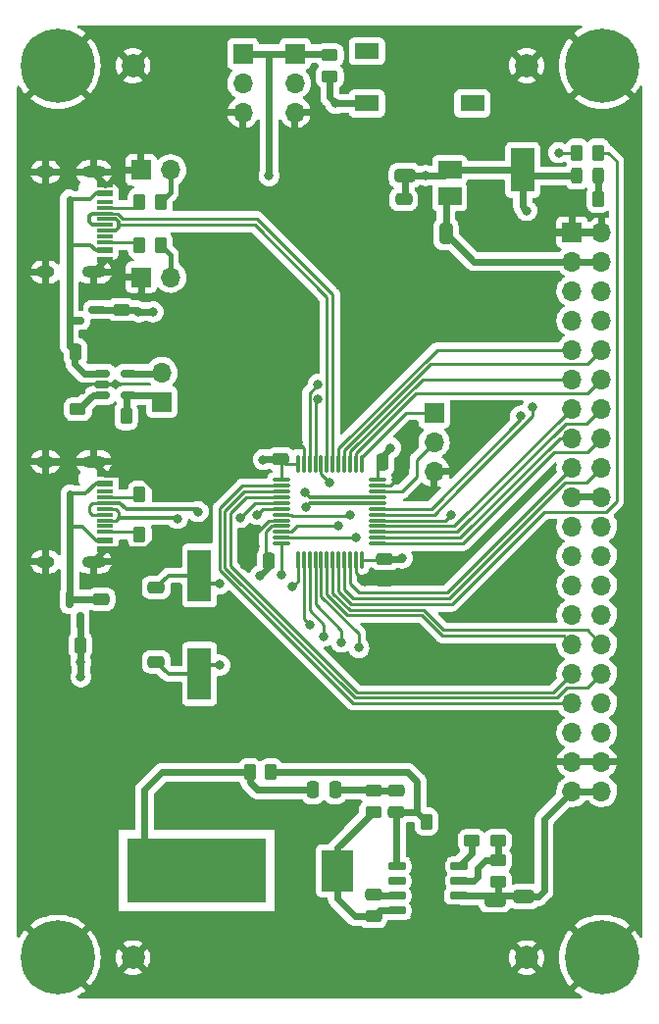
<source format=gtl>
%TF.GenerationSoftware,KiCad,Pcbnew,6.0.2+dfsg-1*%
%TF.CreationDate,2025-09-20T14:23:43+02:00*%
%TF.ProjectId,Alchemy,416c6368-656d-4792-9e6b-696361645f70,rev?*%
%TF.SameCoordinates,Original*%
%TF.FileFunction,Copper,L1,Top*%
%TF.FilePolarity,Positive*%
%FSLAX46Y46*%
G04 Gerber Fmt 4.6, Leading zero omitted, Abs format (unit mm)*
G04 Created by KiCad (PCBNEW 6.0.2+dfsg-1) date 2025-09-20 14:23:43*
%MOMM*%
%LPD*%
G01*
G04 APERTURE LIST*
G04 Aperture macros list*
%AMRoundRect*
0 Rectangle with rounded corners*
0 $1 Rounding radius*
0 $2 $3 $4 $5 $6 $7 $8 $9 X,Y pos of 4 corners*
0 Add a 4 corners polygon primitive as box body*
4,1,4,$2,$3,$4,$5,$6,$7,$8,$9,$2,$3,0*
0 Add four circle primitives for the rounded corners*
1,1,$1+$1,$2,$3*
1,1,$1+$1,$4,$5*
1,1,$1+$1,$6,$7*
1,1,$1+$1,$8,$9*
0 Add four rect primitives between the rounded corners*
20,1,$1+$1,$2,$3,$4,$5,0*
20,1,$1+$1,$4,$5,$6,$7,0*
20,1,$1+$1,$6,$7,$8,$9,0*
20,1,$1+$1,$8,$9,$2,$3,0*%
G04 Aperture macros list end*
%TA.AperFunction,SMDPad,CuDef*%
%ADD10RoundRect,0.250000X-0.475000X0.250000X-0.475000X-0.250000X0.475000X-0.250000X0.475000X0.250000X0*%
%TD*%
%TA.AperFunction,SMDPad,CuDef*%
%ADD11R,1.450000X0.600000*%
%TD*%
%TA.AperFunction,SMDPad,CuDef*%
%ADD12R,1.450000X0.300000*%
%TD*%
%TA.AperFunction,ComponentPad*%
%ADD13O,1.600000X1.000000*%
%TD*%
%TA.AperFunction,ComponentPad*%
%ADD14O,2.100000X1.000000*%
%TD*%
%TA.AperFunction,SMDPad,CuDef*%
%ADD15RoundRect,0.243750X0.243750X0.456250X-0.243750X0.456250X-0.243750X-0.456250X0.243750X-0.456250X0*%
%TD*%
%TA.AperFunction,ComponentPad*%
%ADD16C,2.000000*%
%TD*%
%TA.AperFunction,SMDPad,CuDef*%
%ADD17R,2.100000X1.400000*%
%TD*%
%TA.AperFunction,SMDPad,CuDef*%
%ADD18RoundRect,0.250000X-0.262500X-0.450000X0.262500X-0.450000X0.262500X0.450000X-0.262500X0.450000X0*%
%TD*%
%TA.AperFunction,ComponentPad*%
%ADD19R,1.700000X1.700000*%
%TD*%
%TA.AperFunction,ComponentPad*%
%ADD20O,1.700000X1.700000*%
%TD*%
%TA.AperFunction,ComponentPad*%
%ADD21C,6.400000*%
%TD*%
%TA.AperFunction,SMDPad,CuDef*%
%ADD22RoundRect,0.250000X0.475000X-0.250000X0.475000X0.250000X-0.475000X0.250000X-0.475000X-0.250000X0*%
%TD*%
%TA.AperFunction,SMDPad,CuDef*%
%ADD23RoundRect,0.250000X0.262500X0.450000X-0.262500X0.450000X-0.262500X-0.450000X0.262500X-0.450000X0*%
%TD*%
%TA.AperFunction,SMDPad,CuDef*%
%ADD24R,2.700000X3.600000*%
%TD*%
%TA.AperFunction,SMDPad,CuDef*%
%ADD25RoundRect,0.250000X-0.650000X0.325000X-0.650000X-0.325000X0.650000X-0.325000X0.650000X0.325000X0*%
%TD*%
%TA.AperFunction,SMDPad,CuDef*%
%ADD26RoundRect,0.250000X-0.450000X0.262500X-0.450000X-0.262500X0.450000X-0.262500X0.450000X0.262500X0*%
%TD*%
%TA.AperFunction,SMDPad,CuDef*%
%ADD27RoundRect,0.250000X0.250000X0.475000X-0.250000X0.475000X-0.250000X-0.475000X0.250000X-0.475000X0*%
%TD*%
%TA.AperFunction,SMDPad,CuDef*%
%ADD28RoundRect,0.250000X0.650000X-0.325000X0.650000X0.325000X-0.650000X0.325000X-0.650000X-0.325000X0*%
%TD*%
%TA.AperFunction,SMDPad,CuDef*%
%ADD29RoundRect,0.250000X-0.250000X-0.475000X0.250000X-0.475000X0.250000X0.475000X-0.250000X0.475000X0*%
%TD*%
%TA.AperFunction,SMDPad,CuDef*%
%ADD30RoundRect,0.250000X0.450000X-0.262500X0.450000X0.262500X-0.450000X0.262500X-0.450000X-0.262500X0*%
%TD*%
%TA.AperFunction,SMDPad,CuDef*%
%ADD31RoundRect,0.150000X0.587500X0.150000X-0.587500X0.150000X-0.587500X-0.150000X0.587500X-0.150000X0*%
%TD*%
%TA.AperFunction,SMDPad,CuDef*%
%ADD32RoundRect,0.075000X-0.662500X-0.075000X0.662500X-0.075000X0.662500X0.075000X-0.662500X0.075000X0*%
%TD*%
%TA.AperFunction,SMDPad,CuDef*%
%ADD33RoundRect,0.075000X-0.075000X-0.662500X0.075000X-0.662500X0.075000X0.662500X-0.075000X0.662500X0*%
%TD*%
%TA.AperFunction,SMDPad,CuDef*%
%ADD34R,2.000000X1.500000*%
%TD*%
%TA.AperFunction,SMDPad,CuDef*%
%ADD35R,2.000000X3.800000*%
%TD*%
%TA.AperFunction,SMDPad,CuDef*%
%ADD36RoundRect,0.150000X-0.512500X-0.150000X0.512500X-0.150000X0.512500X0.150000X-0.512500X0.150000X0*%
%TD*%
%TA.AperFunction,SMDPad,CuDef*%
%ADD37R,2.000000X4.500000*%
%TD*%
%TA.AperFunction,SMDPad,CuDef*%
%ADD38RoundRect,0.150000X0.650000X0.150000X-0.650000X0.150000X-0.650000X-0.150000X0.650000X-0.150000X0*%
%TD*%
%TA.AperFunction,ComponentPad*%
%ADD39C,0.500000*%
%TD*%
%TA.AperFunction,SMDPad,CuDef*%
%ADD40R,2.410000X3.100000*%
%TD*%
%TA.AperFunction,SMDPad,CuDef*%
%ADD41RoundRect,0.150000X0.150000X-0.587500X0.150000X0.587500X-0.150000X0.587500X-0.150000X-0.587500X0*%
%TD*%
%TA.AperFunction,SMDPad,CuDef*%
%ADD42RoundRect,0.250000X-0.325000X-0.650000X0.325000X-0.650000X0.325000X0.650000X-0.325000X0.650000X0*%
%TD*%
%TA.AperFunction,ViaPad*%
%ADD43C,0.800000*%
%TD*%
%TA.AperFunction,Conductor*%
%ADD44C,0.600000*%
%TD*%
%TA.AperFunction,Conductor*%
%ADD45C,0.250000*%
%TD*%
%TA.AperFunction,Conductor*%
%ADD46C,0.300000*%
%TD*%
%TA.AperFunction,Conductor*%
%ADD47C,0.400000*%
%TD*%
G04 APERTURE END LIST*
D10*
X154250000Y-101550000D03*
X154250000Y-103450000D03*
X131500000Y-80050000D03*
X131500000Y-81950000D03*
D11*
X130045000Y-69250000D03*
X130045000Y-70050000D03*
D12*
X130045000Y-71250000D03*
X130045000Y-72250000D03*
X130045000Y-72750000D03*
X130045000Y-73750000D03*
D11*
X130045000Y-74950000D03*
X130045000Y-75750000D03*
X130045000Y-75750000D03*
X130045000Y-74950000D03*
D12*
X130045000Y-74250000D03*
X130045000Y-73250000D03*
X130045000Y-71750000D03*
X130045000Y-70750000D03*
D11*
X130045000Y-70050000D03*
X130045000Y-69250000D03*
D13*
X124950000Y-76820000D03*
D14*
X129130000Y-68180000D03*
X129130000Y-76820000D03*
D13*
X124950000Y-68180000D03*
D15*
X172687500Y-68500000D03*
X170812500Y-68500000D03*
D16*
X132500000Y-136000000D03*
D17*
X161800000Y-62250000D03*
X152700000Y-62250000D03*
X161800000Y-57750000D03*
X152700000Y-57750000D03*
D18*
X133087500Y-99500000D03*
X134912500Y-99500000D03*
D19*
X133210000Y-68000000D03*
D20*
X135750000Y-68000000D03*
D21*
X126000000Y-136000000D03*
D18*
X133087500Y-96000000D03*
X134912500Y-96000000D03*
D22*
X155250000Y-123450000D03*
X155250000Y-121550000D03*
D23*
X172662500Y-66500000D03*
X170837500Y-66500000D03*
D24*
X150150000Y-128500000D03*
X141850000Y-128500000D03*
D25*
X138500000Y-124025000D03*
X138500000Y-126975000D03*
D26*
X161750000Y-124087500D03*
X161750000Y-125912500D03*
D19*
X170420000Y-73370000D03*
D20*
X172960000Y-73370000D03*
X170420000Y-75910000D03*
X172960000Y-75910000D03*
X170420000Y-78450000D03*
X172960000Y-78450000D03*
X170420000Y-80990000D03*
X172960000Y-80990000D03*
X170420000Y-83530000D03*
X172960000Y-83530000D03*
X170420000Y-86070000D03*
X172960000Y-86070000D03*
X170420000Y-88610000D03*
X172960000Y-88610000D03*
X170420000Y-91150000D03*
X172960000Y-91150000D03*
X170420000Y-93690000D03*
X172960000Y-93690000D03*
X170420000Y-96230000D03*
X172960000Y-96230000D03*
X170420000Y-98770000D03*
X172960000Y-98770000D03*
X170420000Y-101310000D03*
X172960000Y-101310000D03*
X170420000Y-103850000D03*
X172960000Y-103850000D03*
X170420000Y-106390000D03*
X172960000Y-106390000D03*
X170420000Y-108930000D03*
X172960000Y-108930000D03*
X170420000Y-111470000D03*
X172960000Y-111470000D03*
X170420000Y-114010000D03*
X172960000Y-114010000D03*
X170420000Y-116550000D03*
X172960000Y-116550000D03*
X170420000Y-119090000D03*
X172960000Y-119090000D03*
X170420000Y-121630000D03*
X172960000Y-121630000D03*
D27*
X149950000Y-121500000D03*
X148050000Y-121500000D03*
D10*
X134500000Y-104050000D03*
X134500000Y-105950000D03*
D28*
X138500000Y-132975000D03*
X138500000Y-130025000D03*
D29*
X127550000Y-83750000D03*
X129450000Y-83750000D03*
D16*
X166500000Y-136000000D03*
D26*
X164000000Y-127587500D03*
X164000000Y-129412500D03*
D23*
X144412500Y-120000000D03*
X142587500Y-120000000D03*
D19*
X135000000Y-88025000D03*
D20*
X135000000Y-85485000D03*
D19*
X133225000Y-77250000D03*
D20*
X135765000Y-77250000D03*
D28*
X135500000Y-132975000D03*
X135500000Y-130025000D03*
D18*
X133087500Y-74500000D03*
X134912500Y-74500000D03*
D19*
X142000000Y-57975000D03*
D20*
X142000000Y-60515000D03*
X142000000Y-63055000D03*
D30*
X153250000Y-123412500D03*
X153250000Y-121587500D03*
D19*
X146500000Y-57960000D03*
D20*
X146500000Y-60500000D03*
X146500000Y-63040000D03*
D27*
X127950000Y-109000000D03*
X126050000Y-109000000D03*
D16*
X132500000Y-59000000D03*
D31*
X129437500Y-81950000D03*
X129437500Y-80050000D03*
X127562500Y-81000000D03*
D10*
X155875000Y-70550000D03*
X155875000Y-72450000D03*
D22*
X145250000Y-92950000D03*
X145250000Y-91050000D03*
D30*
X127750000Y-88662500D03*
X127750000Y-86837500D03*
D18*
X170837500Y-70500000D03*
X172662500Y-70500000D03*
D26*
X149500000Y-58087500D03*
X149500000Y-59912500D03*
D11*
X130045000Y-94250000D03*
X130045000Y-95050000D03*
D12*
X130045000Y-96250000D03*
X130045000Y-97250000D03*
X130045000Y-97750000D03*
X130045000Y-98750000D03*
D11*
X130045000Y-99950000D03*
X130045000Y-100750000D03*
X130045000Y-100750000D03*
X130045000Y-99950000D03*
D12*
X130045000Y-99250000D03*
X130045000Y-98250000D03*
X130045000Y-96750000D03*
X130045000Y-95750000D03*
D11*
X130045000Y-95050000D03*
X130045000Y-94250000D03*
D13*
X124950000Y-93180000D03*
X124950000Y-101820000D03*
D14*
X129130000Y-101820000D03*
X129130000Y-93180000D03*
D25*
X135500000Y-124025000D03*
X135500000Y-126975000D03*
D28*
X156000000Y-68475000D03*
X156000000Y-65525000D03*
D32*
X145337500Y-94750000D03*
X145337500Y-95250000D03*
X145337500Y-95750000D03*
X145337500Y-96250000D03*
X145337500Y-96750000D03*
X145337500Y-97250000D03*
X145337500Y-97750000D03*
X145337500Y-98250000D03*
X145337500Y-98750000D03*
X145337500Y-99250000D03*
X145337500Y-99750000D03*
X145337500Y-100250000D03*
D33*
X146750000Y-101662500D03*
X147250000Y-101662500D03*
X147750000Y-101662500D03*
X148250000Y-101662500D03*
X148750000Y-101662500D03*
X149250000Y-101662500D03*
X149750000Y-101662500D03*
X150250000Y-101662500D03*
X150750000Y-101662500D03*
X151250000Y-101662500D03*
X151750000Y-101662500D03*
X152250000Y-101662500D03*
D32*
X153662500Y-100250000D03*
X153662500Y-99750000D03*
X153662500Y-99250000D03*
X153662500Y-98750000D03*
X153662500Y-98250000D03*
X153662500Y-97750000D03*
X153662500Y-97250000D03*
X153662500Y-96750000D03*
X153662500Y-96250000D03*
X153662500Y-95750000D03*
X153662500Y-95250000D03*
X153662500Y-94750000D03*
D33*
X152250000Y-93337500D03*
X151750000Y-93337500D03*
X151250000Y-93337500D03*
X150750000Y-93337500D03*
X150250000Y-93337500D03*
X149750000Y-93337500D03*
X149250000Y-93337500D03*
X148750000Y-93337500D03*
X148250000Y-93337500D03*
X147750000Y-93337500D03*
X147250000Y-93337500D03*
X146750000Y-93337500D03*
D29*
X130600000Y-128500000D03*
X132500000Y-128500000D03*
D34*
X159850000Y-65700000D03*
X159850000Y-68000000D03*
D35*
X166150000Y-68000000D03*
D34*
X159850000Y-70300000D03*
D22*
X134500000Y-110450000D03*
X134500000Y-108550000D03*
D10*
X129750000Y-105050000D03*
X129750000Y-106950000D03*
D23*
X159662500Y-124250000D03*
X157837500Y-124250000D03*
D21*
X173000000Y-59000000D03*
D36*
X129862500Y-85550000D03*
X129862500Y-86500000D03*
X129862500Y-87450000D03*
X132137500Y-87450000D03*
X132137500Y-85550000D03*
D26*
X164000000Y-124087500D03*
X164000000Y-125912500D03*
D23*
X131912500Y-89250000D03*
X130087500Y-89250000D03*
D37*
X138250000Y-103000000D03*
X138250000Y-111500000D03*
D10*
X153250000Y-130550000D03*
X153250000Y-132450000D03*
D21*
X173000000Y-136000000D03*
D38*
X160650000Y-131905000D03*
X160650000Y-130635000D03*
X160650000Y-129365000D03*
X160650000Y-128095000D03*
X155350000Y-128095000D03*
X155350000Y-129365000D03*
X155350000Y-130635000D03*
X155350000Y-131905000D03*
D39*
X157045000Y-128700000D03*
D40*
X158000000Y-130000000D03*
D39*
X157045000Y-131300000D03*
X157045000Y-130000000D03*
X158955000Y-130000000D03*
X158955000Y-128700000D03*
X158955000Y-131300000D03*
D18*
X133087500Y-70750000D03*
X134912500Y-70750000D03*
D41*
X126050000Y-106937500D03*
X127950000Y-106937500D03*
X127000000Y-105062500D03*
D27*
X144200000Y-101750000D03*
X142300000Y-101750000D03*
D25*
X166250000Y-127775000D03*
X166250000Y-130725000D03*
D21*
X126000000Y-59000000D03*
D29*
X154050000Y-93250000D03*
X155950000Y-93250000D03*
D28*
X163750000Y-133975000D03*
X163750000Y-131025000D03*
D19*
X158500000Y-88960000D03*
D20*
X158500000Y-91500000D03*
X158500000Y-94040000D03*
D42*
X159525000Y-73500000D03*
X162475000Y-73500000D03*
D16*
X166500000Y-59000000D03*
D43*
X151250000Y-89000000D03*
X154750000Y-92000000D03*
X157775000Y-68475000D03*
X143500000Y-103000000D03*
X166500000Y-71500000D03*
X143750000Y-93000000D03*
X144250000Y-68500000D03*
X155750000Y-101500000D03*
X139976305Y-103750000D03*
X141762299Y-98000000D03*
X140000000Y-110750000D03*
X143250000Y-97750000D03*
X148500000Y-86500000D03*
X148500000Y-87750000D03*
X165987701Y-89237701D03*
X167000000Y-88500000D03*
X150250000Y-98750000D03*
X151750000Y-99750000D03*
X145337500Y-102912500D03*
X146250000Y-104000000D03*
X147750000Y-107250000D03*
X149000000Y-108250000D03*
X150500000Y-108750000D03*
X152000000Y-109250000D03*
X160000000Y-97750000D03*
X147375000Y-95875000D03*
X136344670Y-98094670D03*
X147420091Y-97139865D03*
X138125000Y-97500000D03*
X149500000Y-95000000D03*
X169250000Y-66500000D03*
X151250000Y-97750000D03*
X150000000Y-62250000D03*
X162500000Y-106250000D03*
X135500000Y-122500000D03*
X159750000Y-125750000D03*
X134500000Y-107250000D03*
X138500000Y-122500000D03*
X138500000Y-134500000D03*
X129250000Y-128500000D03*
X129750000Y-108250000D03*
X167000000Y-101750000D03*
X144000000Y-75500000D03*
X162000000Y-65500000D03*
X162000000Y-132500000D03*
X138500000Y-121250000D03*
X135500000Y-121250000D03*
X126000000Y-110500000D03*
X165250000Y-133000000D03*
X146750000Y-91500000D03*
X166250000Y-126500000D03*
X156000000Y-74000000D03*
X164000000Y-122750000D03*
X155250000Y-94750000D03*
X166750000Y-111500000D03*
X154000000Y-65500000D03*
X128750000Y-90000000D03*
X135500000Y-135750000D03*
X135500000Y-134500000D03*
X152500000Y-103500000D03*
X126500000Y-85750000D03*
X143000000Y-100500000D03*
X131250000Y-83750000D03*
X138500000Y-135750000D03*
X128000000Y-111750000D03*
X133500000Y-130500000D03*
X133500000Y-126500000D03*
X134250000Y-80250000D03*
X132500000Y-130500000D03*
X132500000Y-126500000D03*
X133000000Y-80250000D03*
X128000000Y-110500000D03*
D44*
X154050000Y-93250000D02*
X154050000Y-92700000D01*
X154050000Y-92700000D02*
X154750000Y-92000000D01*
D45*
X146750000Y-93337500D02*
X145637500Y-93337500D01*
X144000000Y-101550000D02*
X144200000Y-101750000D01*
D44*
X154250000Y-101550000D02*
X155700000Y-101550000D01*
X146485000Y-57975000D02*
X146500000Y-57960000D01*
X144200000Y-101750000D02*
X144200000Y-102300000D01*
X159850000Y-68000000D02*
X166150000Y-68000000D01*
X144200000Y-102300000D02*
X143500000Y-103000000D01*
X157775000Y-68475000D02*
X159375000Y-68475000D01*
X159375000Y-68475000D02*
X159850000Y-68000000D01*
D45*
X154137500Y-101662500D02*
X154250000Y-101550000D01*
D44*
X144225000Y-57975000D02*
X146485000Y-57975000D01*
X142000000Y-57975000D02*
X144225000Y-57975000D01*
X156000000Y-70425000D02*
X155875000Y-70550000D01*
D45*
X145337500Y-98750000D02*
X144500000Y-98750000D01*
D44*
X145250000Y-92950000D02*
X143800000Y-92950000D01*
X166150000Y-68000000D02*
X166150000Y-71150000D01*
D45*
X145337500Y-93037500D02*
X145250000Y-92950000D01*
D44*
X156000000Y-68475000D02*
X157775000Y-68475000D01*
X149372500Y-57960000D02*
X149500000Y-58087500D01*
D45*
X153662500Y-93637500D02*
X154050000Y-93250000D01*
X144500000Y-98750000D02*
X144000000Y-99250000D01*
D44*
X156000000Y-68475000D02*
X156000000Y-70425000D01*
X144250000Y-58000000D02*
X144225000Y-57975000D01*
D45*
X145337500Y-94750000D02*
X145337500Y-93037500D01*
D44*
X144250000Y-68500000D02*
X144250000Y-58000000D01*
X170812500Y-68500000D02*
X166650000Y-68500000D01*
D45*
X144000000Y-99250000D02*
X144000000Y-101550000D01*
X153662500Y-94750000D02*
X153662500Y-93637500D01*
D44*
X166650000Y-68500000D02*
X166150000Y-68000000D01*
D45*
X152250000Y-101662500D02*
X154137500Y-101662500D01*
D44*
X166150000Y-71150000D02*
X166500000Y-71500000D01*
X146500000Y-57960000D02*
X149372500Y-57960000D01*
D45*
X145637500Y-93337500D02*
X145250000Y-92950000D01*
D44*
X143800000Y-92950000D02*
X143750000Y-93000000D01*
X155700000Y-101550000D02*
X155750000Y-101500000D01*
D46*
X134500000Y-104050000D02*
X135550000Y-103000000D01*
X139000000Y-103750000D02*
X138250000Y-103000000D01*
X139976305Y-103750000D02*
X139000000Y-103750000D01*
D45*
X141762299Y-98000000D02*
X143012299Y-96750000D01*
X143012299Y-96750000D02*
X145337500Y-96750000D01*
D46*
X135550000Y-103000000D02*
X138250000Y-103000000D01*
D45*
X143250000Y-97750000D02*
X143750000Y-97250000D01*
D46*
X134500000Y-110450000D02*
X135550000Y-111500000D01*
X139000000Y-110750000D02*
X138250000Y-111500000D01*
X135550000Y-111500000D02*
X138250000Y-111500000D01*
D45*
X143750000Y-97250000D02*
X145337500Y-97250000D01*
D46*
X140000000Y-110750000D02*
X139000000Y-110750000D01*
D44*
X172662500Y-70500000D02*
X172662500Y-68525000D01*
X172662500Y-68525000D02*
X172687500Y-68500000D01*
D45*
X147750000Y-93337500D02*
X147750000Y-87250000D01*
X147750000Y-87250000D02*
X148500000Y-86500000D01*
X148250000Y-88000000D02*
X148500000Y-87750000D01*
X148250000Y-93337500D02*
X148250000Y-88000000D01*
X165987701Y-89237701D02*
X165987701Y-89512299D01*
X158250000Y-97250000D02*
X153662500Y-97250000D01*
X165987701Y-89512299D02*
X158250000Y-97250000D01*
X167000000Y-89250000D02*
X167000000Y-88500000D01*
X153662500Y-97750000D02*
X158500000Y-97750000D01*
X158500000Y-97750000D02*
X160750000Y-95500000D01*
X160750000Y-95500000D02*
X167000000Y-89250000D01*
X150250000Y-92029289D02*
X158749289Y-83530000D01*
X150250000Y-93337500D02*
X150250000Y-92029289D01*
X158749289Y-83530000D02*
X170420000Y-83530000D01*
X158205685Y-84710000D02*
X171780000Y-84710000D01*
X171780000Y-84710000D02*
X172960000Y-83530000D01*
X150750000Y-92165685D02*
X158205685Y-84710000D01*
X150750000Y-93337500D02*
X150750000Y-92165685D01*
X157482081Y-86070000D02*
X170420000Y-86070000D01*
X151250000Y-93337500D02*
X151250000Y-92302081D01*
X151250000Y-92302081D02*
X157482081Y-86070000D01*
X151750000Y-93337500D02*
X151750000Y-92438477D01*
X171780000Y-87250000D02*
X172960000Y-86070000D01*
X151750000Y-92438477D02*
X156938477Y-87250000D01*
X156938477Y-87250000D02*
X171780000Y-87250000D01*
X160250000Y-98750000D02*
X170390000Y-88610000D01*
X170390000Y-88610000D02*
X170420000Y-88610000D01*
X153662500Y-98750000D02*
X160250000Y-98750000D01*
X160500000Y-99250000D02*
X169850000Y-89900000D01*
X169850000Y-89900000D02*
X171670000Y-89900000D01*
X171670000Y-89900000D02*
X172960000Y-88610000D01*
X153662500Y-99250000D02*
X160500000Y-99250000D01*
X160750000Y-99750000D02*
X169350000Y-91150000D01*
X153662500Y-99750000D02*
X160750000Y-99750000D01*
X169350000Y-91150000D02*
X170420000Y-91150000D01*
X161000000Y-100250000D02*
X168850000Y-92400000D01*
X153662500Y-100250000D02*
X161000000Y-100250000D01*
X168850000Y-92400000D02*
X171710000Y-92400000D01*
X171710000Y-92400000D02*
X172960000Y-91150000D01*
X159600000Y-104500000D02*
X169500000Y-94600000D01*
X151250000Y-103750000D02*
X152000000Y-104500000D01*
X152000000Y-104500000D02*
X159600000Y-104500000D01*
X151250000Y-101662500D02*
X151250000Y-103750000D01*
X169500000Y-94600000D02*
X169510000Y-94600000D01*
X169510000Y-94600000D02*
X170420000Y-93690000D01*
X171650000Y-95000000D02*
X172960000Y-93690000D01*
X159800000Y-105000000D02*
X169800000Y-95000000D01*
X150750000Y-104250000D02*
X151500000Y-105000000D01*
X151500000Y-105000000D02*
X159800000Y-105000000D01*
X169800000Y-95000000D02*
X171650000Y-95000000D01*
X150750000Y-101662500D02*
X150750000Y-104250000D01*
X146640685Y-98750000D02*
X146140685Y-99250000D01*
X146140685Y-99250000D02*
X145337500Y-99250000D01*
X150250000Y-98750000D02*
X146640685Y-98750000D01*
X151750000Y-99750000D02*
X145337500Y-99750000D01*
X145337500Y-102912500D02*
X145337500Y-100250000D01*
X146750000Y-103500000D02*
X146250000Y-104000000D01*
X146750000Y-101662500D02*
X146750000Y-103500000D01*
X147750000Y-107250000D02*
X147250000Y-106750000D01*
X147250000Y-106750000D02*
X147250000Y-101662500D01*
X149000000Y-108250000D02*
X149000000Y-107250000D01*
X147750000Y-106000000D02*
X147750000Y-101662500D01*
X149000000Y-107250000D02*
X147750000Y-106000000D01*
X150500000Y-108750000D02*
X150500000Y-107750000D01*
X148250000Y-105500000D02*
X148250000Y-101662500D01*
X150500000Y-107750000D02*
X148250000Y-105500000D01*
X152000000Y-109250000D02*
X152000000Y-108045584D01*
X148750000Y-104795584D02*
X148750000Y-101662500D01*
X152000000Y-108045584D02*
X148750000Y-104795584D01*
X151040812Y-106450000D02*
X157450000Y-106450000D01*
X157450000Y-106450000D02*
X159210000Y-108210000D01*
X149250000Y-101662500D02*
X149250000Y-104659188D01*
X149250000Y-104659188D02*
X151040812Y-106450000D01*
X169700000Y-108210000D02*
X170420000Y-108930000D01*
X159210000Y-108210000D02*
X169700000Y-108210000D01*
X151227208Y-106000000D02*
X157636396Y-106000000D01*
X157636396Y-106000000D02*
X159336396Y-107700000D01*
X149750000Y-101662500D02*
X149750000Y-104522792D01*
X171730000Y-107700000D02*
X172960000Y-108930000D01*
X159336396Y-107700000D02*
X171730000Y-107700000D01*
X149750000Y-104522792D02*
X151227208Y-106000000D01*
X140900000Y-97600000D02*
X140900000Y-102150000D01*
X140900000Y-102150000D02*
X151865000Y-113115000D01*
X168775000Y-113115000D02*
X170420000Y-111470000D01*
X151865000Y-113115000D02*
X168775000Y-113115000D01*
X142250000Y-96250000D02*
X140900000Y-97600000D01*
X145337500Y-96250000D02*
X142250000Y-96250000D01*
X140450000Y-97413604D02*
X140450000Y-102336396D01*
X171730000Y-112700000D02*
X172960000Y-111470000D01*
X169138299Y-113565000D02*
X170003299Y-112700000D01*
X151678604Y-113565000D02*
X169138299Y-113565000D01*
X140450000Y-102336396D02*
X151678604Y-113565000D01*
X142113604Y-95750000D02*
X140450000Y-97413604D01*
X145337500Y-95750000D02*
X142113604Y-95750000D01*
X170003299Y-112700000D02*
X171730000Y-112700000D01*
X140000000Y-102522792D02*
X140000000Y-97227208D01*
X151492208Y-114015000D02*
X170415000Y-114015000D01*
X141977208Y-95250000D02*
X145337500Y-95250000D01*
X140000000Y-97227208D02*
X141977208Y-95250000D01*
X170415000Y-114015000D02*
X170420000Y-114010000D01*
X151492208Y-114015000D02*
X140000000Y-102522792D01*
X160000000Y-97750000D02*
X159500000Y-98250000D01*
X159500000Y-98250000D02*
X153662500Y-98250000D01*
X130045000Y-96250000D02*
X132837500Y-96250000D01*
X132837500Y-96250000D02*
X133087500Y-96000000D01*
X130045000Y-98250000D02*
X131000000Y-98250000D01*
D46*
X147750000Y-96250000D02*
X153662500Y-96250000D01*
D45*
X131000000Y-98250000D02*
X131250000Y-98000000D01*
D46*
X136250000Y-98000000D02*
X131250000Y-98000000D01*
D45*
X131250000Y-97500000D02*
X131250000Y-98000000D01*
D46*
X136344670Y-98094670D02*
X136250000Y-98000000D01*
D45*
X131000000Y-97250000D02*
X131250000Y-97500000D01*
D46*
X147375000Y-95875000D02*
X147750000Y-96250000D01*
D45*
X130045000Y-97250000D02*
X131000000Y-97250000D01*
X129020000Y-96750000D02*
X128750000Y-97020000D01*
D46*
X138125000Y-97500000D02*
X137928248Y-97303248D01*
X131933578Y-97303248D02*
X131380330Y-96750000D01*
X137928248Y-97303248D02*
X131933578Y-97303248D01*
D45*
X130045000Y-96750000D02*
X129020000Y-96750000D01*
D46*
X147420091Y-97139865D02*
X147809956Y-96750000D01*
X130045000Y-96750000D02*
X131380330Y-96750000D01*
D45*
X128750000Y-97020000D02*
X128750000Y-97500000D01*
X128750000Y-97500000D02*
X129000000Y-97750000D01*
D46*
X147809956Y-96750000D02*
X153662500Y-96750000D01*
D45*
X129000000Y-97750000D02*
X130045000Y-97750000D01*
X132837500Y-99250000D02*
X133087500Y-99500000D01*
X130045000Y-99250000D02*
X132837500Y-99250000D01*
X130045000Y-71250000D02*
X132587500Y-71250000D01*
X132587500Y-71250000D02*
X133087500Y-70750000D01*
X130045000Y-74250000D02*
X132837500Y-74250000D01*
X132837500Y-74250000D02*
X133087500Y-74500000D01*
X148750000Y-93337500D02*
X148750000Y-94250000D01*
X148750000Y-94250000D02*
X149500000Y-95000000D01*
X170837500Y-66500000D02*
X169250000Y-66500000D01*
X151135135Y-97864865D02*
X146255550Y-97864865D01*
X146140685Y-97750000D02*
X145337500Y-97750000D01*
D44*
X149500000Y-61750000D02*
X150000000Y-62250000D01*
D45*
X146255550Y-97864865D02*
X146140685Y-97750000D01*
D44*
X149500000Y-59912500D02*
X149500000Y-61750000D01*
X152700000Y-62250000D02*
X150000000Y-62250000D01*
D45*
X151250000Y-97750000D02*
X151135135Y-97864865D01*
X168033896Y-97500000D02*
X160033896Y-105500000D01*
X173500000Y-66500000D02*
X174250000Y-67250000D01*
X150250000Y-104386396D02*
X150250000Y-101662500D01*
X174250000Y-96601010D02*
X173351010Y-97500000D01*
X160033896Y-105500000D02*
X151363604Y-105500000D01*
X174250000Y-67250000D02*
X174250000Y-96601010D01*
X173351010Y-97500000D02*
X168033896Y-97500000D01*
X151363604Y-105500000D02*
X150250000Y-104386396D01*
X172662500Y-66500000D02*
X173500000Y-66500000D01*
D46*
X130045000Y-74950000D02*
X129298444Y-74950000D01*
D44*
X127000000Y-70500000D02*
X127000000Y-74500000D01*
X127500000Y-84750000D02*
X127500000Y-83800000D01*
D46*
X130045000Y-70050000D02*
X129298444Y-70050000D01*
D44*
X127000000Y-83200000D02*
X127550000Y-83750000D01*
D46*
X128848444Y-70500000D02*
X127000000Y-70500000D01*
D44*
X127000000Y-81000000D02*
X127000000Y-83200000D01*
X127562500Y-81000000D02*
X127000000Y-81000000D01*
X128300000Y-85550000D02*
X127500000Y-84750000D01*
D46*
X129298444Y-70050000D02*
X128848444Y-70500000D01*
D44*
X127500000Y-83800000D02*
X127550000Y-83750000D01*
X129862500Y-85550000D02*
X128300000Y-85550000D01*
D46*
X128848444Y-74500000D02*
X127000000Y-74500000D01*
X129298444Y-74950000D02*
X128848444Y-74500000D01*
D44*
X127000000Y-74500000D02*
X127000000Y-81000000D01*
X127012500Y-105050000D02*
X127000000Y-105062500D01*
D46*
X130045000Y-95050000D02*
X129298444Y-95050000D01*
D44*
X127062500Y-98812500D02*
X127062500Y-105000000D01*
X127062500Y-98812500D02*
X127062500Y-95937500D01*
D46*
X130045000Y-99950000D02*
X129298444Y-99950000D01*
X129298444Y-99950000D02*
X128160944Y-98812500D01*
D44*
X129750000Y-105050000D02*
X127012500Y-105050000D01*
D46*
X128410944Y-95937500D02*
X127062500Y-95937500D01*
D44*
X127062500Y-105000000D02*
X127000000Y-105062500D01*
D46*
X129298444Y-95050000D02*
X128410944Y-95937500D01*
X128160944Y-98812500D02*
X127062500Y-98812500D01*
D44*
X127750000Y-88662500D02*
X127837500Y-88662500D01*
X129050000Y-87450000D02*
X129862500Y-87450000D01*
X127837500Y-88662500D02*
X129050000Y-87450000D01*
X151700000Y-132450000D02*
X150150000Y-130900000D01*
X150150000Y-130900000D02*
X150150000Y-128500000D01*
X150150000Y-128500000D02*
X150150000Y-126512500D01*
X150150000Y-126512500D02*
X153250000Y-123412500D01*
X153795000Y-131905000D02*
X153250000Y-132450000D01*
X151700000Y-132450000D02*
X153250000Y-132450000D01*
X155350000Y-131905000D02*
X153795000Y-131905000D01*
X162912500Y-127587500D02*
X162250000Y-128250000D01*
X164000000Y-127587500D02*
X162912500Y-127587500D01*
X162250000Y-129000000D02*
X162250000Y-128250000D01*
X160650000Y-129365000D02*
X161885000Y-129365000D01*
X161885000Y-129365000D02*
X162250000Y-129000000D01*
X164000000Y-125912500D02*
X164000000Y-127587500D01*
X161750000Y-125912500D02*
X161750000Y-126995000D01*
X161750000Y-126995000D02*
X160650000Y-128095000D01*
X155250000Y-127995000D02*
X155350000Y-128095000D01*
X156250000Y-120000000D02*
X157037500Y-120787500D01*
X155250000Y-123450000D02*
X157037500Y-123450000D01*
X157037500Y-120787500D02*
X157037500Y-123450000D01*
X144412500Y-120000000D02*
X156250000Y-120000000D01*
X155250000Y-123450000D02*
X155250000Y-127995000D01*
X157037500Y-123450000D02*
X157837500Y-124250000D01*
X155350000Y-130635000D02*
X153335000Y-130635000D01*
X153335000Y-130635000D02*
X153250000Y-130550000D01*
X152550000Y-103450000D02*
X152500000Y-103500000D01*
D45*
X154750000Y-95250000D02*
X155250000Y-94750000D01*
D44*
X135500000Y-132975000D02*
X135500000Y-135750000D01*
X129437500Y-81950000D02*
X131500000Y-81950000D01*
X159662500Y-125662500D02*
X159750000Y-125750000D01*
X126050000Y-106937500D02*
X126050000Y-109000000D01*
X145250000Y-91050000D02*
X146300000Y-91050000D01*
X170420000Y-73370000D02*
X172960000Y-73370000D01*
X142300000Y-101200000D02*
X143000000Y-100500000D01*
D45*
X151750000Y-102750000D02*
X152500000Y-103500000D01*
D44*
X155950000Y-94050000D02*
X155250000Y-94750000D01*
X129450000Y-83750000D02*
X131250000Y-83750000D01*
X170420000Y-70917500D02*
X170837500Y-70500000D01*
X129130000Y-101665000D02*
X130045000Y-100750000D01*
X127587500Y-86837500D02*
X126500000Y-85750000D01*
X154200000Y-103500000D02*
X154250000Y-103450000D01*
X130045000Y-100750000D02*
X133662500Y-100750000D01*
D45*
X147250000Y-92000000D02*
X146750000Y-91500000D01*
D44*
X129130000Y-93335000D02*
X130045000Y-94250000D01*
X133162500Y-94250000D02*
X134912500Y-96000000D01*
X160650000Y-131905000D02*
X161405000Y-131905000D01*
X159850000Y-65700000D02*
X161800000Y-65700000D01*
X155875000Y-72450000D02*
X155875000Y-73875000D01*
X126050000Y-110450000D02*
X126000000Y-110500000D01*
X161800000Y-65700000D02*
X162000000Y-65500000D01*
D45*
X145337500Y-98250000D02*
X144250000Y-98250000D01*
D44*
X131500000Y-81950000D02*
X131500000Y-83500000D01*
X164000000Y-122750000D02*
X164000000Y-124087500D01*
X155950000Y-93250000D02*
X155950000Y-94050000D01*
X130045000Y-94250000D02*
X133162500Y-94250000D01*
X156000000Y-65525000D02*
X154025000Y-65525000D01*
X159825000Y-124087500D02*
X159662500Y-124250000D01*
D45*
X153662500Y-95250000D02*
X154750000Y-95250000D01*
D44*
X159662500Y-124250000D02*
X159662500Y-125662500D01*
X162605000Y-73370000D02*
X170420000Y-73370000D01*
X126050000Y-109000000D02*
X126050000Y-110450000D01*
X130600000Y-128500000D02*
X129250000Y-128500000D01*
X162475000Y-73500000D02*
X162605000Y-73370000D01*
X138500000Y-124025000D02*
X138500000Y-121250000D01*
D45*
X143000000Y-99500000D02*
X143000000Y-100500000D01*
D44*
X135500000Y-124025000D02*
X135500000Y-121250000D01*
D45*
X151750000Y-101662500D02*
X151750000Y-102750000D01*
D44*
X142300000Y-101750000D02*
X142300000Y-101200000D01*
X129130000Y-68335000D02*
X130045000Y-69250000D01*
D45*
X144250000Y-98250000D02*
X143000000Y-99500000D01*
D44*
X130087500Y-89250000D02*
X129500000Y-89250000D01*
X129130000Y-101820000D02*
X129130000Y-101665000D01*
X166250000Y-127775000D02*
X166250000Y-126500000D01*
D47*
X134500000Y-105950000D02*
X134500000Y-107250000D01*
D44*
X161750000Y-124087500D02*
X159825000Y-124087500D01*
X159675000Y-65525000D02*
X159850000Y-65700000D01*
X131500000Y-83500000D02*
X131250000Y-83750000D01*
D47*
X134500000Y-108550000D02*
X134500000Y-107250000D01*
D44*
X129750000Y-106950000D02*
X129750000Y-108250000D01*
X129130000Y-93180000D02*
X129130000Y-93335000D01*
X152500000Y-103500000D02*
X154200000Y-103500000D01*
X161405000Y-131905000D02*
X162000000Y-132500000D01*
X170420000Y-73370000D02*
X170420000Y-70917500D01*
X129130000Y-68180000D02*
X129130000Y-68335000D01*
X155875000Y-73875000D02*
X156000000Y-74000000D01*
X127750000Y-86837500D02*
X127587500Y-86837500D01*
X138500000Y-132975000D02*
X138500000Y-135750000D01*
X129130000Y-76820000D02*
X129130000Y-76665000D01*
X129500000Y-89250000D02*
X128750000Y-90000000D01*
D45*
X147250000Y-93337500D02*
X147250000Y-92000000D01*
D44*
X146300000Y-91050000D02*
X146750000Y-91500000D01*
X156000000Y-65525000D02*
X159675000Y-65525000D01*
X133662500Y-100750000D02*
X134912500Y-99500000D01*
X129130000Y-93180000D02*
X124950000Y-93180000D01*
X154025000Y-65525000D02*
X154000000Y-65500000D01*
X124950000Y-68180000D02*
X129130000Y-68180000D01*
X129130000Y-76665000D02*
X130045000Y-75750000D01*
X163885000Y-130635000D02*
X166160000Y-130635000D01*
X163750000Y-130770000D02*
X163885000Y-130635000D01*
X170420000Y-121630000D02*
X172960000Y-121630000D01*
X167500000Y-130750000D02*
X168000000Y-130250000D01*
X168000000Y-124050000D02*
X170420000Y-121630000D01*
X164000000Y-130520000D02*
X163885000Y-130635000D01*
X166160000Y-130635000D02*
X166250000Y-130725000D01*
X163750000Y-131025000D02*
X163750000Y-130770000D01*
X166250000Y-130725000D02*
X166275000Y-130750000D01*
X164000000Y-129412500D02*
X164000000Y-130520000D01*
X166275000Y-130750000D02*
X167500000Y-130750000D01*
X160650000Y-130635000D02*
X163885000Y-130635000D01*
X168000000Y-130250000D02*
X168000000Y-124050000D01*
X155250000Y-121550000D02*
X153287500Y-121550000D01*
X149950000Y-121500000D02*
X153162500Y-121500000D01*
X153287500Y-121550000D02*
X153250000Y-121587500D01*
X153162500Y-121500000D02*
X153250000Y-121587500D01*
X159525000Y-73500000D02*
X159525000Y-70625000D01*
X142587500Y-120000000D02*
X135000000Y-120000000D01*
X138500000Y-130025000D02*
X135500000Y-130025000D01*
X148050000Y-121500000D02*
X143250000Y-121500000D01*
X135000000Y-120000000D02*
X133500000Y-121500000D01*
X172960000Y-75910000D02*
X170420000Y-75910000D01*
X138500000Y-128500000D02*
X138500000Y-130025000D01*
X138500000Y-128500000D02*
X135500000Y-128500000D01*
X128000000Y-110500000D02*
X128000000Y-111750000D01*
X161935000Y-75910000D02*
X170420000Y-75910000D01*
X132500000Y-128500000D02*
X135500000Y-128500000D01*
X135500000Y-128500000D02*
X135500000Y-130025000D01*
X159525000Y-70625000D02*
X159850000Y-70300000D01*
X135500000Y-126975000D02*
X135500000Y-128500000D01*
X131500000Y-80050000D02*
X132800000Y-80050000D01*
X132800000Y-80050000D02*
X133000000Y-80250000D01*
X129437500Y-80050000D02*
X131500000Y-80050000D01*
X134935000Y-85550000D02*
X135000000Y-85485000D01*
X143250000Y-121500000D02*
X142587500Y-120837500D01*
X127950000Y-109000000D02*
X127950000Y-110450000D01*
X127950000Y-106937500D02*
X127950000Y-109000000D01*
X134250000Y-80250000D02*
X133000000Y-80250000D01*
X159525000Y-73500000D02*
X161935000Y-75910000D01*
X138500000Y-126975000D02*
X135500000Y-126975000D01*
X141850000Y-128500000D02*
X138500000Y-128500000D01*
X138500000Y-126975000D02*
X138500000Y-128500000D01*
X133500000Y-121500000D02*
X133500000Y-126500000D01*
X142587500Y-120837500D02*
X142587500Y-120000000D01*
X127950000Y-110450000D02*
X128000000Y-110500000D01*
X132137500Y-85550000D02*
X134935000Y-85550000D01*
D45*
X149250000Y-79000000D02*
X143000000Y-72750000D01*
D46*
X130045000Y-73250000D02*
X131000000Y-73250000D01*
X131250000Y-73000000D02*
X131250000Y-72750000D01*
D45*
X149250000Y-93337500D02*
X149250000Y-79000000D01*
D46*
X131250000Y-72500000D02*
X131000000Y-72250000D01*
X131000000Y-73250000D02*
X131250000Y-73000000D01*
D45*
X143000000Y-72750000D02*
X131250000Y-72750000D01*
D46*
X131000000Y-72250000D02*
X130045000Y-72250000D01*
X131250000Y-72750000D02*
X131250000Y-72500000D01*
X128750000Y-72500000D02*
X129000000Y-72750000D01*
X130045000Y-71750000D02*
X129020000Y-71750000D01*
X128770000Y-72000000D02*
X128750000Y-72000000D01*
D45*
X131171752Y-71750000D02*
X130045000Y-71750000D01*
X143175000Y-72175000D02*
X131596752Y-72175000D01*
X131596752Y-72175000D02*
X131171752Y-71750000D01*
D46*
X128750000Y-72000000D02*
X128750000Y-72500000D01*
D45*
X149750000Y-93337500D02*
X149750000Y-78750000D01*
X149750000Y-78750000D02*
X143175000Y-72175000D01*
D46*
X129020000Y-71750000D02*
X128770000Y-72000000D01*
X129000000Y-72750000D02*
X130045000Y-72750000D01*
D47*
X135750000Y-69912500D02*
X134912500Y-70750000D01*
X135750000Y-68000000D02*
X135750000Y-69912500D01*
X135765000Y-77250000D02*
X135765000Y-75352500D01*
X135765000Y-75352500D02*
X134912500Y-74500000D01*
D44*
X131912500Y-89250000D02*
X131912500Y-87675000D01*
X131912500Y-87675000D02*
X132137500Y-87450000D01*
X132137500Y-87450000D02*
X134425000Y-87450000D01*
X134425000Y-87450000D02*
X135000000Y-88025000D01*
D45*
X152250000Y-93337500D02*
X152250000Y-92750000D01*
X156040000Y-88960000D02*
X158500000Y-88960000D01*
X152250000Y-92750000D02*
X156040000Y-88960000D01*
X155750000Y-95750000D02*
X157000000Y-94500000D01*
X157000000Y-93000000D02*
X158500000Y-91500000D01*
X153662500Y-95750000D02*
X155750000Y-95750000D01*
X157000000Y-94500000D02*
X157000000Y-93000000D01*
%TA.AperFunction,Conductor*%
G36*
X131250000Y-132000000D02*
G01*
X144750000Y-132000000D01*
X144750000Y-124750000D01*
X150769108Y-124750000D01*
X149584842Y-125934266D01*
X149583905Y-125935194D01*
X149519493Y-125998271D01*
X149496002Y-126034721D01*
X149488583Y-126045046D01*
X149461524Y-126078943D01*
X149458459Y-126085284D01*
X149458458Y-126085285D01*
X149446928Y-126109137D01*
X149439396Y-126122557D01*
X149432177Y-126133758D01*
X149378462Y-126180181D01*
X149326268Y-126191500D01*
X148751866Y-126191500D01*
X148689684Y-126198255D01*
X148553295Y-126249385D01*
X148436739Y-126336739D01*
X148349385Y-126453295D01*
X148298255Y-126589684D01*
X148291500Y-126651866D01*
X148291500Y-130348134D01*
X148298255Y-130410316D01*
X148349385Y-130546705D01*
X148436739Y-130663261D01*
X148553295Y-130750615D01*
X148689684Y-130801745D01*
X148751866Y-130808500D01*
X149215042Y-130808500D01*
X149283163Y-130828502D01*
X149329656Y-130882158D01*
X149341035Y-130935820D01*
X149340549Y-130982221D01*
X149349711Y-131024597D01*
X149351769Y-131037163D01*
X149356603Y-131080255D01*
X149358919Y-131086906D01*
X149358920Y-131086910D01*
X149367633Y-131111930D01*
X149371796Y-131126742D01*
X149372539Y-131130176D01*
X149378881Y-131159510D01*
X149397208Y-131198813D01*
X149401990Y-131210589D01*
X149416255Y-131251552D01*
X149419989Y-131257527D01*
X149419990Y-131257530D01*
X149434027Y-131279995D01*
X149441366Y-131293512D01*
X149452477Y-131317338D01*
X149455538Y-131323902D01*
X149459855Y-131329467D01*
X149459856Y-131329469D01*
X149482106Y-131358153D01*
X149489402Y-131368612D01*
X149508581Y-131399305D01*
X149512374Y-131405376D01*
X149517334Y-131410371D01*
X149517335Y-131410372D01*
X149540976Y-131434179D01*
X149541561Y-131434804D01*
X149542078Y-131435470D01*
X149568068Y-131461460D01*
X149640185Y-131534082D01*
X149641222Y-131534740D01*
X149642451Y-131535843D01*
X151121766Y-133015158D01*
X151122694Y-133016095D01*
X151185771Y-133080507D01*
X151222221Y-133103998D01*
X151232546Y-133111417D01*
X151266443Y-133138476D01*
X151272784Y-133141541D01*
X151272785Y-133141542D01*
X151296637Y-133153072D01*
X151310054Y-133160601D01*
X151338238Y-133178765D01*
X151344855Y-133181173D01*
X151344860Y-133181176D01*
X151378973Y-133193592D01*
X151390716Y-133198553D01*
X151423403Y-133214354D01*
X151423408Y-133214356D01*
X151429749Y-133217421D01*
X151436607Y-133219004D01*
X151436609Y-133219005D01*
X151462426Y-133224965D01*
X151477169Y-133229332D01*
X151508685Y-133240803D01*
X151515675Y-133241686D01*
X151515683Y-133241688D01*
X151551701Y-133246238D01*
X151564253Y-133248474D01*
X151599614Y-133256638D01*
X151599617Y-133256638D01*
X151606485Y-133258224D01*
X151613531Y-133258249D01*
X151613534Y-133258249D01*
X151647056Y-133258366D01*
X151647938Y-133258395D01*
X151648769Y-133258500D01*
X151685419Y-133258500D01*
X151685859Y-133258501D01*
X151784343Y-133258845D01*
X151784348Y-133258845D01*
X151787870Y-133258857D01*
X151789070Y-133258589D01*
X151790707Y-133258500D01*
X152208694Y-133258500D01*
X152276815Y-133278502D01*
X152290702Y-133289683D01*
X152290771Y-133289596D01*
X152296517Y-133294134D01*
X152301697Y-133299305D01*
X152307927Y-133303145D01*
X152307928Y-133303146D01*
X152445090Y-133387694D01*
X152452262Y-133392115D01*
X152532005Y-133418564D01*
X152613611Y-133445632D01*
X152613613Y-133445632D01*
X152620139Y-133447797D01*
X152626975Y-133448497D01*
X152626978Y-133448498D01*
X152670031Y-133452909D01*
X152724600Y-133458500D01*
X153775400Y-133458500D01*
X153778646Y-133458163D01*
X153778650Y-133458163D01*
X153874308Y-133448238D01*
X153874312Y-133448237D01*
X153881166Y-133447526D01*
X153887702Y-133445345D01*
X153887704Y-133445345D01*
X154019806Y-133401272D01*
X154048946Y-133391550D01*
X154199348Y-133298478D01*
X154322986Y-133174624D01*
X170603645Y-133174624D01*
X170609979Y-133185715D01*
X172987188Y-135562924D01*
X173001132Y-135570538D01*
X173002965Y-135570407D01*
X173009580Y-135566156D01*
X175389155Y-133186581D01*
X175396295Y-133173505D01*
X175388837Y-133163137D01*
X175185057Y-132998120D01*
X175179735Y-132994253D01*
X174859315Y-132786170D01*
X174853606Y-132782873D01*
X174513189Y-132609422D01*
X174507164Y-132606740D01*
X174150498Y-132469829D01*
X174144216Y-132467788D01*
X173775184Y-132368906D01*
X173768734Y-132367535D01*
X173391371Y-132307766D01*
X173384833Y-132307080D01*
X173003301Y-132287084D01*
X172996699Y-132287084D01*
X172615167Y-132307080D01*
X172608629Y-132307766D01*
X172231266Y-132367535D01*
X172224816Y-132368906D01*
X171855784Y-132467788D01*
X171849502Y-132469829D01*
X171492836Y-132606740D01*
X171486811Y-132609422D01*
X171146397Y-132782872D01*
X171140687Y-132786169D01*
X170820268Y-132994251D01*
X170814938Y-132998123D01*
X170612111Y-133162369D01*
X170603645Y-133174624D01*
X154322986Y-133174624D01*
X154324305Y-133173303D01*
X154328146Y-133167072D01*
X154413275Y-133028968D01*
X154413276Y-133028966D01*
X154417115Y-133022738D01*
X154472797Y-132854861D01*
X154475687Y-132826656D01*
X154502529Y-132760929D01*
X154560644Y-132720148D01*
X154601031Y-132713500D01*
X156066502Y-132713500D01*
X156068950Y-132713307D01*
X156068958Y-132713307D01*
X156097421Y-132711067D01*
X156097426Y-132711066D01*
X156103831Y-132710562D01*
X156203769Y-132681528D01*
X156255988Y-132666357D01*
X156255990Y-132666356D01*
X156263601Y-132664145D01*
X156292411Y-132647107D01*
X156399980Y-132583491D01*
X156399983Y-132583489D01*
X156406807Y-132579453D01*
X156486260Y-132500000D01*
X160750000Y-132500000D01*
X160750000Y-131443500D01*
X162240776Y-131443500D01*
X162308897Y-131463502D01*
X162355390Y-131517158D01*
X162360299Y-131529624D01*
X162406128Y-131666991D01*
X162406134Y-131667003D01*
X162408450Y-131673946D01*
X162501522Y-131824348D01*
X162626697Y-131949305D01*
X162632927Y-131953145D01*
X162632928Y-131953146D01*
X162770090Y-132037694D01*
X162777262Y-132042115D01*
X162786075Y-132045038D01*
X162938611Y-132095632D01*
X162938613Y-132095632D01*
X162945139Y-132097797D01*
X162951975Y-132098497D01*
X162951978Y-132098498D01*
X162995031Y-132102909D01*
X163049600Y-132108500D01*
X164450400Y-132108500D01*
X164453646Y-132108163D01*
X164453650Y-132108163D01*
X164549308Y-132098238D01*
X164549312Y-132098237D01*
X164556166Y-132097526D01*
X164562702Y-132095345D01*
X164562704Y-132095345D01*
X164713491Y-132045038D01*
X164723946Y-132041550D01*
X164874348Y-131948478D01*
X164999305Y-131823303D01*
X165008632Y-131808172D01*
X165045988Y-131747570D01*
X165098761Y-131700076D01*
X165168832Y-131688654D01*
X165219364Y-131706426D01*
X165270090Y-131737694D01*
X165277262Y-131742115D01*
X165357005Y-131768564D01*
X165438611Y-131795632D01*
X165438613Y-131795632D01*
X165445139Y-131797797D01*
X165451975Y-131798497D01*
X165451978Y-131798498D01*
X165495031Y-131802909D01*
X165549600Y-131808500D01*
X166950400Y-131808500D01*
X166953646Y-131808163D01*
X166953650Y-131808163D01*
X167049308Y-131798238D01*
X167049312Y-131798237D01*
X167056166Y-131797526D01*
X167062702Y-131795345D01*
X167062704Y-131795345D01*
X167205902Y-131747570D01*
X167223946Y-131741550D01*
X167374348Y-131648478D01*
X167426986Y-131595748D01*
X167489268Y-131561669D01*
X167517478Y-131558773D01*
X167549113Y-131559104D01*
X167582221Y-131559451D01*
X167624597Y-131550289D01*
X167637163Y-131548231D01*
X167680255Y-131543397D01*
X167686906Y-131541081D01*
X167686910Y-131541080D01*
X167711930Y-131532367D01*
X167726742Y-131528204D01*
X167752619Y-131522609D01*
X167759510Y-131521119D01*
X167798813Y-131502792D01*
X167810589Y-131498010D01*
X167851552Y-131483745D01*
X167857527Y-131480011D01*
X167857530Y-131480010D01*
X167879995Y-131465973D01*
X167893512Y-131458634D01*
X167917514Y-131447441D01*
X167917515Y-131447440D01*
X167923902Y-131444462D01*
X167935495Y-131435470D01*
X167958153Y-131417894D01*
X167968612Y-131410598D01*
X167999404Y-131391358D01*
X167999407Y-131391356D01*
X168005376Y-131387626D01*
X168024340Y-131368794D01*
X168034179Y-131359024D01*
X168034804Y-131358439D01*
X168035470Y-131357922D01*
X168061460Y-131331932D01*
X168134082Y-131259815D01*
X168134740Y-131258778D01*
X168135843Y-131257549D01*
X168565158Y-130828234D01*
X168566095Y-130827306D01*
X168625475Y-130769157D01*
X168625476Y-130769156D01*
X168630507Y-130764229D01*
X168653998Y-130727779D01*
X168661417Y-130717454D01*
X168688476Y-130683557D01*
X168703073Y-130653362D01*
X168710602Y-130639945D01*
X168724948Y-130617684D01*
X168728765Y-130611762D01*
X168731173Y-130605145D01*
X168731176Y-130605140D01*
X168743592Y-130571027D01*
X168748553Y-130559284D01*
X168764353Y-130526600D01*
X168764356Y-130526591D01*
X168767421Y-130520251D01*
X168774966Y-130487572D01*
X168779334Y-130472825D01*
X168790803Y-130441315D01*
X168791685Y-130434330D01*
X168791687Y-130434323D01*
X168796237Y-130398308D01*
X168798472Y-130385757D01*
X168806640Y-130350378D01*
X168808225Y-130343515D01*
X168808289Y-130325385D01*
X168808367Y-130302928D01*
X168808396Y-130302058D01*
X168808500Y-130301231D01*
X168808500Y-130264590D01*
X168808552Y-130249600D01*
X168808845Y-130165657D01*
X168808845Y-130165652D01*
X168808857Y-130162130D01*
X168808589Y-130160930D01*
X168808500Y-130159292D01*
X168808500Y-124750000D01*
X176492000Y-124750000D01*
X176492000Y-134161036D01*
X176471998Y-134229157D01*
X176418342Y-134275650D01*
X176348068Y-134285754D01*
X176283488Y-134256260D01*
X176253733Y-134218239D01*
X176217128Y-134146397D01*
X176213831Y-134140687D01*
X176005749Y-133820268D01*
X176001877Y-133814938D01*
X175837631Y-133612111D01*
X175825376Y-133603645D01*
X175814285Y-133609979D01*
X170610845Y-138813419D01*
X170603705Y-138826495D01*
X170611163Y-138836863D01*
X170814943Y-139001880D01*
X170820265Y-139005747D01*
X171140685Y-139213830D01*
X171146394Y-139217127D01*
X171218238Y-139253733D01*
X171269853Y-139302481D01*
X171286919Y-139371396D01*
X171264018Y-139438598D01*
X171208421Y-139482750D01*
X171161035Y-139492000D01*
X127838965Y-139492000D01*
X127770844Y-139471998D01*
X127724351Y-139418342D01*
X127714247Y-139348068D01*
X127743741Y-139283488D01*
X127781762Y-139253733D01*
X127853606Y-139217127D01*
X127859315Y-139213830D01*
X128179735Y-139005747D01*
X128185057Y-139001880D01*
X128387889Y-138837631D01*
X128396355Y-138825376D01*
X128390021Y-138814285D01*
X125576868Y-136001132D01*
X126429462Y-136001132D01*
X126429593Y-136002965D01*
X126433844Y-136009580D01*
X128813419Y-138389155D01*
X128826495Y-138396295D01*
X128836863Y-138388837D01*
X129001877Y-138185062D01*
X129005749Y-138179732D01*
X129213831Y-137859313D01*
X129217128Y-137853603D01*
X129390578Y-137513189D01*
X129393260Y-137507164D01*
X129489140Y-137257388D01*
X131672496Y-137257388D01*
X131678223Y-137265038D01*
X131809042Y-137345205D01*
X131817837Y-137349687D01*
X132027988Y-137436734D01*
X132037373Y-137439783D01*
X132258554Y-137492885D01*
X132268301Y-137494428D01*
X132495070Y-137512275D01*
X132504930Y-137512275D01*
X132731699Y-137494428D01*
X132741446Y-137492885D01*
X132962627Y-137439783D01*
X132972012Y-137436734D01*
X133182163Y-137349687D01*
X133190958Y-137345205D01*
X133318110Y-137267285D01*
X133327064Y-137257388D01*
X165672496Y-137257388D01*
X165678223Y-137265038D01*
X165809042Y-137345205D01*
X165817837Y-137349687D01*
X166027988Y-137436734D01*
X166037373Y-137439783D01*
X166258554Y-137492885D01*
X166268301Y-137494428D01*
X166495070Y-137512275D01*
X166504930Y-137512275D01*
X166731699Y-137494428D01*
X166741446Y-137492885D01*
X166962627Y-137439783D01*
X166972012Y-137436734D01*
X167182163Y-137349687D01*
X167190958Y-137345205D01*
X167318110Y-137267285D01*
X167327570Y-137256829D01*
X167323786Y-137248050D01*
X166512812Y-136437076D01*
X166498868Y-136429462D01*
X166497035Y-136429593D01*
X166490420Y-136433844D01*
X165679256Y-137245008D01*
X165672496Y-137257388D01*
X133327064Y-137257388D01*
X133327570Y-137256829D01*
X133323786Y-137248050D01*
X132512812Y-136437076D01*
X132498868Y-136429462D01*
X132497035Y-136429593D01*
X132490420Y-136433844D01*
X131679256Y-137245008D01*
X131672496Y-137257388D01*
X129489140Y-137257388D01*
X129530171Y-137150498D01*
X129532212Y-137144216D01*
X129631094Y-136775184D01*
X129632465Y-136768734D01*
X129692234Y-136391371D01*
X129692920Y-136384833D01*
X129712831Y-136004930D01*
X130987725Y-136004930D01*
X131005572Y-136231699D01*
X131007115Y-136241446D01*
X131060217Y-136462627D01*
X131063266Y-136472012D01*
X131150313Y-136682163D01*
X131154795Y-136690958D01*
X131232715Y-136818110D01*
X131243171Y-136827570D01*
X131251950Y-136823786D01*
X132062924Y-136012812D01*
X132069302Y-136001132D01*
X132929462Y-136001132D01*
X132929593Y-136002965D01*
X132933844Y-136009580D01*
X133745008Y-136820744D01*
X133757388Y-136827504D01*
X133765038Y-136821777D01*
X133845205Y-136690958D01*
X133849687Y-136682163D01*
X133936734Y-136472012D01*
X133939783Y-136462627D01*
X133992885Y-136241446D01*
X133994428Y-136231699D01*
X134012275Y-136004930D01*
X164987725Y-136004930D01*
X165005572Y-136231699D01*
X165007115Y-136241446D01*
X165060217Y-136462627D01*
X165063266Y-136472012D01*
X165150313Y-136682163D01*
X165154795Y-136690958D01*
X165232715Y-136818110D01*
X165243171Y-136827570D01*
X165251950Y-136823786D01*
X166062924Y-136012812D01*
X166069302Y-136001132D01*
X166929462Y-136001132D01*
X166929593Y-136002965D01*
X166933844Y-136009580D01*
X167745008Y-136820744D01*
X167757388Y-136827504D01*
X167765038Y-136821777D01*
X167845205Y-136690958D01*
X167849687Y-136682163D01*
X167936734Y-136472012D01*
X167939783Y-136462627D01*
X167992885Y-136241446D01*
X167994428Y-136231699D01*
X168012275Y-136004930D01*
X168012275Y-136003301D01*
X169287084Y-136003301D01*
X169307080Y-136384833D01*
X169307766Y-136391371D01*
X169367535Y-136768734D01*
X169368906Y-136775184D01*
X169467788Y-137144216D01*
X169469829Y-137150498D01*
X169606740Y-137507164D01*
X169609422Y-137513189D01*
X169782872Y-137853603D01*
X169786169Y-137859313D01*
X169994251Y-138179732D01*
X169998123Y-138185062D01*
X170162369Y-138387889D01*
X170174624Y-138396355D01*
X170185715Y-138390021D01*
X172562924Y-136012812D01*
X172570538Y-135998868D01*
X172570407Y-135997035D01*
X172566156Y-135990420D01*
X170186581Y-133610845D01*
X170173505Y-133603705D01*
X170163137Y-133611163D01*
X169998123Y-133814938D01*
X169994251Y-133820268D01*
X169786169Y-134140687D01*
X169782872Y-134146397D01*
X169609422Y-134486811D01*
X169606740Y-134492836D01*
X169469829Y-134849502D01*
X169467788Y-134855784D01*
X169368906Y-135224816D01*
X169367535Y-135231266D01*
X169307766Y-135608629D01*
X169307080Y-135615167D01*
X169287084Y-135996699D01*
X169287084Y-136003301D01*
X168012275Y-136003301D01*
X168012275Y-135995070D01*
X167994428Y-135768301D01*
X167992885Y-135758554D01*
X167939783Y-135537373D01*
X167936734Y-135527988D01*
X167849687Y-135317837D01*
X167845205Y-135309042D01*
X167767285Y-135181890D01*
X167756829Y-135172430D01*
X167748050Y-135176214D01*
X166937076Y-135987188D01*
X166929462Y-136001132D01*
X166069302Y-136001132D01*
X166070538Y-135998868D01*
X166070407Y-135997035D01*
X166066156Y-135990420D01*
X165254992Y-135179256D01*
X165242612Y-135172496D01*
X165234962Y-135178223D01*
X165154795Y-135309042D01*
X165150313Y-135317837D01*
X165063266Y-135527988D01*
X165060217Y-135537373D01*
X165007115Y-135758554D01*
X165005572Y-135768301D01*
X164987725Y-135995070D01*
X164987725Y-136004930D01*
X134012275Y-136004930D01*
X134012275Y-135995070D01*
X133994428Y-135768301D01*
X133992885Y-135758554D01*
X133939783Y-135537373D01*
X133936734Y-135527988D01*
X133849687Y-135317837D01*
X133845205Y-135309042D01*
X133767285Y-135181890D01*
X133756829Y-135172430D01*
X133748050Y-135176214D01*
X132937076Y-135987188D01*
X132929462Y-136001132D01*
X132069302Y-136001132D01*
X132070538Y-135998868D01*
X132070407Y-135997035D01*
X132066156Y-135990420D01*
X131254992Y-135179256D01*
X131242612Y-135172496D01*
X131234962Y-135178223D01*
X131154795Y-135309042D01*
X131150313Y-135317837D01*
X131063266Y-135527988D01*
X131060217Y-135537373D01*
X131007115Y-135758554D01*
X131005572Y-135768301D01*
X130987725Y-135995070D01*
X130987725Y-136004930D01*
X129712831Y-136004930D01*
X129712916Y-136003301D01*
X129712916Y-135996699D01*
X129692920Y-135615167D01*
X129692234Y-135608629D01*
X129632465Y-135231266D01*
X129631094Y-135224816D01*
X129532212Y-134855784D01*
X129530171Y-134849502D01*
X129489354Y-134743171D01*
X131672430Y-134743171D01*
X131676214Y-134751950D01*
X132487188Y-135562924D01*
X132501132Y-135570538D01*
X132502965Y-135570407D01*
X132509580Y-135566156D01*
X133320744Y-134754992D01*
X133327199Y-134743171D01*
X165672430Y-134743171D01*
X165676214Y-134751950D01*
X166487188Y-135562924D01*
X166501132Y-135570538D01*
X166502965Y-135570407D01*
X166509580Y-135566156D01*
X167320744Y-134754992D01*
X167327504Y-134742612D01*
X167321777Y-134734962D01*
X167190958Y-134654795D01*
X167182163Y-134650313D01*
X166972012Y-134563266D01*
X166962627Y-134560217D01*
X166741446Y-134507115D01*
X166731699Y-134505572D01*
X166504930Y-134487725D01*
X166495070Y-134487725D01*
X166268301Y-134505572D01*
X166258554Y-134507115D01*
X166037373Y-134560217D01*
X166027988Y-134563266D01*
X165817837Y-134650313D01*
X165809042Y-134654795D01*
X165681890Y-134732715D01*
X165672430Y-134743171D01*
X133327199Y-134743171D01*
X133327504Y-134742612D01*
X133321777Y-134734962D01*
X133190958Y-134654795D01*
X133182163Y-134650313D01*
X132972012Y-134563266D01*
X132962627Y-134560217D01*
X132741446Y-134507115D01*
X132731699Y-134505572D01*
X132504930Y-134487725D01*
X132495070Y-134487725D01*
X132268301Y-134505572D01*
X132258554Y-134507115D01*
X132037373Y-134560217D01*
X132027988Y-134563266D01*
X131817837Y-134650313D01*
X131809042Y-134654795D01*
X131681890Y-134732715D01*
X131672430Y-134743171D01*
X129489354Y-134743171D01*
X129393260Y-134492836D01*
X129390578Y-134486811D01*
X129217128Y-134146397D01*
X129213831Y-134140687D01*
X129005749Y-133820268D01*
X129001877Y-133814938D01*
X128837631Y-133612111D01*
X128825376Y-133603645D01*
X128814285Y-133609979D01*
X126437076Y-135987188D01*
X126429462Y-136001132D01*
X125576868Y-136001132D01*
X123186581Y-133610845D01*
X123173505Y-133603705D01*
X123163137Y-133611163D01*
X122998123Y-133814938D01*
X122994251Y-133820268D01*
X122786169Y-134140687D01*
X122782872Y-134146397D01*
X122746267Y-134218239D01*
X122697519Y-134269854D01*
X122628604Y-134286920D01*
X122561402Y-134264019D01*
X122517250Y-134208422D01*
X122508000Y-134161036D01*
X122508000Y-133174624D01*
X123603645Y-133174624D01*
X123609979Y-133185715D01*
X125987188Y-135562924D01*
X126001132Y-135570538D01*
X126002965Y-135570407D01*
X126009580Y-135566156D01*
X128389155Y-133186581D01*
X128396295Y-133173505D01*
X128388837Y-133163137D01*
X128185057Y-132998120D01*
X128179735Y-132994253D01*
X127859315Y-132786170D01*
X127853606Y-132782873D01*
X127513189Y-132609422D01*
X127507164Y-132606740D01*
X127150498Y-132469829D01*
X127144216Y-132467788D01*
X126775184Y-132368906D01*
X126768734Y-132367535D01*
X126391371Y-132307766D01*
X126384833Y-132307080D01*
X126003301Y-132287084D01*
X125996699Y-132287084D01*
X125615167Y-132307080D01*
X125608629Y-132307766D01*
X125231266Y-132367535D01*
X125224816Y-132368906D01*
X124855784Y-132467788D01*
X124849502Y-132469829D01*
X124492836Y-132606740D01*
X124486811Y-132609422D01*
X124146397Y-132782872D01*
X124140687Y-132786169D01*
X123820268Y-132994251D01*
X123814938Y-132998123D01*
X123612111Y-133162369D01*
X123603645Y-133174624D01*
X122508000Y-133174624D01*
X122508000Y-124750000D01*
X131250000Y-124750000D01*
X131250000Y-132000000D01*
G37*
%TD.AperFunction*%
%TA.AperFunction,Conductor*%
G36*
X156816500Y-124750400D02*
G01*
X156827474Y-124856166D01*
X156829655Y-124862702D01*
X156829655Y-124862704D01*
X156860825Y-124956132D01*
X156883450Y-125023946D01*
X156976522Y-125174348D01*
X157101697Y-125299305D01*
X157107927Y-125303145D01*
X157107928Y-125303146D01*
X157245090Y-125387694D01*
X157252262Y-125392115D01*
X157332005Y-125418564D01*
X157413611Y-125445632D01*
X157413613Y-125445632D01*
X157420139Y-125447797D01*
X157426975Y-125448497D01*
X157426978Y-125448498D01*
X157470031Y-125452909D01*
X157524600Y-125458500D01*
X158150400Y-125458500D01*
X158153646Y-125458163D01*
X158153650Y-125458163D01*
X158249308Y-125448238D01*
X158249312Y-125448237D01*
X158256166Y-125447526D01*
X158262702Y-125445345D01*
X158262704Y-125445345D01*
X158394806Y-125401272D01*
X158423946Y-125391550D01*
X158574348Y-125298478D01*
X158699305Y-125173303D01*
X158792115Y-125022738D01*
X158832005Y-124902474D01*
X158845632Y-124861389D01*
X158845632Y-124861387D01*
X158847797Y-124854861D01*
X158858500Y-124750400D01*
X158858500Y-124750000D01*
X167191500Y-124750000D01*
X167191500Y-129526633D01*
X167171498Y-129594754D01*
X167117842Y-129641247D01*
X167052658Y-129651977D01*
X166984887Y-129645033D01*
X166950400Y-129641500D01*
X165549600Y-129641500D01*
X165546354Y-129641837D01*
X165546350Y-129641837D01*
X165450692Y-129651762D01*
X165450688Y-129651763D01*
X165443834Y-129652474D01*
X165437298Y-129654655D01*
X165437296Y-129654655D01*
X165374376Y-129675647D01*
X165303427Y-129678231D01*
X165242343Y-129642048D01*
X165210518Y-129578583D01*
X165208500Y-129556123D01*
X165208500Y-129099600D01*
X165200840Y-129025772D01*
X165198238Y-129000692D01*
X165198237Y-129000688D01*
X165197526Y-128993834D01*
X165185909Y-128959012D01*
X165143868Y-128833002D01*
X165141550Y-128826054D01*
X165048478Y-128675652D01*
X164961891Y-128589216D01*
X164927812Y-128526934D01*
X164932815Y-128456114D01*
X164961736Y-128411025D01*
X165044134Y-128328483D01*
X165049305Y-128323303D01*
X165053146Y-128317072D01*
X165138275Y-128178968D01*
X165138276Y-128178966D01*
X165142115Y-128172738D01*
X165190587Y-128026600D01*
X165195632Y-128011389D01*
X165195632Y-128011387D01*
X165197797Y-128004861D01*
X165200571Y-127977793D01*
X165208172Y-127903598D01*
X165208500Y-127900400D01*
X165208500Y-127274600D01*
X165200056Y-127193217D01*
X165198238Y-127175692D01*
X165198237Y-127175688D01*
X165197526Y-127168834D01*
X165141550Y-127001054D01*
X165048478Y-126850652D01*
X165043296Y-126845479D01*
X165043292Y-126845474D01*
X165036891Y-126839084D01*
X165002812Y-126776802D01*
X165007815Y-126705982D01*
X165036736Y-126660894D01*
X165044134Y-126653484D01*
X165044138Y-126653479D01*
X165049305Y-126648303D01*
X165080596Y-126597540D01*
X165138275Y-126503968D01*
X165138276Y-126503966D01*
X165142115Y-126497738D01*
X165197797Y-126329861D01*
X165208500Y-126225400D01*
X165208500Y-125599600D01*
X165197526Y-125493834D01*
X165182077Y-125447526D01*
X165143868Y-125333002D01*
X165141550Y-125326054D01*
X165048478Y-125175652D01*
X164923303Y-125050695D01*
X164890015Y-125030176D01*
X164778968Y-124961725D01*
X164778966Y-124961724D01*
X164772738Y-124957885D01*
X164612254Y-124904655D01*
X164611389Y-124904368D01*
X164611387Y-124904368D01*
X164604861Y-124902203D01*
X164598025Y-124901503D01*
X164598022Y-124901502D01*
X164554969Y-124897091D01*
X164500400Y-124891500D01*
X163499600Y-124891500D01*
X163496354Y-124891837D01*
X163496350Y-124891837D01*
X163400692Y-124901762D01*
X163400688Y-124901763D01*
X163393834Y-124902474D01*
X163387298Y-124904655D01*
X163387296Y-124904655D01*
X163255194Y-124948728D01*
X163226054Y-124958450D01*
X163075652Y-125051522D01*
X163070479Y-125056704D01*
X162964259Y-125163109D01*
X162901976Y-125197188D01*
X162831156Y-125192185D01*
X162786068Y-125163264D01*
X162678483Y-125055866D01*
X162673303Y-125050695D01*
X162640015Y-125030176D01*
X162528968Y-124961725D01*
X162528966Y-124961724D01*
X162522738Y-124957885D01*
X162362254Y-124904655D01*
X162361389Y-124904368D01*
X162361387Y-124904368D01*
X162354861Y-124902203D01*
X162348025Y-124901503D01*
X162348022Y-124901502D01*
X162304969Y-124897091D01*
X162250400Y-124891500D01*
X161249600Y-124891500D01*
X161246354Y-124891837D01*
X161246350Y-124891837D01*
X161150692Y-124901762D01*
X161150688Y-124901763D01*
X161143834Y-124902474D01*
X161137298Y-124904655D01*
X161137296Y-124904655D01*
X161005194Y-124948728D01*
X160976054Y-124958450D01*
X160825652Y-125051522D01*
X160700695Y-125176697D01*
X160696855Y-125182927D01*
X160696854Y-125182928D01*
X160625058Y-125299403D01*
X160607885Y-125327262D01*
X160605581Y-125334209D01*
X160564356Y-125458500D01*
X160552203Y-125495139D01*
X160541500Y-125599600D01*
X160541500Y-126225400D01*
X160541837Y-126228646D01*
X160541837Y-126228650D01*
X160543989Y-126249385D01*
X160552474Y-126331166D01*
X160608450Y-126498946D01*
X160701522Y-126649348D01*
X160706704Y-126654521D01*
X160737750Y-126685513D01*
X160771829Y-126747796D01*
X160766826Y-126818616D01*
X160737827Y-126863781D01*
X160352013Y-127249595D01*
X160289701Y-127283621D01*
X160262918Y-127286500D01*
X159933498Y-127286500D01*
X159931050Y-127286693D01*
X159931042Y-127286693D01*
X159902579Y-127288933D01*
X159902574Y-127288934D01*
X159896169Y-127289438D01*
X159796231Y-127318472D01*
X159744012Y-127333643D01*
X159744010Y-127333644D01*
X159736399Y-127335855D01*
X159729572Y-127339892D01*
X159729573Y-127339892D01*
X159600020Y-127416509D01*
X159600017Y-127416511D01*
X159593193Y-127420547D01*
X159513740Y-127500000D01*
X156486260Y-127500000D01*
X156406807Y-127420547D01*
X156399983Y-127416511D01*
X156399980Y-127416509D01*
X156270427Y-127339892D01*
X156270428Y-127339892D01*
X156263601Y-127335855D01*
X156255990Y-127333644D01*
X156255988Y-127333643D01*
X156149347Y-127302661D01*
X156089512Y-127264448D01*
X156059834Y-127199952D01*
X156058500Y-127181664D01*
X156058500Y-124750000D01*
X156816500Y-124750000D01*
X156816500Y-124750400D01*
G37*
%TD.AperFunction*%
%TA.AperFunction,Conductor*%
G36*
X171229157Y-55528002D02*
G01*
X171275650Y-55581658D01*
X171285754Y-55651932D01*
X171256260Y-55716512D01*
X171218239Y-55746267D01*
X171146397Y-55782872D01*
X171140687Y-55786169D01*
X170820268Y-55994251D01*
X170814938Y-55998123D01*
X170612111Y-56162369D01*
X170603645Y-56174624D01*
X170609979Y-56185715D01*
X175813419Y-61389155D01*
X175826495Y-61396295D01*
X175836863Y-61388837D01*
X176001877Y-61185062D01*
X176005749Y-61179732D01*
X176213831Y-60859313D01*
X176217128Y-60853603D01*
X176253733Y-60781761D01*
X176302481Y-60730146D01*
X176371396Y-60713080D01*
X176438598Y-60735981D01*
X176482750Y-60791578D01*
X176492000Y-60838964D01*
X176492000Y-125000000D01*
X168808500Y-125000000D01*
X168808500Y-124437082D01*
X168828502Y-124368961D01*
X168845405Y-124347987D01*
X170172718Y-123020674D01*
X170235030Y-122986648D01*
X170266428Y-122983854D01*
X170342619Y-122986648D01*
X170476673Y-122991564D01*
X170476677Y-122991564D01*
X170481837Y-122991753D01*
X170486957Y-122991097D01*
X170486959Y-122991097D01*
X170698288Y-122964025D01*
X170698289Y-122964025D01*
X170703416Y-122963368D01*
X170708366Y-122961883D01*
X170912429Y-122900661D01*
X170912434Y-122900659D01*
X170917384Y-122899174D01*
X171117994Y-122800896D01*
X171299860Y-122671173D01*
X171339834Y-122631339D01*
X171393213Y-122578146D01*
X171458096Y-122513489D01*
X171467747Y-122500058D01*
X171474276Y-122490973D01*
X171530271Y-122447326D01*
X171576598Y-122438500D01*
X171805389Y-122438500D01*
X171873510Y-122458502D01*
X171900625Y-122482001D01*
X172006250Y-122603938D01*
X172178126Y-122746632D01*
X172371000Y-122859338D01*
X172579692Y-122939030D01*
X172584760Y-122940061D01*
X172584763Y-122940062D01*
X172692017Y-122961883D01*
X172798597Y-122983567D01*
X172803772Y-122983757D01*
X172803774Y-122983757D01*
X173016673Y-122991564D01*
X173016677Y-122991564D01*
X173021837Y-122991753D01*
X173026957Y-122991097D01*
X173026959Y-122991097D01*
X173238288Y-122964025D01*
X173238289Y-122964025D01*
X173243416Y-122963368D01*
X173248366Y-122961883D01*
X173452429Y-122900661D01*
X173452434Y-122900659D01*
X173457384Y-122899174D01*
X173657994Y-122800896D01*
X173839860Y-122671173D01*
X173879834Y-122631339D01*
X173933213Y-122578146D01*
X173998096Y-122513489D01*
X174007831Y-122499942D01*
X174125435Y-122336277D01*
X174128453Y-122332077D01*
X174133982Y-122320891D01*
X174225136Y-122136453D01*
X174225137Y-122136451D01*
X174227430Y-122131811D01*
X174292370Y-121918069D01*
X174321529Y-121696590D01*
X174323156Y-121630000D01*
X174304852Y-121407361D01*
X174250431Y-121190702D01*
X174161354Y-120985840D01*
X174085247Y-120868197D01*
X174042822Y-120802617D01*
X174042820Y-120802614D01*
X174040014Y-120798277D01*
X173889670Y-120633051D01*
X173885619Y-120629852D01*
X173885615Y-120629848D01*
X173718414Y-120497800D01*
X173718410Y-120497798D01*
X173714359Y-120494598D01*
X173672569Y-120471529D01*
X173622598Y-120421097D01*
X173607826Y-120351654D01*
X173632942Y-120285248D01*
X173660294Y-120258641D01*
X173835328Y-120133792D01*
X173843200Y-120127139D01*
X173994052Y-119976812D01*
X174000730Y-119968965D01*
X174125003Y-119796020D01*
X174130313Y-119787183D01*
X174224670Y-119596267D01*
X174228469Y-119586672D01*
X174282957Y-119407333D01*
X174283089Y-119393233D01*
X174276182Y-119390000D01*
X169113592Y-119390000D01*
X169100061Y-119393973D01*
X169098624Y-119403966D01*
X169118565Y-119492446D01*
X169121645Y-119502275D01*
X169201770Y-119699603D01*
X169206413Y-119708794D01*
X169317694Y-119890388D01*
X169323777Y-119898699D01*
X169463213Y-120059667D01*
X169470580Y-120066883D01*
X169634434Y-120202916D01*
X169642881Y-120208831D01*
X169711969Y-120249203D01*
X169760693Y-120300842D01*
X169773764Y-120370625D01*
X169747033Y-120436396D01*
X169706584Y-120469752D01*
X169693607Y-120476507D01*
X169689474Y-120479610D01*
X169689471Y-120479612D01*
X169528338Y-120600594D01*
X169514965Y-120610635D01*
X169477031Y-120650331D01*
X169417792Y-120712321D01*
X169360629Y-120772138D01*
X169357715Y-120776410D01*
X169357714Y-120776411D01*
X169322180Y-120828502D01*
X169234743Y-120956680D01*
X169203306Y-121024405D01*
X169148683Y-121142082D01*
X169140688Y-121159305D01*
X169080989Y-121374570D01*
X169057251Y-121596695D01*
X169057548Y-121601848D01*
X169057548Y-121601851D01*
X169067773Y-121779183D01*
X169051725Y-121848342D01*
X169031077Y-121875531D01*
X167434842Y-123471766D01*
X167433905Y-123472694D01*
X167369493Y-123535771D01*
X167346002Y-123572221D01*
X167338583Y-123582546D01*
X167311524Y-123616443D01*
X167308459Y-123622784D01*
X167308458Y-123622785D01*
X167296928Y-123646637D01*
X167289399Y-123660054D01*
X167271235Y-123688238D01*
X167268827Y-123694855D01*
X167268824Y-123694860D01*
X167256408Y-123728973D01*
X167251447Y-123740716D01*
X167235646Y-123773403D01*
X167235644Y-123773408D01*
X167232579Y-123779749D01*
X167230996Y-123786607D01*
X167230995Y-123786609D01*
X167225035Y-123812426D01*
X167220668Y-123827169D01*
X167209197Y-123858685D01*
X167208314Y-123865675D01*
X167208312Y-123865683D01*
X167203762Y-123901701D01*
X167201526Y-123914253D01*
X167191776Y-123956485D01*
X167191751Y-123963531D01*
X167191751Y-123963534D01*
X167191634Y-123997056D01*
X167191605Y-123997938D01*
X167191500Y-123998769D01*
X167191500Y-124035572D01*
X167191143Y-124137870D01*
X167191411Y-124139070D01*
X167191500Y-124140707D01*
X167191500Y-125000000D01*
X164841061Y-125000000D01*
X164778968Y-124961725D01*
X164778966Y-124961724D01*
X164772738Y-124957885D01*
X164612254Y-124904655D01*
X164611389Y-124904368D01*
X164611387Y-124904368D01*
X164604861Y-124902203D01*
X164598025Y-124901503D01*
X164598022Y-124901502D01*
X164554969Y-124897091D01*
X164500400Y-124891500D01*
X163499600Y-124891500D01*
X163496354Y-124891837D01*
X163496350Y-124891837D01*
X163400692Y-124901762D01*
X163400688Y-124901763D01*
X163393834Y-124902474D01*
X163387298Y-124904655D01*
X163387296Y-124904655D01*
X163322293Y-124926342D01*
X163226054Y-124958450D01*
X163158910Y-125000000D01*
X162591061Y-125000000D01*
X162528968Y-124961725D01*
X162528966Y-124961724D01*
X162522738Y-124957885D01*
X162362254Y-124904655D01*
X162361389Y-124904368D01*
X162361387Y-124904368D01*
X162354861Y-124902203D01*
X162348025Y-124901503D01*
X162348022Y-124901502D01*
X162304969Y-124897091D01*
X162250400Y-124891500D01*
X161249600Y-124891500D01*
X161246354Y-124891837D01*
X161246350Y-124891837D01*
X161150692Y-124901762D01*
X161150688Y-124901763D01*
X161143834Y-124902474D01*
X161137298Y-124904655D01*
X161137296Y-124904655D01*
X161072293Y-124926342D01*
X160976054Y-124958450D01*
X160908910Y-125000000D01*
X158799657Y-125000000D01*
X158845632Y-124861389D01*
X158845632Y-124861387D01*
X158847797Y-124854861D01*
X158858500Y-124750400D01*
X158858500Y-123749600D01*
X158856360Y-123728973D01*
X158848238Y-123650692D01*
X158848237Y-123650688D01*
X158847526Y-123643834D01*
X158840504Y-123622785D01*
X158793868Y-123483002D01*
X158791550Y-123476054D01*
X158698478Y-123325652D01*
X158573303Y-123200695D01*
X158422738Y-123107885D01*
X158342995Y-123081436D01*
X158261389Y-123054368D01*
X158261387Y-123054368D01*
X158254861Y-123052203D01*
X158248025Y-123051503D01*
X158248022Y-123051502D01*
X158204969Y-123047091D01*
X158150400Y-123041500D01*
X157972000Y-123041500D01*
X157903879Y-123021498D01*
X157857386Y-122967842D01*
X157846000Y-122915500D01*
X157846000Y-120796665D01*
X157846007Y-120795346D01*
X157846016Y-120794457D01*
X157846950Y-120705279D01*
X157845463Y-120698401D01*
X157845462Y-120698391D01*
X157837791Y-120662913D01*
X157835730Y-120650331D01*
X157833433Y-120629848D01*
X157830897Y-120607245D01*
X157819868Y-120575574D01*
X157815705Y-120560765D01*
X157810107Y-120534871D01*
X157810106Y-120534868D01*
X157808619Y-120527990D01*
X157790292Y-120488687D01*
X157785510Y-120476911D01*
X157771245Y-120435948D01*
X157767510Y-120429970D01*
X157753473Y-120407505D01*
X157746134Y-120393988D01*
X157734939Y-120369981D01*
X157734937Y-120369977D01*
X157731962Y-120363598D01*
X157705392Y-120329344D01*
X157698098Y-120318888D01*
X157675126Y-120282124D01*
X157646517Y-120253315D01*
X157645934Y-120252692D01*
X157645421Y-120252030D01*
X157619570Y-120226179D01*
X157547315Y-120153418D01*
X157546275Y-120152758D01*
X157545048Y-120151657D01*
X156828188Y-119434796D01*
X156827261Y-119433859D01*
X156769157Y-119374525D01*
X156769156Y-119374524D01*
X156764229Y-119369493D01*
X156727779Y-119346002D01*
X156717454Y-119338583D01*
X156683557Y-119311524D01*
X156653362Y-119296927D01*
X156639945Y-119289398D01*
X156611762Y-119271235D01*
X156605145Y-119268827D01*
X156605140Y-119268824D01*
X156571027Y-119256408D01*
X156559284Y-119251447D01*
X156526597Y-119235646D01*
X156526592Y-119235644D01*
X156520251Y-119232579D01*
X156513393Y-119230996D01*
X156513391Y-119230995D01*
X156487574Y-119225035D01*
X156472831Y-119220668D01*
X156441315Y-119209197D01*
X156434325Y-119208314D01*
X156434317Y-119208312D01*
X156398299Y-119203762D01*
X156385747Y-119201526D01*
X156350386Y-119193362D01*
X156350383Y-119193362D01*
X156343515Y-119191776D01*
X156336469Y-119191751D01*
X156336466Y-119191751D01*
X156302944Y-119191634D01*
X156302062Y-119191605D01*
X156301231Y-119191500D01*
X156264581Y-119191500D01*
X156264141Y-119191499D01*
X156165657Y-119191155D01*
X156165652Y-119191155D01*
X156162130Y-119191143D01*
X156160930Y-119191411D01*
X156159293Y-119191500D01*
X145415369Y-119191500D01*
X145347248Y-119171498D01*
X145308228Y-119131807D01*
X145273478Y-119075652D01*
X145148303Y-118950695D01*
X145142072Y-118946854D01*
X145003968Y-118861725D01*
X145003966Y-118861724D01*
X144997738Y-118857885D01*
X144837254Y-118804655D01*
X144836389Y-118804368D01*
X144836387Y-118804368D01*
X144829861Y-118802203D01*
X144823025Y-118801503D01*
X144823022Y-118801502D01*
X144779969Y-118797091D01*
X144725400Y-118791500D01*
X144099600Y-118791500D01*
X144096354Y-118791837D01*
X144096350Y-118791837D01*
X144000692Y-118801762D01*
X144000688Y-118801763D01*
X143993834Y-118802474D01*
X143987298Y-118804655D01*
X143987296Y-118804655D01*
X143855194Y-118848728D01*
X143826054Y-118858450D01*
X143675652Y-118951522D01*
X143670479Y-118956704D01*
X143589216Y-119038109D01*
X143526934Y-119072188D01*
X143456114Y-119067185D01*
X143411025Y-119038264D01*
X143328483Y-118955866D01*
X143323303Y-118950695D01*
X143317072Y-118946854D01*
X143178968Y-118861725D01*
X143178966Y-118861724D01*
X143172738Y-118857885D01*
X143012254Y-118804655D01*
X143011389Y-118804368D01*
X143011387Y-118804368D01*
X143004861Y-118802203D01*
X142998025Y-118801503D01*
X142998022Y-118801502D01*
X142954969Y-118797091D01*
X142900400Y-118791500D01*
X142274600Y-118791500D01*
X142271354Y-118791837D01*
X142271350Y-118791837D01*
X142175692Y-118801762D01*
X142175688Y-118801763D01*
X142168834Y-118802474D01*
X142162298Y-118804655D01*
X142162296Y-118804655D01*
X142030194Y-118848728D01*
X142001054Y-118858450D01*
X141850652Y-118951522D01*
X141725695Y-119076697D01*
X141721856Y-119082925D01*
X141721852Y-119082930D01*
X141691841Y-119131617D01*
X141639069Y-119179110D01*
X141584582Y-119191500D01*
X135009165Y-119191500D01*
X135007846Y-119191493D01*
X134917779Y-119190550D01*
X134910893Y-119192039D01*
X134910891Y-119192039D01*
X134892313Y-119196056D01*
X134875414Y-119199710D01*
X134862835Y-119201770D01*
X134826741Y-119205818D01*
X134826738Y-119205819D01*
X134819745Y-119206603D01*
X134788068Y-119217634D01*
X134773258Y-119221796D01*
X134747378Y-119227391D01*
X134747374Y-119227392D01*
X134740489Y-119228881D01*
X134734105Y-119231858D01*
X134734099Y-119231860D01*
X134701193Y-119247204D01*
X134689384Y-119251999D01*
X134648448Y-119266255D01*
X134642476Y-119269987D01*
X134642469Y-119269990D01*
X134620005Y-119284027D01*
X134606488Y-119291366D01*
X134582481Y-119302561D01*
X134582477Y-119302563D01*
X134576098Y-119305538D01*
X134568381Y-119311524D01*
X134541844Y-119332108D01*
X134531395Y-119339397D01*
X134494624Y-119362374D01*
X134489625Y-119367339D01*
X134489623Y-119367340D01*
X134465815Y-119390983D01*
X134465192Y-119391566D01*
X134464530Y-119392079D01*
X134438681Y-119417928D01*
X134365918Y-119490185D01*
X134365259Y-119491223D01*
X134364153Y-119492456D01*
X132934843Y-120921765D01*
X132933906Y-120922693D01*
X132869493Y-120985771D01*
X132846002Y-121022221D01*
X132838583Y-121032546D01*
X132811524Y-121066443D01*
X132808459Y-121072784D01*
X132808458Y-121072785D01*
X132796928Y-121096637D01*
X132789399Y-121110054D01*
X132771235Y-121138238D01*
X132768827Y-121144855D01*
X132768824Y-121144860D01*
X132756408Y-121178973D01*
X132751447Y-121190716D01*
X132735646Y-121223403D01*
X132735644Y-121223408D01*
X132732579Y-121229749D01*
X132730996Y-121236607D01*
X132730995Y-121236609D01*
X132725035Y-121262426D01*
X132720668Y-121277169D01*
X132709197Y-121308685D01*
X132708314Y-121315675D01*
X132708312Y-121315683D01*
X132703762Y-121351701D01*
X132701526Y-121364253D01*
X132699129Y-121374638D01*
X132691776Y-121406485D01*
X132691751Y-121413531D01*
X132691751Y-121413534D01*
X132691634Y-121447056D01*
X132691605Y-121447938D01*
X132691500Y-121448769D01*
X132691500Y-121485572D01*
X132691143Y-121587870D01*
X132691411Y-121589070D01*
X132691500Y-121590707D01*
X132691500Y-124874000D01*
X132671498Y-124942121D01*
X132617842Y-124988614D01*
X132565500Y-125000000D01*
X122508000Y-125000000D01*
X122508000Y-102131768D01*
X123690963Y-102131768D01*
X123709136Y-102193515D01*
X123713733Y-102204892D01*
X123799607Y-102369154D01*
X123806321Y-102379415D01*
X123922468Y-102523873D01*
X123931046Y-102532632D01*
X124073039Y-102651778D01*
X124083159Y-102658708D01*
X124245585Y-102748002D01*
X124256858Y-102752834D01*
X124433538Y-102808880D01*
X124445532Y-102811430D01*
X124589761Y-102827607D01*
X124596785Y-102828000D01*
X124631885Y-102828000D01*
X124647124Y-102823525D01*
X124648329Y-102822135D01*
X124650000Y-102814452D01*
X124650000Y-102809885D01*
X125250000Y-102809885D01*
X125254475Y-102825124D01*
X125255865Y-102826329D01*
X125263548Y-102828000D01*
X125296657Y-102828000D01*
X125302805Y-102827699D01*
X125440603Y-102814188D01*
X125452638Y-102811805D01*
X125630076Y-102758233D01*
X125641416Y-102753559D01*
X125805077Y-102666540D01*
X125815294Y-102659751D01*
X125958933Y-102542603D01*
X125967632Y-102533963D01*
X126030915Y-102457468D01*
X126089749Y-102417730D01*
X126160727Y-102416109D01*
X126221315Y-102453118D01*
X126252275Y-102517008D01*
X126254000Y-102537784D01*
X126254000Y-104157430D01*
X126243885Y-104206275D01*
X126240855Y-104211399D01*
X126238645Y-104219007D01*
X126238643Y-104219011D01*
X126224435Y-104267918D01*
X126194438Y-104371169D01*
X126191500Y-104408498D01*
X126191500Y-105047919D01*
X126191499Y-105048359D01*
X126191243Y-105121797D01*
X126191143Y-105150370D01*
X126191411Y-105151570D01*
X126191500Y-105153207D01*
X126191500Y-105716502D01*
X126191693Y-105718950D01*
X126191693Y-105718958D01*
X126193467Y-105741492D01*
X126194438Y-105753831D01*
X126196233Y-105760008D01*
X126236702Y-105899305D01*
X126240855Y-105913601D01*
X126247181Y-105924297D01*
X126321509Y-106049980D01*
X126321511Y-106049983D01*
X126325547Y-106056807D01*
X126443193Y-106174453D01*
X126450017Y-106178489D01*
X126450020Y-106178491D01*
X126554008Y-106239989D01*
X126586399Y-106259145D01*
X126594010Y-106261356D01*
X126594012Y-106261357D01*
X126646231Y-106276528D01*
X126746169Y-106305562D01*
X126752574Y-106306066D01*
X126752579Y-106306067D01*
X126781042Y-106308307D01*
X126781050Y-106308307D01*
X126783498Y-106308500D01*
X127015500Y-106308500D01*
X127083621Y-106328502D01*
X127130114Y-106382158D01*
X127141500Y-106434500D01*
X127141500Y-107958694D01*
X127121498Y-108026815D01*
X127110317Y-108040702D01*
X127110404Y-108040771D01*
X127105866Y-108046517D01*
X127100695Y-108051697D01*
X127096855Y-108057927D01*
X127096854Y-108057928D01*
X127059336Y-108118794D01*
X127007885Y-108202262D01*
X126952203Y-108370139D01*
X126941500Y-108474600D01*
X126941500Y-109525400D01*
X126941837Y-109528646D01*
X126941837Y-109528650D01*
X126951477Y-109621556D01*
X126952474Y-109631166D01*
X126954655Y-109637702D01*
X126954655Y-109637704D01*
X126983997Y-109725652D01*
X127008450Y-109798946D01*
X127101522Y-109949348D01*
X127106704Y-109954521D01*
X127111249Y-109960255D01*
X127109576Y-109961581D01*
X127138598Y-110014625D01*
X127141500Y-110041511D01*
X127141500Y-110182268D01*
X127135333Y-110221205D01*
X127106458Y-110310072D01*
X127105768Y-110316635D01*
X127105767Y-110316642D01*
X127089665Y-110469848D01*
X127086496Y-110500000D01*
X127087186Y-110506565D01*
X127093500Y-110566635D01*
X127106458Y-110689928D01*
X127165473Y-110871556D01*
X127174620Y-110887398D01*
X127191500Y-110950397D01*
X127191500Y-111299603D01*
X127174620Y-111362602D01*
X127165473Y-111378444D01*
X127106458Y-111560072D01*
X127086496Y-111750000D01*
X127087186Y-111756565D01*
X127104833Y-111924464D01*
X127106458Y-111939928D01*
X127165473Y-112121556D01*
X127168776Y-112127278D01*
X127168777Y-112127279D01*
X127179318Y-112145536D01*
X127260960Y-112286944D01*
X127388747Y-112428866D01*
X127543248Y-112541118D01*
X127549276Y-112543802D01*
X127549278Y-112543803D01*
X127711681Y-112616109D01*
X127717712Y-112618794D01*
X127811113Y-112638647D01*
X127898056Y-112657128D01*
X127898061Y-112657128D01*
X127904513Y-112658500D01*
X128095487Y-112658500D01*
X128101939Y-112657128D01*
X128101944Y-112657128D01*
X128188888Y-112638647D01*
X128282288Y-112618794D01*
X128288319Y-112616109D01*
X128450722Y-112543803D01*
X128450724Y-112543802D01*
X128456752Y-112541118D01*
X128611253Y-112428866D01*
X128739040Y-112286944D01*
X128820682Y-112145536D01*
X128831223Y-112127279D01*
X128831224Y-112127278D01*
X128834527Y-112121556D01*
X128893542Y-111939928D01*
X128895168Y-111924464D01*
X128912814Y-111756565D01*
X128913504Y-111750000D01*
X128893542Y-111560072D01*
X128834527Y-111378444D01*
X128825380Y-111362602D01*
X128808500Y-111299603D01*
X128808500Y-110950397D01*
X128825380Y-110887398D01*
X128834527Y-110871556D01*
X128873893Y-110750400D01*
X133266500Y-110750400D01*
X133266837Y-110753646D01*
X133266837Y-110753650D01*
X133267140Y-110756565D01*
X133277474Y-110856166D01*
X133279655Y-110862702D01*
X133279655Y-110862704D01*
X133284516Y-110877274D01*
X133333450Y-111023946D01*
X133426522Y-111174348D01*
X133551697Y-111299305D01*
X133557927Y-111303145D01*
X133557928Y-111303146D01*
X133690280Y-111384729D01*
X133702262Y-111392115D01*
X133782005Y-111418564D01*
X133863611Y-111445632D01*
X133863613Y-111445632D01*
X133870139Y-111447797D01*
X133876975Y-111448497D01*
X133876978Y-111448498D01*
X133920031Y-111452909D01*
X133974600Y-111458500D01*
X134525051Y-111458500D01*
X134593172Y-111478502D01*
X134614146Y-111495405D01*
X135026341Y-111907600D01*
X135034331Y-111916381D01*
X135034339Y-111916390D01*
X135038584Y-111923080D01*
X135056525Y-111939928D01*
X135090273Y-111971619D01*
X135093115Y-111974374D01*
X135113667Y-111994926D01*
X135116801Y-111997357D01*
X135117163Y-111997638D01*
X135126191Y-112005348D01*
X135159867Y-112036972D01*
X135166818Y-112040793D01*
X135166819Y-112040794D01*
X135178655Y-112047301D01*
X135195183Y-112058157D01*
X135212131Y-112071304D01*
X135254545Y-112089659D01*
X135265183Y-112094871D01*
X135305663Y-112117124D01*
X135313340Y-112119095D01*
X135313345Y-112119097D01*
X135326426Y-112122455D01*
X135345134Y-112128860D01*
X135364823Y-112137380D01*
X135372649Y-112138619D01*
X135372651Y-112138620D01*
X135397159Y-112142501D01*
X135410459Y-112144608D01*
X135422070Y-112147012D01*
X135453107Y-112154981D01*
X135459135Y-112156529D01*
X135459136Y-112156529D01*
X135466812Y-112158500D01*
X135488258Y-112158500D01*
X135507968Y-112160051D01*
X135529151Y-112163406D01*
X135575140Y-112159059D01*
X135586995Y-112158500D01*
X136615500Y-112158500D01*
X136683621Y-112178502D01*
X136730114Y-112232158D01*
X136741500Y-112284500D01*
X136741500Y-113798134D01*
X136748255Y-113860316D01*
X136799385Y-113996705D01*
X136886739Y-114113261D01*
X137003295Y-114200615D01*
X137139684Y-114251745D01*
X137201866Y-114258500D01*
X139298134Y-114258500D01*
X139360316Y-114251745D01*
X139496705Y-114200615D01*
X139613261Y-114113261D01*
X139700615Y-113996705D01*
X139751745Y-113860316D01*
X139758500Y-113798134D01*
X139758500Y-111782397D01*
X139778502Y-111714276D01*
X139832158Y-111667783D01*
X139897668Y-111657087D01*
X139898058Y-111657128D01*
X139904513Y-111658500D01*
X140095487Y-111658500D01*
X140101939Y-111657128D01*
X140101944Y-111657128D01*
X140188888Y-111638647D01*
X140282288Y-111618794D01*
X140399440Y-111566635D01*
X140450722Y-111543803D01*
X140450724Y-111543802D01*
X140456752Y-111541118D01*
X140462985Y-111536590D01*
X140542935Y-111478502D01*
X140611253Y-111428866D01*
X140739040Y-111286944D01*
X140834527Y-111121556D01*
X140893542Y-110939928D01*
X140901659Y-110862704D01*
X140912814Y-110756565D01*
X140913504Y-110750000D01*
X140907190Y-110689928D01*
X140894232Y-110566635D01*
X140894232Y-110566633D01*
X140893542Y-110560072D01*
X140834527Y-110378444D01*
X140809213Y-110334598D01*
X140766931Y-110261364D01*
X140739040Y-110213056D01*
X140728903Y-110201797D01*
X140615675Y-110076045D01*
X140615674Y-110076044D01*
X140611253Y-110071134D01*
X140498452Y-109989179D01*
X140462094Y-109962763D01*
X140462093Y-109962762D01*
X140456752Y-109958882D01*
X140450724Y-109956198D01*
X140450722Y-109956197D01*
X140288319Y-109883891D01*
X140288318Y-109883891D01*
X140282288Y-109881206D01*
X140188887Y-109861353D01*
X140101944Y-109842872D01*
X140101939Y-109842872D01*
X140095487Y-109841500D01*
X139904513Y-109841500D01*
X139898058Y-109842872D01*
X139897668Y-109842913D01*
X139827830Y-109830140D01*
X139775984Y-109781637D01*
X139758500Y-109717603D01*
X139758500Y-109201866D01*
X139751745Y-109139684D01*
X139700615Y-109003295D01*
X139613261Y-108886739D01*
X139496705Y-108799385D01*
X139360316Y-108748255D01*
X139298134Y-108741500D01*
X137201866Y-108741500D01*
X137139684Y-108748255D01*
X137003295Y-108799385D01*
X136886739Y-108886739D01*
X136799385Y-109003295D01*
X136748255Y-109139684D01*
X136741500Y-109201866D01*
X136741500Y-110715500D01*
X136721498Y-110783621D01*
X136667842Y-110830114D01*
X136615500Y-110841500D01*
X135874949Y-110841500D01*
X135806828Y-110821498D01*
X135785854Y-110804595D01*
X135770405Y-110789146D01*
X135736379Y-110726834D01*
X135733500Y-110700051D01*
X135733500Y-110149600D01*
X135728447Y-110100896D01*
X135723238Y-110050692D01*
X135723237Y-110050688D01*
X135722526Y-110043834D01*
X135706822Y-109996762D01*
X135668868Y-109883002D01*
X135666550Y-109876054D01*
X135573478Y-109725652D01*
X135448303Y-109600695D01*
X135364471Y-109549020D01*
X135303968Y-109511725D01*
X135303966Y-109511724D01*
X135297738Y-109507885D01*
X135137254Y-109454655D01*
X135136389Y-109454368D01*
X135136387Y-109454368D01*
X135129861Y-109452203D01*
X135123025Y-109451503D01*
X135123022Y-109451502D01*
X135071330Y-109446206D01*
X135025400Y-109441500D01*
X133974600Y-109441500D01*
X133971354Y-109441837D01*
X133971350Y-109441837D01*
X133875692Y-109451762D01*
X133875688Y-109451763D01*
X133868834Y-109452474D01*
X133862298Y-109454655D01*
X133862296Y-109454655D01*
X133730194Y-109498728D01*
X133701054Y-109508450D01*
X133550652Y-109601522D01*
X133425695Y-109726697D01*
X133421855Y-109732927D01*
X133421854Y-109732928D01*
X133361932Y-109830140D01*
X133332885Y-109877262D01*
X133277203Y-110045139D01*
X133276503Y-110051975D01*
X133276502Y-110051978D01*
X133274036Y-110076045D01*
X133266500Y-110149600D01*
X133266500Y-110750400D01*
X128873893Y-110750400D01*
X128893542Y-110689928D01*
X128906501Y-110566635D01*
X128912814Y-110506565D01*
X128913504Y-110500000D01*
X128910335Y-110469848D01*
X128894232Y-110316635D01*
X128894232Y-110316633D01*
X128893542Y-110310072D01*
X128834527Y-110128444D01*
X128827406Y-110116109D01*
X128801382Y-110071036D01*
X128784643Y-110002041D01*
X128803240Y-109941919D01*
X128888275Y-109803968D01*
X128888276Y-109803966D01*
X128892115Y-109797738D01*
X128947797Y-109629861D01*
X128948791Y-109620166D01*
X128956614Y-109543803D01*
X128958500Y-109525400D01*
X128958500Y-108474600D01*
X128954903Y-108439928D01*
X128948238Y-108375692D01*
X128948237Y-108375688D01*
X128947526Y-108368834D01*
X128927227Y-108307989D01*
X128893868Y-108208002D01*
X128891550Y-108201054D01*
X128798478Y-108050652D01*
X128793296Y-108045479D01*
X128788751Y-108039745D01*
X128790424Y-108038419D01*
X128761402Y-107985375D01*
X128758500Y-107958489D01*
X128758500Y-106283498D01*
X128758307Y-106281042D01*
X128756067Y-106252579D01*
X128756066Y-106252574D01*
X128755562Y-106246169D01*
X128753767Y-106239989D01*
X128713961Y-106102974D01*
X128714164Y-106031978D01*
X128752718Y-105972362D01*
X128817383Y-105943054D01*
X128887628Y-105953359D01*
X128901074Y-105960562D01*
X128945090Y-105987694D01*
X128952262Y-105992115D01*
X129001903Y-106008580D01*
X129113611Y-106045632D01*
X129113613Y-106045632D01*
X129120139Y-106047797D01*
X129126975Y-106048497D01*
X129126978Y-106048498D01*
X129170031Y-106052909D01*
X129224600Y-106058500D01*
X130275400Y-106058500D01*
X130278646Y-106058163D01*
X130278650Y-106058163D01*
X130374308Y-106048238D01*
X130374312Y-106048237D01*
X130381166Y-106047526D01*
X130387702Y-106045345D01*
X130387704Y-106045345D01*
X130519806Y-106001272D01*
X130548946Y-105991550D01*
X130699348Y-105898478D01*
X130824305Y-105773303D01*
X130872431Y-105695229D01*
X130913275Y-105628968D01*
X130913276Y-105628966D01*
X130917115Y-105622738D01*
X130972797Y-105454861D01*
X130983500Y-105350400D01*
X130983500Y-104749600D01*
X130982207Y-104737137D01*
X130973238Y-104650692D01*
X130973237Y-104650688D01*
X130972526Y-104643834D01*
X130967970Y-104630176D01*
X130918868Y-104483002D01*
X130916550Y-104476054D01*
X130823478Y-104325652D01*
X130698303Y-104200695D01*
X130680836Y-104189928D01*
X130553968Y-104111725D01*
X130553966Y-104111724D01*
X130547738Y-104107885D01*
X130387254Y-104054655D01*
X130386389Y-104054368D01*
X130386387Y-104054368D01*
X130379861Y-104052203D01*
X130373025Y-104051503D01*
X130373022Y-104051502D01*
X130329969Y-104047091D01*
X130275400Y-104041500D01*
X129224600Y-104041500D01*
X129221354Y-104041837D01*
X129221350Y-104041837D01*
X129125692Y-104051762D01*
X129125688Y-104051763D01*
X129118834Y-104052474D01*
X129112298Y-104054655D01*
X129112296Y-104054655D01*
X128980194Y-104098728D01*
X128951054Y-104108450D01*
X128871904Y-104157430D01*
X128809243Y-104196206D01*
X128800652Y-104201522D01*
X128795479Y-104206704D01*
X128789745Y-104211249D01*
X128788419Y-104209576D01*
X128735375Y-104238598D01*
X128708489Y-104241500D01*
X127997000Y-104241500D01*
X127928879Y-104221498D01*
X127882386Y-104167842D01*
X127871000Y-104115500D01*
X127871000Y-102793609D01*
X127891002Y-102725488D01*
X127944658Y-102678995D01*
X128014932Y-102668891D01*
X128057701Y-102683194D01*
X128175593Y-102748006D01*
X128186858Y-102752834D01*
X128363538Y-102808880D01*
X128375532Y-102811430D01*
X128519761Y-102827607D01*
X128526785Y-102828000D01*
X128811885Y-102828000D01*
X128827124Y-102823525D01*
X128828329Y-102822135D01*
X128830000Y-102814452D01*
X128830000Y-102809885D01*
X129430000Y-102809885D01*
X129434475Y-102825124D01*
X129435865Y-102826329D01*
X129443548Y-102828000D01*
X129726657Y-102828000D01*
X129732805Y-102827699D01*
X129870603Y-102814188D01*
X129882638Y-102811805D01*
X130060076Y-102758233D01*
X130071416Y-102753559D01*
X130235077Y-102666540D01*
X130245294Y-102659751D01*
X130388933Y-102542603D01*
X130397637Y-102533959D01*
X130515784Y-102391144D01*
X130522644Y-102380973D01*
X130610804Y-102217924D01*
X130615556Y-102206619D01*
X130637011Y-102137308D01*
X130637217Y-102123205D01*
X130630462Y-102120000D01*
X129448115Y-102120000D01*
X129432876Y-102124475D01*
X129431671Y-102125865D01*
X129430000Y-102133548D01*
X129430000Y-102809885D01*
X128830000Y-102809885D01*
X128830000Y-101646000D01*
X128850002Y-101577879D01*
X128903658Y-101531386D01*
X128956000Y-101520000D01*
X130624386Y-101520000D01*
X130637917Y-101516027D01*
X130639037Y-101508232D01*
X130620864Y-101446485D01*
X130616267Y-101435108D01*
X130530393Y-101270846D01*
X130523679Y-101260585D01*
X130407532Y-101116127D01*
X130398954Y-101107368D01*
X130252242Y-100984262D01*
X130253074Y-100983270D01*
X130212409Y-100933475D01*
X130204360Y-100862937D01*
X130235725Y-100799244D01*
X130296546Y-100762620D01*
X130328501Y-100758500D01*
X130818134Y-100758500D01*
X130880316Y-100751745D01*
X131016705Y-100700615D01*
X131133261Y-100613261D01*
X131220615Y-100496705D01*
X131271745Y-100360316D01*
X131278500Y-100298134D01*
X131278500Y-100009500D01*
X131298502Y-99941379D01*
X131352158Y-99894886D01*
X131404500Y-99883500D01*
X131940971Y-99883500D01*
X132009092Y-99903502D01*
X132055585Y-99957158D01*
X132066177Y-100000433D01*
X132066500Y-100000400D01*
X132066837Y-100003646D01*
X132066837Y-100003650D01*
X132073373Y-100066638D01*
X132077474Y-100106166D01*
X132133450Y-100273946D01*
X132226522Y-100424348D01*
X132231704Y-100429521D01*
X132243115Y-100440912D01*
X132351697Y-100549305D01*
X132357927Y-100553145D01*
X132357928Y-100553146D01*
X132495090Y-100637694D01*
X132502262Y-100642115D01*
X132518618Y-100647540D01*
X132663611Y-100695632D01*
X132663613Y-100695632D01*
X132670139Y-100697797D01*
X132676975Y-100698497D01*
X132676978Y-100698498D01*
X132709852Y-100701866D01*
X132774600Y-100708500D01*
X133400400Y-100708500D01*
X133403646Y-100708163D01*
X133403650Y-100708163D01*
X133499308Y-100698238D01*
X133499312Y-100698237D01*
X133506166Y-100697526D01*
X133512702Y-100695345D01*
X133512704Y-100695345D01*
X133655992Y-100647540D01*
X133673946Y-100641550D01*
X133824348Y-100548478D01*
X133949305Y-100423303D01*
X133953146Y-100417072D01*
X134038275Y-100278968D01*
X134038276Y-100278966D01*
X134042115Y-100272738D01*
X134082816Y-100150027D01*
X134095632Y-100111389D01*
X134095632Y-100111387D01*
X134097797Y-100104861D01*
X134108500Y-100000400D01*
X134108500Y-98999600D01*
X134106072Y-98976198D01*
X134098238Y-98900692D01*
X134098237Y-98900688D01*
X134097526Y-98893834D01*
X134092966Y-98880164D01*
X134074353Y-98824376D01*
X134071769Y-98753427D01*
X134107952Y-98692343D01*
X134171417Y-98660518D01*
X134193877Y-98658500D01*
X135573739Y-98658500D01*
X135641860Y-98678502D01*
X135667375Y-98700189D01*
X135727003Y-98766412D01*
X135733417Y-98773536D01*
X135752275Y-98787237D01*
X135824919Y-98840016D01*
X135887918Y-98885788D01*
X135893946Y-98888472D01*
X135893948Y-98888473D01*
X136056351Y-98960779D01*
X136062382Y-98963464D01*
X136155783Y-98983317D01*
X136242726Y-99001798D01*
X136242731Y-99001798D01*
X136249183Y-99003170D01*
X136440157Y-99003170D01*
X136446609Y-99001798D01*
X136446614Y-99001798D01*
X136533558Y-98983317D01*
X136626958Y-98963464D01*
X136632989Y-98960779D01*
X136795392Y-98888473D01*
X136795394Y-98888472D01*
X136801422Y-98885788D01*
X136955923Y-98773536D01*
X136962127Y-98766646D01*
X137079291Y-98636522D01*
X137079292Y-98636521D01*
X137083710Y-98631614D01*
X137159698Y-98500000D01*
X137175893Y-98471949D01*
X137175894Y-98471948D01*
X137179197Y-98466226D01*
X137238212Y-98284598D01*
X137240084Y-98266793D01*
X137247383Y-98197342D01*
X137274396Y-98131685D01*
X137332618Y-98091056D01*
X137403563Y-98088353D01*
X137466329Y-98126203D01*
X137491358Y-98154000D01*
X137513747Y-98178866D01*
X137578806Y-98226134D01*
X137659178Y-98284528D01*
X137668248Y-98291118D01*
X137674276Y-98293802D01*
X137674278Y-98293803D01*
X137820040Y-98358700D01*
X137842712Y-98368794D01*
X137936113Y-98388647D01*
X138023056Y-98407128D01*
X138023061Y-98407128D01*
X138029513Y-98408500D01*
X138220487Y-98408500D01*
X138226939Y-98407128D01*
X138226944Y-98407128D01*
X138313887Y-98388647D01*
X138407288Y-98368794D01*
X138429960Y-98358700D01*
X138575722Y-98293803D01*
X138575724Y-98293802D01*
X138581752Y-98291118D01*
X138590823Y-98284528D01*
X138671194Y-98226134D01*
X138736253Y-98178866D01*
X138755925Y-98157018D01*
X138859621Y-98041852D01*
X138859622Y-98041851D01*
X138864040Y-98036944D01*
X138939824Y-97905683D01*
X138956223Y-97877279D01*
X138956224Y-97877278D01*
X138959527Y-97871556D01*
X139018542Y-97689928D01*
X139038504Y-97500000D01*
X139018542Y-97310072D01*
X138959527Y-97128444D01*
X138945618Y-97104352D01*
X138867341Y-96968774D01*
X138864040Y-96963056D01*
X138845133Y-96942057D01*
X138740675Y-96826045D01*
X138740674Y-96826044D01*
X138736253Y-96821134D01*
X138625938Y-96740985D01*
X138587094Y-96712763D01*
X138587093Y-96712762D01*
X138581752Y-96708882D01*
X138575724Y-96706198D01*
X138575722Y-96706197D01*
X138413319Y-96633891D01*
X138413318Y-96633891D01*
X138407288Y-96631206D01*
X138298678Y-96608120D01*
X138226944Y-96592872D01*
X138226939Y-96592872D01*
X138220487Y-96591500D01*
X138029513Y-96591500D01*
X138023061Y-96592872D01*
X138023056Y-96592872D01*
X137951322Y-96608120D01*
X137842712Y-96631206D01*
X137836680Y-96633892D01*
X137830400Y-96635932D01*
X137830180Y-96635255D01*
X137785513Y-96644748D01*
X134233280Y-96644748D01*
X134165159Y-96624746D01*
X134118666Y-96571090D01*
X134108086Y-96506819D01*
X134108008Y-96506815D01*
X134108026Y-96506455D01*
X134107936Y-96505906D01*
X134108172Y-96503601D01*
X134108500Y-96500400D01*
X134108500Y-95499600D01*
X134104959Y-95465472D01*
X134098238Y-95400692D01*
X134098237Y-95400688D01*
X134097526Y-95393834D01*
X134092004Y-95377281D01*
X134043868Y-95233002D01*
X134041550Y-95226054D01*
X133948478Y-95075652D01*
X133823303Y-94950695D01*
X133710601Y-94881224D01*
X133678968Y-94861725D01*
X133678966Y-94861724D01*
X133672738Y-94857885D01*
X133554276Y-94818593D01*
X133511389Y-94804368D01*
X133511387Y-94804368D01*
X133504861Y-94802203D01*
X133498025Y-94801503D01*
X133498022Y-94801502D01*
X133454969Y-94797091D01*
X133400400Y-94791500D01*
X132774600Y-94791500D01*
X132771354Y-94791837D01*
X132771350Y-94791837D01*
X132675692Y-94801762D01*
X132675688Y-94801763D01*
X132668834Y-94802474D01*
X132662298Y-94804655D01*
X132662296Y-94804655D01*
X132530194Y-94848728D01*
X132501054Y-94858450D01*
X132350652Y-94951522D01*
X132225695Y-95076697D01*
X132221855Y-95082927D01*
X132221854Y-95082928D01*
X132152073Y-95196134D01*
X132132885Y-95227262D01*
X132106436Y-95307005D01*
X132087404Y-95364385D01*
X132077203Y-95395139D01*
X132076503Y-95401975D01*
X132076502Y-95401978D01*
X132067543Y-95489420D01*
X132066500Y-95499600D01*
X132065886Y-95499537D01*
X132043354Y-95563934D01*
X131987398Y-95607632D01*
X131940965Y-95616500D01*
X131398575Y-95616500D01*
X131330454Y-95596498D01*
X131283961Y-95542842D01*
X131273312Y-95504108D01*
X131271745Y-95489684D01*
X131274174Y-95489420D01*
X131274174Y-95460580D01*
X131271745Y-95460316D01*
X131278131Y-95401531D01*
X131278500Y-95398134D01*
X131278500Y-94701866D01*
X131271745Y-94639684D01*
X131220615Y-94503295D01*
X131133261Y-94386739D01*
X131016705Y-94299385D01*
X130880316Y-94248255D01*
X130818134Y-94241500D01*
X130327253Y-94241500D01*
X130259132Y-94221498D01*
X130212639Y-94167842D01*
X130202535Y-94097568D01*
X130232029Y-94032988D01*
X130247617Y-94017857D01*
X130388933Y-93902603D01*
X130397637Y-93893959D01*
X130515784Y-93751144D01*
X130522644Y-93740973D01*
X130610804Y-93577924D01*
X130615556Y-93566619D01*
X130637011Y-93497308D01*
X130637217Y-93483205D01*
X130630462Y-93480000D01*
X127635614Y-93480000D01*
X127622083Y-93483973D01*
X127620963Y-93491768D01*
X127639136Y-93553515D01*
X127643733Y-93564892D01*
X127729607Y-93729154D01*
X127736321Y-93739415D01*
X127852468Y-93883873D01*
X127861045Y-93892632D01*
X127913110Y-93936319D01*
X127952436Y-93995428D01*
X127953563Y-94066416D01*
X127936331Y-94103663D01*
X127859723Y-94216388D01*
X127792470Y-94384534D01*
X127791356Y-94391262D01*
X127791355Y-94391266D01*
X127765100Y-94549858D01*
X127762892Y-94563198D01*
X127763249Y-94570015D01*
X127763249Y-94570019D01*
X127769805Y-94695110D01*
X127772370Y-94744047D01*
X127774181Y-94750620D01*
X127774181Y-94750623D01*
X127803091Y-94855581D01*
X127820461Y-94918641D01*
X127823645Y-94924680D01*
X127885945Y-95042842D01*
X127904922Y-95078836D01*
X127908465Y-95083029D01*
X127929821Y-95150200D01*
X127911338Y-95218748D01*
X127858728Y-95266422D01*
X127803852Y-95279000D01*
X127570444Y-95279000D01*
X127502930Y-95259385D01*
X127471623Y-95239517D01*
X127419166Y-95206227D01*
X127326685Y-95173296D01*
X127254925Y-95147743D01*
X127254920Y-95147742D01*
X127248290Y-95145381D01*
X127241302Y-95144548D01*
X127241299Y-95144547D01*
X127084214Y-95125816D01*
X127068180Y-95123904D01*
X127061177Y-95124640D01*
X127061176Y-95124640D01*
X126894788Y-95142128D01*
X126894786Y-95142129D01*
X126887788Y-95142864D01*
X126716079Y-95201318D01*
X126673908Y-95227262D01*
X126567595Y-95292666D01*
X126567592Y-95292668D01*
X126561588Y-95296362D01*
X126556553Y-95301293D01*
X126556550Y-95301295D01*
X126437025Y-95418343D01*
X126431993Y-95423271D01*
X126333735Y-95575738D01*
X126331326Y-95582358D01*
X126331324Y-95582361D01*
X126274106Y-95739566D01*
X126271697Y-95746185D01*
X126254000Y-95886269D01*
X126254000Y-101102187D01*
X126233998Y-101170308D01*
X126180342Y-101216801D01*
X126110068Y-101226905D01*
X126045488Y-101197411D01*
X126029803Y-101181139D01*
X125977532Y-101116127D01*
X125968954Y-101107368D01*
X125826961Y-100988222D01*
X125816841Y-100981292D01*
X125654415Y-100891998D01*
X125643142Y-100887166D01*
X125466462Y-100831120D01*
X125454468Y-100828570D01*
X125310239Y-100812393D01*
X125303215Y-100812000D01*
X125268115Y-100812000D01*
X125252876Y-100816475D01*
X125251671Y-100817865D01*
X125250000Y-100825548D01*
X125250000Y-102809885D01*
X124650000Y-102809885D01*
X124650000Y-102138115D01*
X124645525Y-102122876D01*
X124644135Y-102121671D01*
X124636452Y-102120000D01*
X123705614Y-102120000D01*
X123692083Y-102123973D01*
X123690963Y-102131768D01*
X122508000Y-102131768D01*
X122508000Y-101516795D01*
X123692783Y-101516795D01*
X123699538Y-101520000D01*
X124631885Y-101520000D01*
X124647124Y-101515525D01*
X124648329Y-101514135D01*
X124650000Y-101506452D01*
X124650000Y-100830115D01*
X124645525Y-100814876D01*
X124644135Y-100813671D01*
X124636452Y-100812000D01*
X124603343Y-100812000D01*
X124597195Y-100812301D01*
X124459397Y-100825812D01*
X124447362Y-100828195D01*
X124269924Y-100881767D01*
X124258584Y-100886441D01*
X124094923Y-100973460D01*
X124084706Y-100980249D01*
X123941067Y-101097397D01*
X123932363Y-101106041D01*
X123814216Y-101248856D01*
X123807356Y-101259027D01*
X123719196Y-101422076D01*
X123714444Y-101433381D01*
X123692989Y-101502692D01*
X123692783Y-101516795D01*
X122508000Y-101516795D01*
X122508000Y-93491768D01*
X123690963Y-93491768D01*
X123709136Y-93553515D01*
X123713733Y-93564892D01*
X123799607Y-93729154D01*
X123806321Y-93739415D01*
X123922468Y-93883873D01*
X123931046Y-93892632D01*
X124073039Y-94011778D01*
X124083159Y-94018708D01*
X124245585Y-94108002D01*
X124256858Y-94112834D01*
X124433538Y-94168880D01*
X124445532Y-94171430D01*
X124589761Y-94187607D01*
X124596785Y-94188000D01*
X124631885Y-94188000D01*
X124647124Y-94183525D01*
X124648329Y-94182135D01*
X124650000Y-94174452D01*
X124650000Y-94169885D01*
X125250000Y-94169885D01*
X125254475Y-94185124D01*
X125255865Y-94186329D01*
X125263548Y-94188000D01*
X125296657Y-94188000D01*
X125302805Y-94187699D01*
X125440603Y-94174188D01*
X125452638Y-94171805D01*
X125630076Y-94118233D01*
X125641416Y-94113559D01*
X125805077Y-94026540D01*
X125815294Y-94019751D01*
X125958933Y-93902603D01*
X125967637Y-93893959D01*
X126085784Y-93751144D01*
X126092644Y-93740973D01*
X126180804Y-93577924D01*
X126185556Y-93566619D01*
X126207011Y-93497308D01*
X126207217Y-93483205D01*
X126200462Y-93480000D01*
X125268115Y-93480000D01*
X125252876Y-93484475D01*
X125251671Y-93485865D01*
X125250000Y-93493548D01*
X125250000Y-94169885D01*
X124650000Y-94169885D01*
X124650000Y-93498115D01*
X124645525Y-93482876D01*
X124644135Y-93481671D01*
X124636452Y-93480000D01*
X123705614Y-93480000D01*
X123692083Y-93483973D01*
X123690963Y-93491768D01*
X122508000Y-93491768D01*
X122508000Y-92876795D01*
X123692783Y-92876795D01*
X123699538Y-92880000D01*
X124631885Y-92880000D01*
X124647124Y-92875525D01*
X124648329Y-92874135D01*
X124650000Y-92866452D01*
X124650000Y-92861885D01*
X125250000Y-92861885D01*
X125254475Y-92877124D01*
X125255865Y-92878329D01*
X125263548Y-92880000D01*
X126194386Y-92880000D01*
X126205301Y-92876795D01*
X127622783Y-92876795D01*
X127629538Y-92880000D01*
X128811885Y-92880000D01*
X128827124Y-92875525D01*
X128828329Y-92874135D01*
X128830000Y-92866452D01*
X128830000Y-92861885D01*
X129430000Y-92861885D01*
X129434475Y-92877124D01*
X129435865Y-92878329D01*
X129443548Y-92880000D01*
X130624386Y-92880000D01*
X130637917Y-92876027D01*
X130639037Y-92868232D01*
X130620864Y-92806485D01*
X130616267Y-92795108D01*
X130530393Y-92630846D01*
X130523679Y-92620585D01*
X130407532Y-92476127D01*
X130398954Y-92467368D01*
X130256961Y-92348222D01*
X130246841Y-92341292D01*
X130084415Y-92251998D01*
X130073142Y-92247166D01*
X129896462Y-92191120D01*
X129884468Y-92188570D01*
X129740239Y-92172393D01*
X129733215Y-92172000D01*
X129448115Y-92172000D01*
X129432876Y-92176475D01*
X129431671Y-92177865D01*
X129430000Y-92185548D01*
X129430000Y-92861885D01*
X128830000Y-92861885D01*
X128830000Y-92190115D01*
X128825525Y-92174876D01*
X128824135Y-92173671D01*
X128816452Y-92172000D01*
X128533343Y-92172000D01*
X128527195Y-92172301D01*
X128389397Y-92185812D01*
X128377362Y-92188195D01*
X128199924Y-92241767D01*
X128188584Y-92246441D01*
X128024923Y-92333460D01*
X128014706Y-92340249D01*
X127871067Y-92457397D01*
X127862363Y-92466041D01*
X127744216Y-92608856D01*
X127737356Y-92619027D01*
X127649196Y-92782076D01*
X127644444Y-92793381D01*
X127622989Y-92862692D01*
X127622783Y-92876795D01*
X126205301Y-92876795D01*
X126207917Y-92876027D01*
X126209037Y-92868232D01*
X126190864Y-92806485D01*
X126186267Y-92795108D01*
X126100393Y-92630846D01*
X126093679Y-92620585D01*
X125977532Y-92476127D01*
X125968954Y-92467368D01*
X125826961Y-92348222D01*
X125816841Y-92341292D01*
X125654415Y-92251998D01*
X125643142Y-92247166D01*
X125466462Y-92191120D01*
X125454468Y-92188570D01*
X125310239Y-92172393D01*
X125303215Y-92172000D01*
X125268115Y-92172000D01*
X125252876Y-92176475D01*
X125251671Y-92177865D01*
X125250000Y-92185548D01*
X125250000Y-92861885D01*
X124650000Y-92861885D01*
X124650000Y-92190115D01*
X124645525Y-92174876D01*
X124644135Y-92173671D01*
X124636452Y-92172000D01*
X124603343Y-92172000D01*
X124597195Y-92172301D01*
X124459397Y-92185812D01*
X124447362Y-92188195D01*
X124269924Y-92241767D01*
X124258584Y-92246441D01*
X124094923Y-92333460D01*
X124084706Y-92340249D01*
X123941067Y-92457397D01*
X123932363Y-92466041D01*
X123814216Y-92608856D01*
X123807356Y-92619027D01*
X123719196Y-92782076D01*
X123714444Y-92793381D01*
X123692989Y-92862692D01*
X123692783Y-92876795D01*
X122508000Y-92876795D01*
X122508000Y-77131768D01*
X123690963Y-77131768D01*
X123709136Y-77193515D01*
X123713733Y-77204892D01*
X123799607Y-77369154D01*
X123806321Y-77379415D01*
X123922468Y-77523873D01*
X123931046Y-77532632D01*
X124073039Y-77651778D01*
X124083159Y-77658708D01*
X124245585Y-77748002D01*
X124256858Y-77752834D01*
X124433538Y-77808880D01*
X124445532Y-77811430D01*
X124589761Y-77827607D01*
X124596785Y-77828000D01*
X124631885Y-77828000D01*
X124647124Y-77823525D01*
X124648329Y-77822135D01*
X124650000Y-77814452D01*
X124650000Y-77809885D01*
X125250000Y-77809885D01*
X125254475Y-77825124D01*
X125255865Y-77826329D01*
X125263548Y-77828000D01*
X125296657Y-77828000D01*
X125302805Y-77827699D01*
X125440603Y-77814188D01*
X125452638Y-77811805D01*
X125630076Y-77758233D01*
X125641416Y-77753559D01*
X125805077Y-77666540D01*
X125815294Y-77659751D01*
X125958933Y-77542603D01*
X125967635Y-77533961D01*
X125968414Y-77533019D01*
X125968943Y-77532662D01*
X125972008Y-77529618D01*
X125972587Y-77530201D01*
X126027247Y-77493280D01*
X126098225Y-77491657D01*
X126158813Y-77528665D01*
X126189775Y-77592554D01*
X126191500Y-77613333D01*
X126191500Y-80944095D01*
X126190614Y-80959014D01*
X126186404Y-80994320D01*
X126187140Y-81001323D01*
X126187140Y-81001324D01*
X126190810Y-81036240D01*
X126191500Y-81049411D01*
X126191500Y-83190786D01*
X126191493Y-83192106D01*
X126190549Y-83282221D01*
X126199711Y-83324597D01*
X126201769Y-83337163D01*
X126206603Y-83380255D01*
X126208919Y-83386906D01*
X126208920Y-83386910D01*
X126217633Y-83411930D01*
X126221796Y-83426742D01*
X126228881Y-83459510D01*
X126247208Y-83498813D01*
X126251990Y-83510589D01*
X126266255Y-83551552D01*
X126269989Y-83557527D01*
X126269990Y-83557530D01*
X126284027Y-83579995D01*
X126291366Y-83593512D01*
X126302559Y-83617514D01*
X126305538Y-83623902D01*
X126309855Y-83629467D01*
X126309856Y-83629469D01*
X126332106Y-83658153D01*
X126339402Y-83668612D01*
X126362374Y-83705376D01*
X126367334Y-83710371D01*
X126367335Y-83710372D01*
X126390976Y-83734179D01*
X126391561Y-83734804D01*
X126392078Y-83735470D01*
X126418068Y-83761460D01*
X126490185Y-83834082D01*
X126491222Y-83834740D01*
X126492451Y-83835843D01*
X126504595Y-83847987D01*
X126538621Y-83910299D01*
X126541500Y-83937082D01*
X126541500Y-84275400D01*
X126541837Y-84278646D01*
X126541837Y-84278650D01*
X126549531Y-84352800D01*
X126552474Y-84381166D01*
X126608450Y-84548946D01*
X126656837Y-84627138D01*
X126672644Y-84652682D01*
X126691500Y-84718985D01*
X126691500Y-84740786D01*
X126691493Y-84742106D01*
X126690549Y-84832221D01*
X126699711Y-84874597D01*
X126701769Y-84887163D01*
X126706603Y-84930255D01*
X126708919Y-84936906D01*
X126708920Y-84936910D01*
X126717633Y-84961930D01*
X126721796Y-84976742D01*
X126728881Y-85009510D01*
X126747208Y-85048813D01*
X126751990Y-85060589D01*
X126766255Y-85101552D01*
X126769989Y-85107527D01*
X126769990Y-85107530D01*
X126784027Y-85129995D01*
X126791366Y-85143512D01*
X126802559Y-85167514D01*
X126805538Y-85173902D01*
X126809855Y-85179467D01*
X126809856Y-85179469D01*
X126832106Y-85208153D01*
X126839402Y-85218612D01*
X126862374Y-85255376D01*
X126867334Y-85260371D01*
X126867335Y-85260372D01*
X126890976Y-85284179D01*
X126891561Y-85284804D01*
X126892078Y-85285470D01*
X126918068Y-85311460D01*
X126990185Y-85384082D01*
X126991222Y-85384740D01*
X126992451Y-85385843D01*
X127721766Y-86115158D01*
X127722694Y-86116095D01*
X127785771Y-86180507D01*
X127822221Y-86203998D01*
X127832546Y-86211417D01*
X127866443Y-86238476D01*
X127872784Y-86241541D01*
X127872785Y-86241542D01*
X127896637Y-86253072D01*
X127910054Y-86260601D01*
X127938238Y-86278765D01*
X127944855Y-86281173D01*
X127944860Y-86281176D01*
X127978973Y-86293592D01*
X127990716Y-86298553D01*
X128023400Y-86314353D01*
X128023409Y-86314356D01*
X128029749Y-86317421D01*
X128036614Y-86319006D01*
X128062428Y-86324966D01*
X128077168Y-86329332D01*
X128108685Y-86340803D01*
X128115670Y-86341685D01*
X128115677Y-86341687D01*
X128151692Y-86346237D01*
X128164243Y-86348472D01*
X128206485Y-86358225D01*
X128213529Y-86358250D01*
X128213533Y-86358250D01*
X128247072Y-86358367D01*
X128247942Y-86358396D01*
X128248769Y-86358500D01*
X128285258Y-86358500D01*
X128285697Y-86358501D01*
X128384343Y-86358845D01*
X128384348Y-86358845D01*
X128387870Y-86358857D01*
X128389070Y-86358589D01*
X128390708Y-86358500D01*
X130441502Y-86358500D01*
X130443950Y-86358307D01*
X130443958Y-86358307D01*
X130472421Y-86356067D01*
X130472426Y-86356066D01*
X130478831Y-86355562D01*
X130610115Y-86317421D01*
X130630988Y-86311357D01*
X130630990Y-86311356D01*
X130638601Y-86309145D01*
X130727744Y-86256426D01*
X130774980Y-86228491D01*
X130774983Y-86228489D01*
X130781807Y-86224453D01*
X130899453Y-86106807D01*
X130901706Y-86102998D01*
X130957996Y-86062345D01*
X131028888Y-86058494D01*
X131090609Y-86093582D01*
X131097276Y-86101276D01*
X131100547Y-86106807D01*
X131218193Y-86224453D01*
X131225017Y-86228489D01*
X131225020Y-86228491D01*
X131272256Y-86256426D01*
X131361399Y-86309145D01*
X131369010Y-86311356D01*
X131369012Y-86311357D01*
X131389885Y-86317421D01*
X131521169Y-86355562D01*
X131527574Y-86356066D01*
X131527579Y-86356067D01*
X131556042Y-86358307D01*
X131556050Y-86358307D01*
X131558498Y-86358500D01*
X133901693Y-86358500D01*
X133969814Y-86378502D01*
X133996931Y-86402003D01*
X134023784Y-86433003D01*
X134053266Y-86497588D01*
X134043151Y-86567861D01*
X133996650Y-86621509D01*
X133928546Y-86641500D01*
X132146714Y-86641500D01*
X132145394Y-86641493D01*
X132144478Y-86641483D01*
X132055279Y-86640549D01*
X132051975Y-86641263D01*
X132047305Y-86641500D01*
X131558498Y-86641500D01*
X131556050Y-86641693D01*
X131556042Y-86641693D01*
X131527579Y-86643933D01*
X131527574Y-86643934D01*
X131521169Y-86644438D01*
X131432612Y-86670166D01*
X131369012Y-86688643D01*
X131369010Y-86688644D01*
X131361399Y-86690855D01*
X131354572Y-86694892D01*
X131354573Y-86694892D01*
X131225020Y-86771509D01*
X131225017Y-86771511D01*
X131218193Y-86775547D01*
X131100547Y-86893193D01*
X131098294Y-86897002D01*
X131042004Y-86937655D01*
X130971112Y-86941506D01*
X130909391Y-86906418D01*
X130902724Y-86898724D01*
X130899453Y-86893193D01*
X130781807Y-86775547D01*
X130774983Y-86771511D01*
X130774980Y-86771509D01*
X130645427Y-86694892D01*
X130645428Y-86694892D01*
X130638601Y-86690855D01*
X130630990Y-86688644D01*
X130630988Y-86688643D01*
X130567388Y-86670166D01*
X130478831Y-86644438D01*
X130472426Y-86643934D01*
X130472421Y-86643933D01*
X130443958Y-86641693D01*
X130443950Y-86641693D01*
X130441502Y-86641500D01*
X129059214Y-86641500D01*
X129057894Y-86641493D01*
X129056819Y-86641482D01*
X128967779Y-86640549D01*
X128925403Y-86649711D01*
X128912837Y-86651769D01*
X128869745Y-86656603D01*
X128863094Y-86658919D01*
X128863090Y-86658920D01*
X128838070Y-86667633D01*
X128823257Y-86671796D01*
X128790490Y-86678881D01*
X128751187Y-86697208D01*
X128739411Y-86701990D01*
X128698448Y-86716255D01*
X128692473Y-86719989D01*
X128692470Y-86719990D01*
X128670005Y-86734027D01*
X128656488Y-86741366D01*
X128632486Y-86752559D01*
X128626098Y-86755538D01*
X128620533Y-86759855D01*
X128620531Y-86759856D01*
X128591847Y-86782106D01*
X128581388Y-86789402D01*
X128550596Y-86808642D01*
X128550593Y-86808644D01*
X128544624Y-86812374D01*
X128539629Y-86817334D01*
X128539628Y-86817335D01*
X128515821Y-86840976D01*
X128515196Y-86841561D01*
X128514530Y-86842078D01*
X128488540Y-86868068D01*
X128415918Y-86940185D01*
X128415260Y-86941222D01*
X128414157Y-86942451D01*
X127752013Y-87604595D01*
X127689701Y-87638621D01*
X127662918Y-87641500D01*
X127249600Y-87641500D01*
X127246354Y-87641837D01*
X127246350Y-87641837D01*
X127150692Y-87651762D01*
X127150688Y-87651763D01*
X127143834Y-87652474D01*
X127137298Y-87654655D01*
X127137296Y-87654655D01*
X127005194Y-87698728D01*
X126976054Y-87708450D01*
X126825652Y-87801522D01*
X126700695Y-87926697D01*
X126696855Y-87932927D01*
X126696854Y-87932928D01*
X126616954Y-88062550D01*
X126607885Y-88077262D01*
X126605581Y-88084209D01*
X126564142Y-88209145D01*
X126552203Y-88245139D01*
X126541500Y-88349600D01*
X126541500Y-88975400D01*
X126541837Y-88978646D01*
X126541837Y-88978650D01*
X126548358Y-89041495D01*
X126552474Y-89081166D01*
X126608450Y-89248946D01*
X126701522Y-89399348D01*
X126826697Y-89524305D01*
X126832927Y-89528145D01*
X126832928Y-89528146D01*
X126970090Y-89612694D01*
X126977262Y-89617115D01*
X127019426Y-89631100D01*
X127138611Y-89670632D01*
X127138613Y-89670632D01*
X127145139Y-89672797D01*
X127151975Y-89673497D01*
X127151978Y-89673498D01*
X127195031Y-89677909D01*
X127249600Y-89683500D01*
X128250400Y-89683500D01*
X128253646Y-89683163D01*
X128253650Y-89683163D01*
X128349308Y-89673238D01*
X128349312Y-89673237D01*
X128356166Y-89672526D01*
X128362702Y-89670345D01*
X128362704Y-89670345D01*
X128497656Y-89625321D01*
X128523946Y-89616550D01*
X128674348Y-89523478D01*
X128799305Y-89398303D01*
X128808657Y-89383131D01*
X128888275Y-89253968D01*
X128888276Y-89253966D01*
X128892115Y-89247738D01*
X128947797Y-89079861D01*
X128958500Y-88975400D01*
X128958500Y-88737082D01*
X128978502Y-88668961D01*
X128995405Y-88647987D01*
X129347987Y-88295405D01*
X129410299Y-88261379D01*
X129437082Y-88258500D01*
X130441502Y-88258500D01*
X130443950Y-88258307D01*
X130443958Y-88258307D01*
X130472421Y-88256067D01*
X130472426Y-88256066D01*
X130478831Y-88255562D01*
X130578769Y-88226528D01*
X130630988Y-88211357D01*
X130630990Y-88211356D01*
X130638601Y-88209145D01*
X130756694Y-88139305D01*
X130774980Y-88128491D01*
X130774983Y-88128489D01*
X130781807Y-88124453D01*
X130888905Y-88017355D01*
X130951217Y-87983329D01*
X131022032Y-87988394D01*
X131078868Y-88030941D01*
X131103679Y-88097461D01*
X131104000Y-88106450D01*
X131104000Y-88221172D01*
X131083998Y-88289293D01*
X131067174Y-88310189D01*
X131050695Y-88326697D01*
X131046855Y-88332927D01*
X131046854Y-88332928D01*
X130974404Y-88450464D01*
X130957885Y-88477262D01*
X130902203Y-88645139D01*
X130891500Y-88749600D01*
X130891500Y-89750400D01*
X130902474Y-89856166D01*
X130958450Y-90023946D01*
X131051522Y-90174348D01*
X131176697Y-90299305D01*
X131182927Y-90303145D01*
X131182928Y-90303146D01*
X131320090Y-90387694D01*
X131327262Y-90392115D01*
X131392454Y-90413738D01*
X131488611Y-90445632D01*
X131488613Y-90445632D01*
X131495139Y-90447797D01*
X131501975Y-90448497D01*
X131501978Y-90448498D01*
X131545031Y-90452909D01*
X131599600Y-90458500D01*
X132225400Y-90458500D01*
X132228646Y-90458163D01*
X132228650Y-90458163D01*
X132324308Y-90448238D01*
X132324312Y-90448237D01*
X132331166Y-90447526D01*
X132337702Y-90445345D01*
X132337704Y-90445345D01*
X132469806Y-90401272D01*
X132498946Y-90391550D01*
X132649348Y-90298478D01*
X132774305Y-90173303D01*
X132841748Y-90063891D01*
X132863275Y-90028968D01*
X132863276Y-90028966D01*
X132867115Y-90022738D01*
X132903692Y-89912460D01*
X132920632Y-89861389D01*
X132920632Y-89861387D01*
X132922797Y-89854861D01*
X132933500Y-89750400D01*
X132933500Y-88749600D01*
X132932201Y-88737082D01*
X132923238Y-88650692D01*
X132923237Y-88650688D01*
X132922526Y-88643834D01*
X132895807Y-88563746D01*
X132868868Y-88483002D01*
X132866550Y-88476054D01*
X132850923Y-88450802D01*
X132832086Y-88382352D01*
X132853247Y-88314582D01*
X132907687Y-88269011D01*
X132958068Y-88258500D01*
X133515500Y-88258500D01*
X133583621Y-88278502D01*
X133630114Y-88332158D01*
X133641500Y-88384500D01*
X133641500Y-88923134D01*
X133648255Y-88985316D01*
X133699385Y-89121705D01*
X133786739Y-89238261D01*
X133903295Y-89325615D01*
X134039684Y-89376745D01*
X134101866Y-89383500D01*
X135898134Y-89383500D01*
X135960316Y-89376745D01*
X136096705Y-89325615D01*
X136213261Y-89238261D01*
X136300615Y-89121705D01*
X136351745Y-88985316D01*
X136358500Y-88923134D01*
X136358500Y-87126866D01*
X136351745Y-87064684D01*
X136300615Y-86928295D01*
X136213261Y-86811739D01*
X136096705Y-86724385D01*
X136036988Y-86701998D01*
X135978203Y-86679960D01*
X135921439Y-86637318D01*
X135896739Y-86570756D01*
X135911947Y-86501408D01*
X135933493Y-86472727D01*
X135973356Y-86433003D01*
X136038096Y-86368489D01*
X136045370Y-86358367D01*
X136165435Y-86191277D01*
X136168453Y-86187077D01*
X136203535Y-86116095D01*
X136265136Y-85991453D01*
X136265137Y-85991451D01*
X136267430Y-85986811D01*
X136317767Y-85821134D01*
X136330865Y-85778023D01*
X136330865Y-85778021D01*
X136332370Y-85773069D01*
X136361529Y-85551590D01*
X136363156Y-85485000D01*
X136344852Y-85262361D01*
X136290431Y-85045702D01*
X136201354Y-84840840D01*
X136123971Y-84721224D01*
X136082822Y-84657617D01*
X136082820Y-84657614D01*
X136080014Y-84653277D01*
X135929670Y-84488051D01*
X135925619Y-84484852D01*
X135925615Y-84484848D01*
X135758414Y-84352800D01*
X135758410Y-84352798D01*
X135754359Y-84349598D01*
X135558789Y-84241638D01*
X135553920Y-84239914D01*
X135553916Y-84239912D01*
X135353087Y-84168795D01*
X135353083Y-84168794D01*
X135348212Y-84167069D01*
X135343119Y-84166162D01*
X135343116Y-84166161D01*
X135133373Y-84128800D01*
X135133367Y-84128799D01*
X135128284Y-84127894D01*
X135054452Y-84126992D01*
X134910081Y-84125228D01*
X134910079Y-84125228D01*
X134904911Y-84125165D01*
X134684091Y-84158955D01*
X134471756Y-84228357D01*
X134273607Y-84331507D01*
X134269474Y-84334610D01*
X134269471Y-84334612D01*
X134099100Y-84462530D01*
X134094965Y-84465635D01*
X133940629Y-84627138D01*
X133937716Y-84631408D01*
X133937713Y-84631412D01*
X133900133Y-84686503D01*
X133845222Y-84731507D01*
X133796044Y-84741500D01*
X131558498Y-84741500D01*
X131556050Y-84741693D01*
X131556042Y-84741693D01*
X131527579Y-84743933D01*
X131527574Y-84743934D01*
X131521169Y-84744438D01*
X131421231Y-84773472D01*
X131369012Y-84788643D01*
X131369010Y-84788644D01*
X131361399Y-84790855D01*
X131354572Y-84794892D01*
X131354573Y-84794892D01*
X131225020Y-84871509D01*
X131225017Y-84871511D01*
X131218193Y-84875547D01*
X131100547Y-84993193D01*
X131098294Y-84997002D01*
X131042004Y-85037655D01*
X130971112Y-85041506D01*
X130909391Y-85006418D01*
X130902724Y-84998724D01*
X130899453Y-84993193D01*
X130781807Y-84875547D01*
X130774983Y-84871511D01*
X130774980Y-84871509D01*
X130645427Y-84794892D01*
X130645428Y-84794892D01*
X130638601Y-84790855D01*
X130630990Y-84788644D01*
X130630988Y-84788643D01*
X130578769Y-84773472D01*
X130478831Y-84744438D01*
X130472426Y-84743934D01*
X130472421Y-84743933D01*
X130443958Y-84741693D01*
X130443950Y-84741693D01*
X130441502Y-84741500D01*
X128687082Y-84741500D01*
X128618961Y-84721498D01*
X128597987Y-84704595D01*
X128534389Y-84640997D01*
X128500363Y-84578685D01*
X128503891Y-84512235D01*
X128545632Y-84386389D01*
X128545632Y-84386387D01*
X128547797Y-84379861D01*
X128558500Y-84275400D01*
X128558500Y-83224600D01*
X128547526Y-83118834D01*
X128491550Y-82951054D01*
X128398478Y-82800652D01*
X128273303Y-82675695D01*
X128122738Y-82582885D01*
X128042995Y-82556436D01*
X127961389Y-82529368D01*
X127961387Y-82529368D01*
X127954861Y-82527203D01*
X127948023Y-82526502D01*
X127948021Y-82526502D01*
X127921658Y-82523801D01*
X127855930Y-82496960D01*
X127815148Y-82438845D01*
X127808500Y-82398457D01*
X127808500Y-81934500D01*
X127828502Y-81866379D01*
X127882158Y-81819886D01*
X127934500Y-81808500D01*
X128216502Y-81808500D01*
X128218950Y-81808307D01*
X128218958Y-81808307D01*
X128247421Y-81806067D01*
X128247426Y-81806066D01*
X128253831Y-81805562D01*
X128353769Y-81776528D01*
X128405988Y-81761357D01*
X128405990Y-81761356D01*
X128413601Y-81759145D01*
X128442411Y-81742107D01*
X128549980Y-81678491D01*
X128549983Y-81678489D01*
X128556807Y-81674453D01*
X128674453Y-81556807D01*
X128678489Y-81549983D01*
X128678491Y-81549980D01*
X128755108Y-81420427D01*
X128759145Y-81413601D01*
X128763783Y-81397639D01*
X128803767Y-81260008D01*
X128805562Y-81253831D01*
X128808500Y-81216502D01*
X128808500Y-80984500D01*
X128828502Y-80916379D01*
X128882158Y-80869886D01*
X128934500Y-80858500D01*
X130458694Y-80858500D01*
X130526815Y-80878502D01*
X130540702Y-80889683D01*
X130540771Y-80889596D01*
X130546517Y-80894134D01*
X130551697Y-80899305D01*
X130557927Y-80903145D01*
X130557928Y-80903146D01*
X130686547Y-80982428D01*
X130702262Y-80992115D01*
X130782005Y-81018564D01*
X130863611Y-81045632D01*
X130863613Y-81045632D01*
X130870139Y-81047797D01*
X130876975Y-81048497D01*
X130876978Y-81048498D01*
X130920031Y-81052909D01*
X130974600Y-81058500D01*
X132025400Y-81058500D01*
X132028646Y-81058163D01*
X132028650Y-81058163D01*
X132124308Y-81048238D01*
X132124312Y-81048237D01*
X132131166Y-81047526D01*
X132137702Y-81045345D01*
X132137704Y-81045345D01*
X132200372Y-81024437D01*
X132298946Y-80991550D01*
X132305167Y-80987701D01*
X132305172Y-80987698D01*
X132322104Y-80977220D01*
X132390556Y-80958382D01*
X132462468Y-80982428D01*
X132536534Y-81036240D01*
X132543248Y-81041118D01*
X132549276Y-81043802D01*
X132549278Y-81043803D01*
X132711681Y-81116109D01*
X132717712Y-81118794D01*
X132811112Y-81138647D01*
X132898056Y-81157128D01*
X132898061Y-81157128D01*
X132904513Y-81158500D01*
X133095487Y-81158500D01*
X133101939Y-81157128D01*
X133101944Y-81157128D01*
X133188888Y-81138647D01*
X133282288Y-81118794D01*
X133393245Y-81069393D01*
X133444494Y-81058500D01*
X133805506Y-81058500D01*
X133856755Y-81069393D01*
X133967712Y-81118794D01*
X134061112Y-81138647D01*
X134148056Y-81157128D01*
X134148061Y-81157128D01*
X134154513Y-81158500D01*
X134345487Y-81158500D01*
X134351939Y-81157128D01*
X134351944Y-81157128D01*
X134438888Y-81138647D01*
X134532288Y-81118794D01*
X134538319Y-81116109D01*
X134700722Y-81043803D01*
X134700724Y-81043802D01*
X134706752Y-81041118D01*
X134861253Y-80928866D01*
X134887870Y-80899305D01*
X134984621Y-80791852D01*
X134984622Y-80791851D01*
X134989040Y-80786944D01*
X135084527Y-80621556D01*
X135143542Y-80439928D01*
X135156946Y-80312401D01*
X135162814Y-80256565D01*
X135163504Y-80250000D01*
X135162814Y-80243435D01*
X135144232Y-80066635D01*
X135144232Y-80066633D01*
X135143542Y-80060072D01*
X135084527Y-79878444D01*
X135070760Y-79854598D01*
X135028478Y-79781364D01*
X134989040Y-79713056D01*
X134861253Y-79571134D01*
X134706752Y-79458882D01*
X134700724Y-79456198D01*
X134700722Y-79456197D01*
X134538319Y-79383891D01*
X134538318Y-79383891D01*
X134532288Y-79381206D01*
X134425282Y-79358461D01*
X134351944Y-79342872D01*
X134351939Y-79342872D01*
X134345487Y-79341500D01*
X134154513Y-79341500D01*
X134148061Y-79342872D01*
X134148056Y-79342872D01*
X134074718Y-79358461D01*
X133967712Y-79381206D01*
X133961682Y-79383891D01*
X133961681Y-79383891D01*
X133856755Y-79430607D01*
X133805506Y-79441500D01*
X133444494Y-79441500D01*
X133393245Y-79430607D01*
X133288321Y-79383892D01*
X133282288Y-79381206D01*
X133275829Y-79379833D01*
X133275826Y-79379832D01*
X133275636Y-79379792D01*
X133275373Y-79379685D01*
X133269552Y-79377794D01*
X133269688Y-79377377D01*
X133236568Y-79363928D01*
X133233557Y-79361524D01*
X133203362Y-79346927D01*
X133189945Y-79339398D01*
X133180776Y-79333489D01*
X133161762Y-79321235D01*
X133155145Y-79318827D01*
X133155140Y-79318824D01*
X133121027Y-79306408D01*
X133109284Y-79301447D01*
X133076597Y-79285646D01*
X133076592Y-79285644D01*
X133070251Y-79282579D01*
X133063393Y-79280996D01*
X133063391Y-79280995D01*
X133037574Y-79275035D01*
X133022831Y-79270668D01*
X132991315Y-79259197D01*
X132984325Y-79258314D01*
X132984317Y-79258312D01*
X132948299Y-79253762D01*
X132935747Y-79251526D01*
X132900386Y-79243362D01*
X132900383Y-79243362D01*
X132893515Y-79241776D01*
X132886469Y-79241751D01*
X132886466Y-79241751D01*
X132852944Y-79241634D01*
X132852062Y-79241605D01*
X132851231Y-79241500D01*
X132814581Y-79241500D01*
X132814141Y-79241499D01*
X132715657Y-79241155D01*
X132715652Y-79241155D01*
X132712130Y-79241143D01*
X132710930Y-79241411D01*
X132709293Y-79241500D01*
X132541306Y-79241500D01*
X132473185Y-79221498D01*
X132459298Y-79210317D01*
X132459229Y-79210404D01*
X132453483Y-79205866D01*
X132448303Y-79200695D01*
X132370973Y-79153028D01*
X132303968Y-79111725D01*
X132303966Y-79111724D01*
X132297738Y-79107885D01*
X132180563Y-79069020D01*
X132136389Y-79054368D01*
X132136387Y-79054368D01*
X132129861Y-79052203D01*
X132123025Y-79051503D01*
X132123022Y-79051502D01*
X132079969Y-79047091D01*
X132025400Y-79041500D01*
X130974600Y-79041500D01*
X130971354Y-79041837D01*
X130971350Y-79041837D01*
X130875692Y-79051762D01*
X130875688Y-79051763D01*
X130868834Y-79052474D01*
X130862298Y-79054655D01*
X130862296Y-79054655D01*
X130733500Y-79097625D01*
X130701054Y-79108450D01*
X130550652Y-79201522D01*
X130545479Y-79206704D01*
X130539745Y-79211249D01*
X130538419Y-79209576D01*
X130485375Y-79238598D01*
X130458489Y-79241500D01*
X128783498Y-79241500D01*
X128781050Y-79241693D01*
X128781042Y-79241693D01*
X128752579Y-79243933D01*
X128752574Y-79243934D01*
X128746169Y-79244438D01*
X128684326Y-79262405D01*
X128594012Y-79288643D01*
X128594010Y-79288644D01*
X128586399Y-79290855D01*
X128579572Y-79294892D01*
X128579573Y-79294892D01*
X128450020Y-79371509D01*
X128450017Y-79371511D01*
X128443193Y-79375547D01*
X128325547Y-79493193D01*
X128321511Y-79500017D01*
X128321509Y-79500020D01*
X128279453Y-79571134D01*
X128240855Y-79636399D01*
X128194438Y-79796169D01*
X128191500Y-79833498D01*
X128191500Y-80065500D01*
X128171498Y-80133621D01*
X128117842Y-80180114D01*
X128065500Y-80191500D01*
X127934500Y-80191500D01*
X127866379Y-80171498D01*
X127819886Y-80117842D01*
X127808500Y-80065500D01*
X127808500Y-78144669D01*
X131867001Y-78144669D01*
X131867371Y-78151490D01*
X131872895Y-78202352D01*
X131876521Y-78217604D01*
X131921676Y-78338054D01*
X131930214Y-78353649D01*
X132006715Y-78455724D01*
X132019276Y-78468285D01*
X132121351Y-78544786D01*
X132136946Y-78553324D01*
X132257394Y-78598478D01*
X132272649Y-78602105D01*
X132323514Y-78607631D01*
X132330328Y-78608000D01*
X132906885Y-78608000D01*
X132922124Y-78603525D01*
X132923329Y-78602135D01*
X132925000Y-78594452D01*
X132925000Y-77568115D01*
X132920525Y-77552876D01*
X132919135Y-77551671D01*
X132911452Y-77550000D01*
X131885116Y-77550000D01*
X131869877Y-77554475D01*
X131868672Y-77555865D01*
X131867001Y-77563548D01*
X131867001Y-78144669D01*
X127808500Y-78144669D01*
X127808500Y-77757555D01*
X127828502Y-77689434D01*
X127882158Y-77642941D01*
X127952432Y-77632837D01*
X128005680Y-77653587D01*
X128013158Y-77658707D01*
X128175585Y-77748002D01*
X128186858Y-77752834D01*
X128363538Y-77808880D01*
X128375532Y-77811430D01*
X128519761Y-77827607D01*
X128526785Y-77828000D01*
X128811885Y-77828000D01*
X128827124Y-77823525D01*
X128828329Y-77822135D01*
X128830000Y-77814452D01*
X128830000Y-77809885D01*
X129430000Y-77809885D01*
X129434475Y-77825124D01*
X129435865Y-77826329D01*
X129443548Y-77828000D01*
X129726657Y-77828000D01*
X129732805Y-77827699D01*
X129870603Y-77814188D01*
X129882638Y-77811805D01*
X130060076Y-77758233D01*
X130071416Y-77753559D01*
X130235077Y-77666540D01*
X130245294Y-77659751D01*
X130388933Y-77542603D01*
X130397637Y-77533959D01*
X130515784Y-77391144D01*
X130522644Y-77380973D01*
X130610804Y-77217924D01*
X130615556Y-77206619D01*
X130637011Y-77137308D01*
X130637217Y-77123205D01*
X130630462Y-77120000D01*
X129448115Y-77120000D01*
X129432876Y-77124475D01*
X129431671Y-77125865D01*
X129430000Y-77133548D01*
X129430000Y-77809885D01*
X128830000Y-77809885D01*
X128830000Y-76646000D01*
X128850002Y-76577879D01*
X128903658Y-76531386D01*
X128956000Y-76520000D01*
X130624386Y-76520000D01*
X130637917Y-76516027D01*
X130639037Y-76508232D01*
X130620864Y-76446485D01*
X130616267Y-76435108D01*
X130530393Y-76270846D01*
X130523679Y-76260585D01*
X130407532Y-76116127D01*
X130398954Y-76107368D01*
X130252242Y-75984262D01*
X130253074Y-75983270D01*
X130212409Y-75933475D01*
X130204360Y-75862937D01*
X130235725Y-75799244D01*
X130296546Y-75762620D01*
X130328501Y-75758500D01*
X130818134Y-75758500D01*
X130880316Y-75751745D01*
X131016705Y-75700615D01*
X131133261Y-75613261D01*
X131220615Y-75496705D01*
X131271745Y-75360316D01*
X131278500Y-75298134D01*
X131278500Y-75009500D01*
X131298502Y-74941379D01*
X131352158Y-74894886D01*
X131404500Y-74883500D01*
X131940971Y-74883500D01*
X132009092Y-74903502D01*
X132055585Y-74957158D01*
X132066177Y-75000433D01*
X132066500Y-75000400D01*
X132066837Y-75003646D01*
X132066837Y-75003650D01*
X132076331Y-75095148D01*
X132077474Y-75106166D01*
X132133450Y-75273946D01*
X132226522Y-75424348D01*
X132351697Y-75549305D01*
X132357927Y-75553145D01*
X132357928Y-75553146D01*
X132495090Y-75637694D01*
X132502262Y-75642115D01*
X132514960Y-75646327D01*
X132515205Y-75646408D01*
X132573565Y-75686839D01*
X132600802Y-75752403D01*
X132588269Y-75822284D01*
X132539944Y-75874296D01*
X132475538Y-75892001D01*
X132330331Y-75892001D01*
X132323510Y-75892371D01*
X132272648Y-75897895D01*
X132257396Y-75901521D01*
X132136946Y-75946676D01*
X132121351Y-75955214D01*
X132019276Y-76031715D01*
X132006715Y-76044276D01*
X131930214Y-76146351D01*
X131921676Y-76161946D01*
X131876522Y-76282394D01*
X131872895Y-76297649D01*
X131867369Y-76348514D01*
X131867000Y-76355328D01*
X131867000Y-76931885D01*
X131871475Y-76947124D01*
X131872865Y-76948329D01*
X131880548Y-76950000D01*
X133399000Y-76950000D01*
X133467121Y-76970002D01*
X133513614Y-77023658D01*
X133525000Y-77076000D01*
X133525000Y-78589884D01*
X133529475Y-78605123D01*
X133530865Y-78606328D01*
X133538548Y-78607999D01*
X134119669Y-78607999D01*
X134126490Y-78607629D01*
X134177352Y-78602105D01*
X134192604Y-78598479D01*
X134313054Y-78553324D01*
X134328649Y-78544786D01*
X134430724Y-78468285D01*
X134443285Y-78455724D01*
X134519786Y-78353649D01*
X134528324Y-78338054D01*
X134569225Y-78228952D01*
X134611867Y-78172188D01*
X134678428Y-78147488D01*
X134747777Y-78162696D01*
X134782444Y-78190684D01*
X134807865Y-78220031D01*
X134807869Y-78220035D01*
X134811250Y-78223938D01*
X134983126Y-78366632D01*
X135176000Y-78479338D01*
X135384692Y-78559030D01*
X135389760Y-78560061D01*
X135389763Y-78560062D01*
X135497017Y-78581883D01*
X135603597Y-78603567D01*
X135608772Y-78603757D01*
X135608774Y-78603757D01*
X135821673Y-78611564D01*
X135821677Y-78611564D01*
X135826837Y-78611753D01*
X135831957Y-78611097D01*
X135831959Y-78611097D01*
X136043288Y-78584025D01*
X136043289Y-78584025D01*
X136048416Y-78583368D01*
X136053366Y-78581883D01*
X136257429Y-78520661D01*
X136257434Y-78520659D01*
X136262384Y-78519174D01*
X136462994Y-78420896D01*
X136644860Y-78291173D01*
X136803096Y-78133489D01*
X136933453Y-77952077D01*
X136994776Y-77828000D01*
X137030137Y-77756451D01*
X137030138Y-77756449D01*
X137032430Y-77751811D01*
X137073001Y-77618277D01*
X137095865Y-77543023D01*
X137095865Y-77543021D01*
X137097370Y-77538069D01*
X137126529Y-77316590D01*
X137128156Y-77250000D01*
X137109852Y-77027361D01*
X137055431Y-76810702D01*
X136966354Y-76605840D01*
X136863263Y-76446485D01*
X136847822Y-76422617D01*
X136847820Y-76422614D01*
X136845014Y-76418277D01*
X136694670Y-76253051D01*
X136690619Y-76249852D01*
X136690615Y-76249848D01*
X136521408Y-76116216D01*
X136480345Y-76058298D01*
X136473500Y-76017334D01*
X136473500Y-75381412D01*
X136473792Y-75372842D01*
X136477209Y-75322724D01*
X136477209Y-75322720D01*
X136477725Y-75315148D01*
X136475349Y-75301531D01*
X136466739Y-75252201D01*
X136465776Y-75245675D01*
X136459014Y-75189798D01*
X136458102Y-75182258D01*
X136455419Y-75175157D01*
X136454778Y-75172548D01*
X136450315Y-75156238D01*
X136449550Y-75153702D01*
X136448243Y-75146216D01*
X136422556Y-75087700D01*
X136420065Y-75081596D01*
X136400173Y-75028952D01*
X136400172Y-75028951D01*
X136397487Y-75021844D01*
X136393183Y-75015581D01*
X136391946Y-75013215D01*
X136383701Y-74998403D01*
X136382368Y-74996149D01*
X136379315Y-74989195D01*
X136340413Y-74938498D01*
X136336541Y-74933168D01*
X136304661Y-74886780D01*
X136304656Y-74886775D01*
X136300357Y-74880519D01*
X136253829Y-74839064D01*
X136248554Y-74834084D01*
X135970405Y-74555935D01*
X135936379Y-74493623D01*
X135933500Y-74466840D01*
X135933500Y-73999600D01*
X135922526Y-73893834D01*
X135866550Y-73726054D01*
X135773571Y-73575802D01*
X135754733Y-73507351D01*
X135775894Y-73439582D01*
X135830335Y-73394011D01*
X135880715Y-73383500D01*
X142685406Y-73383500D01*
X142753527Y-73403502D01*
X142774501Y-73420405D01*
X148579595Y-79225500D01*
X148613621Y-79287812D01*
X148616500Y-79314595D01*
X148616500Y-85465500D01*
X148596498Y-85533621D01*
X148542842Y-85580114D01*
X148490500Y-85591500D01*
X148404513Y-85591500D01*
X148398061Y-85592872D01*
X148398056Y-85592872D01*
X148311113Y-85611353D01*
X148217712Y-85631206D01*
X148211682Y-85633891D01*
X148211681Y-85633891D01*
X148049278Y-85706197D01*
X148049276Y-85706198D01*
X148043248Y-85708882D01*
X147888747Y-85821134D01*
X147760960Y-85963056D01*
X147757659Y-85968774D01*
X147679637Y-86103912D01*
X147665473Y-86128444D01*
X147606458Y-86310072D01*
X147605768Y-86316633D01*
X147605768Y-86316635D01*
X147600759Y-86364292D01*
X147589363Y-86472727D01*
X147589093Y-86475292D01*
X147562080Y-86540949D01*
X147552878Y-86551217D01*
X147357747Y-86746348D01*
X147349461Y-86753888D01*
X147342982Y-86758000D01*
X147337557Y-86763777D01*
X147296357Y-86807651D01*
X147293602Y-86810493D01*
X147273865Y-86830230D01*
X147271385Y-86833427D01*
X147263682Y-86842447D01*
X147233414Y-86874679D01*
X147229595Y-86881625D01*
X147229593Y-86881628D01*
X147223652Y-86892434D01*
X147212801Y-86908953D01*
X147200386Y-86924959D01*
X147197241Y-86932228D01*
X147197238Y-86932232D01*
X147182826Y-86965537D01*
X147177609Y-86976187D01*
X147156305Y-87014940D01*
X147154334Y-87022615D01*
X147154334Y-87022616D01*
X147151267Y-87034562D01*
X147144863Y-87053266D01*
X147136819Y-87071855D01*
X147135580Y-87079678D01*
X147135577Y-87079688D01*
X147129901Y-87115524D01*
X147127495Y-87127144D01*
X147116500Y-87169970D01*
X147116500Y-87190224D01*
X147114949Y-87209934D01*
X147111780Y-87229943D01*
X147112526Y-87237835D01*
X147115941Y-87273961D01*
X147116500Y-87285819D01*
X147116500Y-91981166D01*
X147096498Y-92049287D01*
X147042842Y-92095780D01*
X146974054Y-92106088D01*
X146867331Y-92092038D01*
X146867330Y-92092038D01*
X146863244Y-92091500D01*
X146636756Y-92091500D01*
X146632670Y-92092038D01*
X146632669Y-92092038D01*
X146604246Y-92095780D01*
X146522676Y-92106519D01*
X146515049Y-92109678D01*
X146515046Y-92109679D01*
X146380732Y-92165314D01*
X146379956Y-92163441D01*
X146321611Y-92177595D01*
X146254519Y-92154374D01*
X146238589Y-92140911D01*
X146207200Y-92109576D01*
X146198303Y-92100695D01*
X146192072Y-92096854D01*
X146053968Y-92011725D01*
X146053966Y-92011724D01*
X146047738Y-92007885D01*
X145886678Y-91954464D01*
X145886389Y-91954368D01*
X145886387Y-91954368D01*
X145879861Y-91952203D01*
X145873025Y-91951503D01*
X145873022Y-91951502D01*
X145829969Y-91947091D01*
X145775400Y-91941500D01*
X144724600Y-91941500D01*
X144721354Y-91941837D01*
X144721350Y-91941837D01*
X144625692Y-91951762D01*
X144625688Y-91951763D01*
X144618834Y-91952474D01*
X144612298Y-91954655D01*
X144612296Y-91954655D01*
X144532834Y-91981166D01*
X144451054Y-92008450D01*
X144300652Y-92101522D01*
X144295479Y-92106704D01*
X144289745Y-92111249D01*
X144288419Y-92109576D01*
X144235375Y-92138598D01*
X144208489Y-92141500D01*
X144081693Y-92141500D01*
X144042756Y-92135333D01*
X144038319Y-92133891D01*
X144032288Y-92131206D01*
X144025836Y-92129834D01*
X144025831Y-92129833D01*
X143851944Y-92092872D01*
X143851939Y-92092872D01*
X143845487Y-92091500D01*
X143654513Y-92091500D01*
X143648061Y-92092872D01*
X143648056Y-92092872D01*
X143568988Y-92109679D01*
X143467712Y-92131206D01*
X143461682Y-92133891D01*
X143461681Y-92133891D01*
X143299278Y-92206197D01*
X143299276Y-92206198D01*
X143293248Y-92208882D01*
X143138747Y-92321134D01*
X143010960Y-92463056D01*
X142915473Y-92628444D01*
X142856458Y-92810072D01*
X142855768Y-92816633D01*
X142855768Y-92816635D01*
X142842779Y-92940224D01*
X142836496Y-93000000D01*
X142856458Y-93189928D01*
X142915473Y-93371556D01*
X143010960Y-93536944D01*
X143015378Y-93541851D01*
X143015379Y-93541852D01*
X143114162Y-93651562D01*
X143138747Y-93678866D01*
X143293248Y-93791118D01*
X143299276Y-93793802D01*
X143299278Y-93793803D01*
X143461681Y-93866109D01*
X143467712Y-93868794D01*
X143538653Y-93883873D01*
X143648056Y-93907128D01*
X143648061Y-93907128D01*
X143654513Y-93908500D01*
X143845487Y-93908500D01*
X143851939Y-93907128D01*
X143851944Y-93907128D01*
X143961347Y-93883873D01*
X144032288Y-93868794D01*
X144038564Y-93866000D01*
X144150158Y-93816315D01*
X144193415Y-93797056D01*
X144263781Y-93787622D01*
X144310779Y-93804903D01*
X144442973Y-93886389D01*
X144452262Y-93892115D01*
X144459209Y-93894419D01*
X144465844Y-93897513D01*
X144465117Y-93899073D01*
X144516014Y-93934328D01*
X144543256Y-93999891D01*
X144530728Y-94069773D01*
X144482407Y-94121789D01*
X144466212Y-94129907D01*
X144440313Y-94140635D01*
X144380732Y-94165314D01*
X144258843Y-94258843D01*
X144165314Y-94380733D01*
X144150641Y-94416157D01*
X144111900Y-94509686D01*
X144106519Y-94522676D01*
X144106171Y-94525320D01*
X144070570Y-94583732D01*
X144006710Y-94614755D01*
X143985812Y-94616500D01*
X142055971Y-94616500D01*
X142044787Y-94615973D01*
X142037299Y-94614299D01*
X142029376Y-94614548D01*
X141969241Y-94616438D01*
X141965283Y-94616500D01*
X141937352Y-94616500D01*
X141933437Y-94616995D01*
X141933433Y-94616995D01*
X141933375Y-94617003D01*
X141933346Y-94617006D01*
X141921504Y-94617939D01*
X141877318Y-94619327D01*
X141859952Y-94624372D01*
X141857866Y-94624978D01*
X141838514Y-94628986D01*
X141826276Y-94630532D01*
X141826274Y-94630533D01*
X141818411Y-94631526D01*
X141777294Y-94647806D01*
X141766093Y-94651641D01*
X141723614Y-94663982D01*
X141716795Y-94668015D01*
X141716790Y-94668017D01*
X141706179Y-94674293D01*
X141688429Y-94682990D01*
X141669591Y-94690448D01*
X141663175Y-94695109D01*
X141663174Y-94695110D01*
X141633833Y-94716428D01*
X141623909Y-94722947D01*
X141592668Y-94741422D01*
X141592663Y-94741426D01*
X141585845Y-94745458D01*
X141571521Y-94759782D01*
X141556489Y-94772621D01*
X141540101Y-94784528D01*
X141518969Y-94810072D01*
X141511920Y-94818593D01*
X141503930Y-94827373D01*
X139607747Y-96723556D01*
X139599461Y-96731096D01*
X139592982Y-96735208D01*
X139587557Y-96740985D01*
X139546357Y-96784859D01*
X139543602Y-96787701D01*
X139523865Y-96807438D01*
X139521385Y-96810635D01*
X139513682Y-96819655D01*
X139483414Y-96851887D01*
X139479595Y-96858833D01*
X139479593Y-96858836D01*
X139473652Y-96869642D01*
X139462801Y-96886161D01*
X139450386Y-96902167D01*
X139447241Y-96909436D01*
X139447238Y-96909440D01*
X139432826Y-96942745D01*
X139427609Y-96953395D01*
X139406305Y-96992148D01*
X139404334Y-96999823D01*
X139404334Y-96999824D01*
X139401267Y-97011770D01*
X139394863Y-97030474D01*
X139386819Y-97049063D01*
X139385580Y-97056886D01*
X139385577Y-97056896D01*
X139379901Y-97092732D01*
X139377495Y-97104352D01*
X139366500Y-97147178D01*
X139366500Y-97167432D01*
X139364949Y-97187142D01*
X139361780Y-97207151D01*
X139362526Y-97215043D01*
X139365941Y-97251169D01*
X139366500Y-97263027D01*
X139366500Y-100115500D01*
X139346498Y-100183621D01*
X139292842Y-100230114D01*
X139240500Y-100241500D01*
X137201866Y-100241500D01*
X137139684Y-100248255D01*
X137003295Y-100299385D01*
X136886739Y-100386739D01*
X136799385Y-100503295D01*
X136748255Y-100639684D01*
X136741500Y-100701866D01*
X136741500Y-102215500D01*
X136721498Y-102283621D01*
X136667842Y-102330114D01*
X136615500Y-102341500D01*
X135632056Y-102341500D01*
X135620200Y-102340941D01*
X135620197Y-102340941D01*
X135612463Y-102339212D01*
X135557446Y-102340941D01*
X135541631Y-102341438D01*
X135537673Y-102341500D01*
X135508568Y-102341500D01*
X135504168Y-102342056D01*
X135492336Y-102342988D01*
X135446169Y-102344438D01*
X135425579Y-102350420D01*
X135406218Y-102354430D01*
X135399230Y-102355312D01*
X135392796Y-102356125D01*
X135392795Y-102356125D01*
X135384936Y-102357118D01*
X135377571Y-102360034D01*
X135377567Y-102360035D01*
X135341979Y-102374126D01*
X135330769Y-102377965D01*
X135286400Y-102390855D01*
X135267943Y-102401771D01*
X135250193Y-102410466D01*
X135230244Y-102418365D01*
X135223833Y-102423023D01*
X135223831Y-102423024D01*
X135192864Y-102445523D01*
X135182946Y-102452038D01*
X135143193Y-102475548D01*
X135128032Y-102490709D01*
X135113000Y-102503548D01*
X135095643Y-102516159D01*
X135090590Y-102522267D01*
X135066194Y-102551757D01*
X135058204Y-102560537D01*
X134614146Y-103004595D01*
X134551834Y-103038621D01*
X134525051Y-103041500D01*
X133974600Y-103041500D01*
X133971354Y-103041837D01*
X133971350Y-103041837D01*
X133875692Y-103051762D01*
X133875688Y-103051763D01*
X133868834Y-103052474D01*
X133862298Y-103054655D01*
X133862296Y-103054655D01*
X133730194Y-103098728D01*
X133701054Y-103108450D01*
X133550652Y-103201522D01*
X133425695Y-103326697D01*
X133332885Y-103477262D01*
X133311462Y-103541852D01*
X133283100Y-103627361D01*
X133277203Y-103645139D01*
X133276503Y-103651975D01*
X133276502Y-103651978D01*
X133272091Y-103695031D01*
X133266500Y-103749600D01*
X133266500Y-104350400D01*
X133277474Y-104456166D01*
X133279655Y-104462702D01*
X133279655Y-104462704D01*
X133309790Y-104553028D01*
X133333450Y-104623946D01*
X133426522Y-104774348D01*
X133551697Y-104899305D01*
X133557927Y-104903145D01*
X133557928Y-104903146D01*
X133695090Y-104987694D01*
X133702262Y-104992115D01*
X133745608Y-105006492D01*
X133863611Y-105045632D01*
X133863613Y-105045632D01*
X133870139Y-105047797D01*
X133876975Y-105048497D01*
X133876978Y-105048498D01*
X133920031Y-105052909D01*
X133974600Y-105058500D01*
X135025400Y-105058500D01*
X135028646Y-105058163D01*
X135028650Y-105058163D01*
X135124308Y-105048238D01*
X135124312Y-105048237D01*
X135131166Y-105047526D01*
X135137702Y-105045345D01*
X135137704Y-105045345D01*
X135279307Y-104998102D01*
X135298946Y-104991550D01*
X135449348Y-104898478D01*
X135574305Y-104773303D01*
X135635544Y-104673955D01*
X135663275Y-104628968D01*
X135663276Y-104628966D01*
X135667115Y-104622738D01*
X135718101Y-104469020D01*
X135720632Y-104461389D01*
X135720632Y-104461387D01*
X135722797Y-104454861D01*
X135725461Y-104428866D01*
X135732005Y-104364992D01*
X135733500Y-104350400D01*
X135733500Y-103799949D01*
X135753502Y-103731828D01*
X135770405Y-103710854D01*
X135785854Y-103695405D01*
X135848166Y-103661379D01*
X135874949Y-103658500D01*
X136615500Y-103658500D01*
X136683621Y-103678502D01*
X136730114Y-103732158D01*
X136741500Y-103784500D01*
X136741500Y-105298134D01*
X136748255Y-105360316D01*
X136799385Y-105496705D01*
X136886739Y-105613261D01*
X137003295Y-105700615D01*
X137139684Y-105751745D01*
X137201866Y-105758500D01*
X139298134Y-105758500D01*
X139360316Y-105751745D01*
X139496705Y-105700615D01*
X139613261Y-105613261D01*
X139700615Y-105496705D01*
X139751745Y-105360316D01*
X139758500Y-105298134D01*
X139758500Y-104784500D01*
X139778502Y-104716379D01*
X139832158Y-104669886D01*
X139884500Y-104658500D01*
X140071792Y-104658500D01*
X140078244Y-104657128D01*
X140078249Y-104657128D01*
X140171548Y-104637296D01*
X140258593Y-104618794D01*
X140397399Y-104556994D01*
X140427027Y-104543803D01*
X140427029Y-104543802D01*
X140433057Y-104541118D01*
X140587558Y-104428866D01*
X140698946Y-104305157D01*
X140759392Y-104267918D01*
X140830376Y-104269270D01*
X140881677Y-104300373D01*
X150988551Y-114407247D01*
X150996095Y-114415537D01*
X151000208Y-114422018D01*
X151005985Y-114427443D01*
X151049875Y-114468658D01*
X151052717Y-114471413D01*
X151072438Y-114491134D01*
X151075633Y-114493612D01*
X151084655Y-114501318D01*
X151116887Y-114531586D01*
X151123836Y-114535406D01*
X151134640Y-114541346D01*
X151151164Y-114552199D01*
X151167167Y-114564613D01*
X151207751Y-114582176D01*
X151218381Y-114587383D01*
X151257148Y-114608695D01*
X151264825Y-114610666D01*
X151264830Y-114610668D01*
X151276766Y-114613732D01*
X151295474Y-114620137D01*
X151314063Y-114628181D01*
X151321888Y-114629420D01*
X151321890Y-114629421D01*
X151357727Y-114635097D01*
X151369348Y-114637504D01*
X151404497Y-114646528D01*
X151412178Y-114648500D01*
X151432439Y-114648500D01*
X151452148Y-114650051D01*
X151472151Y-114653219D01*
X151480043Y-114652473D01*
X151485270Y-114651979D01*
X151516162Y-114649059D01*
X151528019Y-114648500D01*
X169147338Y-114648500D01*
X169215459Y-114668502D01*
X169254771Y-114708665D01*
X169319987Y-114815088D01*
X169466250Y-114983938D01*
X169638126Y-115126632D01*
X169708595Y-115167811D01*
X169711445Y-115169476D01*
X169760169Y-115221114D01*
X169773240Y-115290897D01*
X169746509Y-115356669D01*
X169706055Y-115390027D01*
X169693607Y-115396507D01*
X169689474Y-115399610D01*
X169689471Y-115399612D01*
X169665247Y-115417800D01*
X169514965Y-115530635D01*
X169360629Y-115692138D01*
X169234743Y-115876680D01*
X169140688Y-116079305D01*
X169080989Y-116294570D01*
X169057251Y-116516695D01*
X169057548Y-116521848D01*
X169057548Y-116521851D01*
X169063011Y-116616590D01*
X169070110Y-116739715D01*
X169071247Y-116744761D01*
X169071248Y-116744767D01*
X169091119Y-116832939D01*
X169119222Y-116957639D01*
X169203266Y-117164616D01*
X169254019Y-117247438D01*
X169317291Y-117350688D01*
X169319987Y-117355088D01*
X169466250Y-117523938D01*
X169638126Y-117666632D01*
X169711955Y-117709774D01*
X169760679Y-117761412D01*
X169773750Y-117831195D01*
X169747019Y-117896967D01*
X169706562Y-117930327D01*
X169698457Y-117934546D01*
X169689738Y-117940036D01*
X169519433Y-118067905D01*
X169511726Y-118074748D01*
X169364590Y-118228717D01*
X169358104Y-118236727D01*
X169238098Y-118412649D01*
X169233000Y-118421623D01*
X169143338Y-118614783D01*
X169139775Y-118624470D01*
X169098711Y-118772540D01*
X169098924Y-118786644D01*
X169106575Y-118790000D01*
X174266789Y-118790000D01*
X174280320Y-118786027D01*
X174281625Y-118776947D01*
X174251214Y-118655875D01*
X174247894Y-118646124D01*
X174162972Y-118450814D01*
X174158105Y-118441739D01*
X174042426Y-118262926D01*
X174036136Y-118254757D01*
X173892806Y-118097240D01*
X173885273Y-118090215D01*
X173718139Y-117958222D01*
X173709556Y-117952520D01*
X173672602Y-117932120D01*
X173622631Y-117881687D01*
X173607859Y-117812245D01*
X173632975Y-117745839D01*
X173660327Y-117719232D01*
X173683797Y-117702491D01*
X173839860Y-117591173D01*
X173998096Y-117433489D01*
X174057594Y-117350689D01*
X174125435Y-117256277D01*
X174128453Y-117252077D01*
X174149320Y-117209857D01*
X174225136Y-117056453D01*
X174225137Y-117056451D01*
X174227430Y-117051811D01*
X174292370Y-116838069D01*
X174321529Y-116616590D01*
X174323156Y-116550000D01*
X174304852Y-116327361D01*
X174250431Y-116110702D01*
X174161354Y-115905840D01*
X174040014Y-115718277D01*
X173889670Y-115553051D01*
X173885619Y-115549852D01*
X173885615Y-115549848D01*
X173718414Y-115417800D01*
X173718410Y-115417798D01*
X173714359Y-115414598D01*
X173673053Y-115391796D01*
X173623084Y-115341364D01*
X173608312Y-115271921D01*
X173633428Y-115205516D01*
X173660780Y-115178909D01*
X173704603Y-115147650D01*
X173839860Y-115051173D01*
X173998096Y-114893489D01*
X174128453Y-114712077D01*
X174149320Y-114669857D01*
X174225136Y-114516453D01*
X174225137Y-114516451D01*
X174227430Y-114511811D01*
X174292370Y-114298069D01*
X174321529Y-114076590D01*
X174323156Y-114010000D01*
X174304852Y-113787361D01*
X174250431Y-113570702D01*
X174161354Y-113365840D01*
X174040014Y-113178277D01*
X173889670Y-113013051D01*
X173885619Y-113009852D01*
X173885615Y-113009848D01*
X173718414Y-112877800D01*
X173718410Y-112877798D01*
X173714359Y-112874598D01*
X173673053Y-112851796D01*
X173623084Y-112801364D01*
X173608312Y-112731921D01*
X173633428Y-112665516D01*
X173660780Y-112638909D01*
X173803319Y-112537237D01*
X173839860Y-112511173D01*
X173998096Y-112353489D01*
X174042387Y-112291852D01*
X174125435Y-112176277D01*
X174128453Y-112172077D01*
X174132739Y-112163406D01*
X174225136Y-111976453D01*
X174225137Y-111976451D01*
X174227430Y-111971811D01*
X174292370Y-111758069D01*
X174321529Y-111536590D01*
X174323156Y-111470000D01*
X174304852Y-111247361D01*
X174250431Y-111030702D01*
X174161354Y-110825840D01*
X174089972Y-110715500D01*
X174042822Y-110642617D01*
X174042820Y-110642614D01*
X174040014Y-110638277D01*
X173889670Y-110473051D01*
X173885619Y-110469852D01*
X173885615Y-110469848D01*
X173718414Y-110337800D01*
X173718410Y-110337798D01*
X173714359Y-110334598D01*
X173673053Y-110311796D01*
X173623084Y-110261364D01*
X173608312Y-110191921D01*
X173633428Y-110125516D01*
X173660780Y-110098909D01*
X173728378Y-110050692D01*
X173839860Y-109971173D01*
X173848300Y-109962763D01*
X173994435Y-109817137D01*
X173998096Y-109813489D01*
X174004070Y-109805176D01*
X174125435Y-109636277D01*
X174128453Y-109632077D01*
X174130825Y-109627279D01*
X174225136Y-109436453D01*
X174225137Y-109436451D01*
X174227430Y-109431811D01*
X174292370Y-109218069D01*
X174321529Y-108996590D01*
X174322368Y-108962247D01*
X174323074Y-108933365D01*
X174323074Y-108933361D01*
X174323156Y-108930000D01*
X174304852Y-108707361D01*
X174250431Y-108490702D01*
X174161354Y-108285840D01*
X174107285Y-108202262D01*
X174042822Y-108102617D01*
X174042820Y-108102614D01*
X174040014Y-108098277D01*
X173889670Y-107933051D01*
X173885619Y-107929852D01*
X173885615Y-107929848D01*
X173718414Y-107797800D01*
X173718410Y-107797798D01*
X173714359Y-107794598D01*
X173673053Y-107771796D01*
X173623084Y-107721364D01*
X173608312Y-107651921D01*
X173633428Y-107585516D01*
X173660780Y-107558909D01*
X173704603Y-107527650D01*
X173839860Y-107431173D01*
X173998096Y-107273489D01*
X174128453Y-107092077D01*
X174132534Y-107083821D01*
X174225136Y-106896453D01*
X174225137Y-106896451D01*
X174227430Y-106891811D01*
X174292370Y-106678069D01*
X174321529Y-106456590D01*
X174323156Y-106390000D01*
X174304852Y-106167361D01*
X174250431Y-105950702D01*
X174161354Y-105745840D01*
X174079066Y-105618642D01*
X174042822Y-105562617D01*
X174042820Y-105562614D01*
X174040014Y-105558277D01*
X173889670Y-105393051D01*
X173885619Y-105389852D01*
X173885615Y-105389848D01*
X173718414Y-105257800D01*
X173718410Y-105257798D01*
X173714359Y-105254598D01*
X173673053Y-105231796D01*
X173623084Y-105181364D01*
X173608312Y-105111921D01*
X173633428Y-105045516D01*
X173660780Y-105018909D01*
X173704603Y-104987650D01*
X173839860Y-104891173D01*
X173862318Y-104868794D01*
X173978651Y-104752866D01*
X173998096Y-104733489D01*
X174057594Y-104650689D01*
X174125435Y-104556277D01*
X174128453Y-104552077D01*
X174132543Y-104543803D01*
X174225136Y-104356453D01*
X174225137Y-104356451D01*
X174227430Y-104351811D01*
X174271772Y-104205866D01*
X174290865Y-104143023D01*
X174290865Y-104143021D01*
X174292370Y-104138069D01*
X174321529Y-103916590D01*
X174322753Y-103866500D01*
X174323074Y-103853365D01*
X174323074Y-103853361D01*
X174323156Y-103850000D01*
X174304852Y-103627361D01*
X174250431Y-103410702D01*
X174161354Y-103205840D01*
X174062137Y-103052474D01*
X174042822Y-103022617D01*
X174042820Y-103022614D01*
X174040014Y-103018277D01*
X173889670Y-102853051D01*
X173885619Y-102849852D01*
X173885615Y-102849848D01*
X173718414Y-102717800D01*
X173718410Y-102717798D01*
X173714359Y-102714598D01*
X173673053Y-102691796D01*
X173623084Y-102641364D01*
X173608312Y-102571921D01*
X173633428Y-102505516D01*
X173660780Y-102478909D01*
X173707585Y-102445523D01*
X173839860Y-102351173D01*
X173846869Y-102344189D01*
X173976008Y-102215500D01*
X173998096Y-102193489D01*
X174005814Y-102182749D01*
X174125435Y-102016277D01*
X174128453Y-102012077D01*
X174149320Y-101969857D01*
X174225136Y-101816453D01*
X174225137Y-101816451D01*
X174227430Y-101811811D01*
X174292370Y-101598069D01*
X174321529Y-101376590D01*
X174323156Y-101310000D01*
X174304852Y-101087361D01*
X174250431Y-100870702D01*
X174161354Y-100665840D01*
X174082077Y-100543296D01*
X174042822Y-100482617D01*
X174042820Y-100482614D01*
X174040014Y-100478277D01*
X173889670Y-100313051D01*
X173885619Y-100309852D01*
X173885615Y-100309848D01*
X173718414Y-100177800D01*
X173718410Y-100177798D01*
X173714359Y-100174598D01*
X173673053Y-100151796D01*
X173623084Y-100101364D01*
X173608312Y-100031921D01*
X173633428Y-99965516D01*
X173660780Y-99938909D01*
X173722498Y-99894886D01*
X173839860Y-99811173D01*
X173998096Y-99653489D01*
X174057594Y-99570689D01*
X174125435Y-99476277D01*
X174128453Y-99472077D01*
X174149320Y-99429857D01*
X174225136Y-99276453D01*
X174225137Y-99276451D01*
X174227430Y-99271811D01*
X174285802Y-99079688D01*
X174290865Y-99063023D01*
X174290865Y-99063021D01*
X174292370Y-99058069D01*
X174321529Y-98836590D01*
X174321611Y-98833240D01*
X174323074Y-98773365D01*
X174323074Y-98773361D01*
X174323156Y-98770000D01*
X174304852Y-98547361D01*
X174250431Y-98330702D01*
X174161354Y-98125840D01*
X174103845Y-98036944D01*
X174042824Y-97942620D01*
X174042822Y-97942617D01*
X174040014Y-97938277D01*
X174035545Y-97933365D01*
X174027369Y-97924381D01*
X174010676Y-97906035D01*
X173979624Y-97842192D01*
X173988018Y-97771693D01*
X174014774Y-97732140D01*
X174307006Y-97439909D01*
X174642258Y-97104657D01*
X174650537Y-97097123D01*
X174657018Y-97093010D01*
X174703644Y-97043358D01*
X174706398Y-97040517D01*
X174726135Y-97020780D01*
X174728615Y-97017583D01*
X174736320Y-97008561D01*
X174751733Y-96992148D01*
X174766586Y-96976331D01*
X174770405Y-96969385D01*
X174770407Y-96969382D01*
X174776348Y-96958576D01*
X174787199Y-96942057D01*
X174794758Y-96932311D01*
X174799614Y-96926051D01*
X174802759Y-96918782D01*
X174802762Y-96918778D01*
X174817174Y-96885473D01*
X174822391Y-96874823D01*
X174843695Y-96836070D01*
X174848733Y-96816447D01*
X174855137Y-96797744D01*
X174860033Y-96786430D01*
X174860033Y-96786429D01*
X174863181Y-96779155D01*
X174864420Y-96771332D01*
X174864423Y-96771322D01*
X174870099Y-96735486D01*
X174872505Y-96723866D01*
X174881528Y-96688721D01*
X174881528Y-96688720D01*
X174883500Y-96681040D01*
X174883500Y-96660786D01*
X174885051Y-96641075D01*
X174886980Y-96628896D01*
X174888220Y-96621067D01*
X174884059Y-96577048D01*
X174883500Y-96565191D01*
X174883500Y-67328767D01*
X174884027Y-67317584D01*
X174885702Y-67310091D01*
X174883562Y-67242014D01*
X174883500Y-67238055D01*
X174883500Y-67210144D01*
X174882995Y-67206144D01*
X174882062Y-67194301D01*
X174881931Y-67190115D01*
X174880673Y-67150110D01*
X174875022Y-67130658D01*
X174871014Y-67111306D01*
X174870120Y-67104235D01*
X174868474Y-67091203D01*
X174858298Y-67065500D01*
X174852200Y-67050097D01*
X174848355Y-67038870D01*
X174846134Y-67031226D01*
X174836018Y-66996407D01*
X174831984Y-66989585D01*
X174831981Y-66989579D01*
X174825706Y-66978968D01*
X174817010Y-66961218D01*
X174812472Y-66949756D01*
X174812469Y-66949751D01*
X174809552Y-66942383D01*
X174796901Y-66924970D01*
X174783573Y-66906625D01*
X174777057Y-66896707D01*
X174758575Y-66865457D01*
X174754542Y-66858637D01*
X174740218Y-66844313D01*
X174727376Y-66829278D01*
X174715472Y-66812893D01*
X174681406Y-66784711D01*
X174672627Y-66776722D01*
X174003652Y-66107747D01*
X173996112Y-66099461D01*
X173992000Y-66092982D01*
X173942348Y-66046356D01*
X173939507Y-66043602D01*
X173919770Y-66023865D01*
X173916573Y-66021385D01*
X173907551Y-66013680D01*
X173881100Y-65988841D01*
X173875321Y-65983414D01*
X173868375Y-65979595D01*
X173868372Y-65979593D01*
X173857566Y-65973652D01*
X173841047Y-65962801D01*
X173835048Y-65958148D01*
X173825041Y-65950386D01*
X173817772Y-65947241D01*
X173817768Y-65947238D01*
X173784463Y-65932826D01*
X173773813Y-65927609D01*
X173735060Y-65906305D01*
X173727375Y-65904332D01*
X173722781Y-65902513D01*
X173666807Y-65858839D01*
X173649642Y-65825242D01*
X173616550Y-65726054D01*
X173608324Y-65712760D01*
X173527332Y-65581880D01*
X173523478Y-65575652D01*
X173398303Y-65450695D01*
X173392072Y-65446854D01*
X173253968Y-65361725D01*
X173253966Y-65361724D01*
X173247738Y-65357885D01*
X173087254Y-65304655D01*
X173086389Y-65304368D01*
X173086387Y-65304368D01*
X173079861Y-65302203D01*
X173073025Y-65301503D01*
X173073022Y-65301502D01*
X173029969Y-65297091D01*
X172975400Y-65291500D01*
X172349600Y-65291500D01*
X172346354Y-65291837D01*
X172346350Y-65291837D01*
X172250692Y-65301762D01*
X172250688Y-65301763D01*
X172243834Y-65302474D01*
X172237298Y-65304655D01*
X172237296Y-65304655D01*
X172105194Y-65348728D01*
X172076054Y-65358450D01*
X171925652Y-65451522D01*
X171920479Y-65456704D01*
X171839216Y-65538109D01*
X171776934Y-65572188D01*
X171706114Y-65567185D01*
X171661025Y-65538264D01*
X171578483Y-65455866D01*
X171573303Y-65450695D01*
X171567072Y-65446854D01*
X171428968Y-65361725D01*
X171428966Y-65361724D01*
X171422738Y-65357885D01*
X171262254Y-65304655D01*
X171261389Y-65304368D01*
X171261387Y-65304368D01*
X171254861Y-65302203D01*
X171248025Y-65301503D01*
X171248022Y-65301502D01*
X171204969Y-65297091D01*
X171150400Y-65291500D01*
X170524600Y-65291500D01*
X170521354Y-65291837D01*
X170521350Y-65291837D01*
X170425692Y-65301762D01*
X170425688Y-65301763D01*
X170418834Y-65302474D01*
X170412298Y-65304655D01*
X170412296Y-65304655D01*
X170280194Y-65348728D01*
X170251054Y-65358450D01*
X170100652Y-65451522D01*
X169975695Y-65576697D01*
X169971855Y-65582927D01*
X169971854Y-65582928D01*
X169907565Y-65687224D01*
X169854793Y-65734717D01*
X169784721Y-65746141D01*
X169726246Y-65723045D01*
X169706752Y-65708882D01*
X169700724Y-65706198D01*
X169700722Y-65706197D01*
X169538319Y-65633891D01*
X169538318Y-65633891D01*
X169532288Y-65631206D01*
X169438888Y-65611353D01*
X169351944Y-65592872D01*
X169351939Y-65592872D01*
X169345487Y-65591500D01*
X169154513Y-65591500D01*
X169148061Y-65592872D01*
X169148056Y-65592872D01*
X169061112Y-65611353D01*
X168967712Y-65631206D01*
X168961682Y-65633891D01*
X168961681Y-65633891D01*
X168799278Y-65706197D01*
X168799276Y-65706198D01*
X168793248Y-65708882D01*
X168787907Y-65712762D01*
X168787906Y-65712763D01*
X168760062Y-65732993D01*
X168638747Y-65821134D01*
X168634326Y-65826044D01*
X168634325Y-65826045D01*
X168525203Y-65947238D01*
X168510960Y-65963056D01*
X168415473Y-66128444D01*
X168356458Y-66310072D01*
X168336496Y-66500000D01*
X168337186Y-66506565D01*
X168355537Y-66681161D01*
X168356458Y-66689928D01*
X168415473Y-66871556D01*
X168510960Y-67036944D01*
X168515378Y-67041851D01*
X168515379Y-67041852D01*
X168595340Y-67130658D01*
X168638747Y-67178866D01*
X168793248Y-67291118D01*
X168799276Y-67293802D01*
X168799278Y-67293803D01*
X168949285Y-67360590D01*
X168967712Y-67368794D01*
X169061113Y-67388647D01*
X169148056Y-67407128D01*
X169148061Y-67407128D01*
X169154513Y-67408500D01*
X169345487Y-67408500D01*
X169351939Y-67407128D01*
X169351944Y-67407128D01*
X169438887Y-67388647D01*
X169532288Y-67368794D01*
X169550715Y-67360590D01*
X169700722Y-67293803D01*
X169700724Y-67293802D01*
X169706752Y-67291118D01*
X169726185Y-67276999D01*
X169793052Y-67253141D01*
X169862204Y-67269221D01*
X169907389Y-67312631D01*
X169942144Y-67368794D01*
X169964336Y-67404655D01*
X169974478Y-67421045D01*
X169976522Y-67424348D01*
X169975957Y-67424698D01*
X170000586Y-67485543D01*
X169987417Y-67555307D01*
X169976681Y-67572045D01*
X169974383Y-67574347D01*
X169970543Y-67580577D01*
X169970542Y-67580578D01*
X169939082Y-67631616D01*
X169886310Y-67679109D01*
X169831822Y-67691500D01*
X167784500Y-67691500D01*
X167716379Y-67671498D01*
X167669886Y-67617842D01*
X167658500Y-67565500D01*
X167658500Y-66051866D01*
X167651745Y-65989684D01*
X167600615Y-65853295D01*
X167513261Y-65736739D01*
X167396705Y-65649385D01*
X167260316Y-65598255D01*
X167198134Y-65591500D01*
X165101866Y-65591500D01*
X165039684Y-65598255D01*
X164903295Y-65649385D01*
X164786739Y-65736739D01*
X164699385Y-65853295D01*
X164648255Y-65989684D01*
X164641500Y-66051866D01*
X164641500Y-67065500D01*
X164621498Y-67133621D01*
X164567842Y-67180114D01*
X164515500Y-67191500D01*
X161458498Y-67191500D01*
X161390377Y-67171498D01*
X161343884Y-67117842D01*
X161340516Y-67109730D01*
X161303767Y-67011703D01*
X161300615Y-67003295D01*
X161213261Y-66886739D01*
X161096705Y-66799385D01*
X160960316Y-66748255D01*
X160898134Y-66741500D01*
X158801866Y-66741500D01*
X158739684Y-66748255D01*
X158603295Y-66799385D01*
X158486739Y-66886739D01*
X158399385Y-67003295D01*
X158348255Y-67139684D01*
X158341500Y-67201866D01*
X158341500Y-67538722D01*
X158321498Y-67606843D01*
X158267842Y-67653336D01*
X158197568Y-67663440D01*
X158164251Y-67653829D01*
X158147786Y-67646498D01*
X158057288Y-67606206D01*
X157963887Y-67586353D01*
X157876944Y-67567872D01*
X157876939Y-67567872D01*
X157870487Y-67566500D01*
X157679513Y-67566500D01*
X157673061Y-67567872D01*
X157673056Y-67567872D01*
X157586113Y-67586353D01*
X157492712Y-67606206D01*
X157486682Y-67608891D01*
X157486681Y-67608891D01*
X157381755Y-67655607D01*
X157330506Y-67666500D01*
X157291437Y-67666500D01*
X157223316Y-67646498D01*
X157202419Y-67629673D01*
X157128483Y-67555866D01*
X157123303Y-67550695D01*
X157117072Y-67546854D01*
X156978968Y-67461725D01*
X156978966Y-67461724D01*
X156972738Y-67457885D01*
X156872682Y-67424698D01*
X156811389Y-67404368D01*
X156811387Y-67404368D01*
X156804861Y-67402203D01*
X156798025Y-67401503D01*
X156798022Y-67401502D01*
X156754969Y-67397091D01*
X156700400Y-67391500D01*
X155299600Y-67391500D01*
X155296354Y-67391837D01*
X155296350Y-67391837D01*
X155200692Y-67401762D01*
X155200688Y-67401763D01*
X155193834Y-67402474D01*
X155187298Y-67404655D01*
X155187296Y-67404655D01*
X155055194Y-67448728D01*
X155026054Y-67458450D01*
X154875652Y-67551522D01*
X154750695Y-67676697D01*
X154746855Y-67682927D01*
X154746854Y-67682928D01*
X154678770Y-67793381D01*
X154657885Y-67827262D01*
X154602203Y-67995139D01*
X154591500Y-68099600D01*
X154591500Y-68850400D01*
X154591837Y-68853646D01*
X154591837Y-68853650D01*
X154601023Y-68942177D01*
X154602474Y-68956166D01*
X154658450Y-69123946D01*
X154751522Y-69274348D01*
X154756704Y-69279521D01*
X154780549Y-69303324D01*
X154876697Y-69399305D01*
X154882927Y-69403145D01*
X154882928Y-69403146D01*
X154972219Y-69458186D01*
X155019713Y-69510959D01*
X155031136Y-69581030D01*
X155002862Y-69646154D01*
X154972412Y-69672586D01*
X154925652Y-69701522D01*
X154800695Y-69826697D01*
X154796855Y-69832927D01*
X154796854Y-69832928D01*
X154758507Y-69895139D01*
X154707885Y-69977262D01*
X154691505Y-70026647D01*
X154656458Y-70132312D01*
X154652203Y-70145139D01*
X154651503Y-70151975D01*
X154651502Y-70151978D01*
X154647091Y-70195031D01*
X154641500Y-70249600D01*
X154641500Y-70850400D01*
X154652474Y-70956166D01*
X154654655Y-70962702D01*
X154654655Y-70962704D01*
X154668316Y-71003650D01*
X154708450Y-71123946D01*
X154801522Y-71274348D01*
X154926697Y-71399305D01*
X154932927Y-71403145D01*
X154932928Y-71403146D01*
X155070090Y-71487694D01*
X155077262Y-71492115D01*
X155120828Y-71506565D01*
X155238611Y-71545632D01*
X155238613Y-71545632D01*
X155245139Y-71547797D01*
X155251975Y-71548497D01*
X155251978Y-71548498D01*
X155295031Y-71552909D01*
X155349600Y-71558500D01*
X156400400Y-71558500D01*
X156403646Y-71558163D01*
X156403650Y-71558163D01*
X156499308Y-71548238D01*
X156499312Y-71548237D01*
X156506166Y-71547526D01*
X156512702Y-71545345D01*
X156512704Y-71545345D01*
X156662919Y-71495229D01*
X156673946Y-71491550D01*
X156824348Y-71398478D01*
X156949305Y-71273303D01*
X156953146Y-71267072D01*
X157038275Y-71128968D01*
X157038276Y-71128966D01*
X157042115Y-71122738D01*
X157081615Y-71003650D01*
X157095632Y-70961389D01*
X157095632Y-70961387D01*
X157097797Y-70954861D01*
X157108500Y-70850400D01*
X157108500Y-70249600D01*
X157107782Y-70242680D01*
X157098238Y-70150692D01*
X157098237Y-70150688D01*
X157097526Y-70143834D01*
X157085397Y-70107477D01*
X157043868Y-69983002D01*
X157041550Y-69976054D01*
X156948478Y-69825652D01*
X156866731Y-69744047D01*
X156848392Y-69725740D01*
X156814313Y-69663457D01*
X156819316Y-69592637D01*
X156861813Y-69535765D01*
X156897534Y-69517043D01*
X156966998Y-69493868D01*
X156973946Y-69491550D01*
X157124348Y-69398478D01*
X157202209Y-69320482D01*
X157264490Y-69286403D01*
X157291381Y-69283500D01*
X157330506Y-69283500D01*
X157381755Y-69294393D01*
X157439014Y-69319886D01*
X157492712Y-69343794D01*
X157559546Y-69358000D01*
X157673056Y-69382128D01*
X157673061Y-69382128D01*
X157679513Y-69383500D01*
X157870487Y-69383500D01*
X157876939Y-69382128D01*
X157876944Y-69382128D01*
X157990454Y-69358000D01*
X158057288Y-69343794D01*
X158110987Y-69319886D01*
X158168245Y-69294393D01*
X158219494Y-69283500D01*
X158226933Y-69283500D01*
X158295054Y-69303502D01*
X158341547Y-69357158D01*
X158351651Y-69427432D01*
X158350415Y-69433921D01*
X158348255Y-69439684D01*
X158341500Y-69501866D01*
X158341500Y-71098134D01*
X158348255Y-71160316D01*
X158399385Y-71296705D01*
X158486739Y-71413261D01*
X158603295Y-71500615D01*
X158611703Y-71503767D01*
X158611707Y-71503769D01*
X158634731Y-71512401D01*
X158691495Y-71555043D01*
X158716194Y-71621605D01*
X158716500Y-71630382D01*
X158716500Y-72208563D01*
X158696498Y-72276684D01*
X158679673Y-72297581D01*
X158629437Y-72347905D01*
X158600695Y-72376697D01*
X158596855Y-72382927D01*
X158596854Y-72382928D01*
X158518315Y-72510342D01*
X158507885Y-72527262D01*
X158497799Y-72557670D01*
X158469237Y-72643784D01*
X158452203Y-72695139D01*
X158441500Y-72799600D01*
X158441500Y-74200400D01*
X158452474Y-74306166D01*
X158454655Y-74312702D01*
X158454655Y-74312704D01*
X158463653Y-74339674D01*
X158508450Y-74473946D01*
X158601522Y-74624348D01*
X158726697Y-74749305D01*
X158732927Y-74753145D01*
X158732928Y-74753146D01*
X158868403Y-74836654D01*
X158877262Y-74842115D01*
X158957005Y-74868564D01*
X159038611Y-74895632D01*
X159038613Y-74895632D01*
X159045139Y-74897797D01*
X159051975Y-74898497D01*
X159051978Y-74898498D01*
X159095031Y-74902909D01*
X159149600Y-74908500D01*
X159737918Y-74908500D01*
X159806039Y-74928502D01*
X159827013Y-74945405D01*
X161356672Y-76475063D01*
X161357601Y-76476000D01*
X161394946Y-76514135D01*
X161420771Y-76540507D01*
X161426690Y-76544322D01*
X161426698Y-76544328D01*
X161457214Y-76563994D01*
X161467559Y-76571427D01*
X161501443Y-76598476D01*
X161526503Y-76610590D01*
X161531637Y-76613072D01*
X161545054Y-76620601D01*
X161573238Y-76638765D01*
X161579855Y-76641173D01*
X161579860Y-76641176D01*
X161613973Y-76653592D01*
X161625716Y-76658553D01*
X161658400Y-76674353D01*
X161658409Y-76674356D01*
X161664749Y-76677421D01*
X161671614Y-76679006D01*
X161697428Y-76684966D01*
X161712168Y-76689332D01*
X161743685Y-76700803D01*
X161750670Y-76701685D01*
X161750677Y-76701687D01*
X161786692Y-76706237D01*
X161799243Y-76708472D01*
X161841485Y-76718225D01*
X161848529Y-76718250D01*
X161848533Y-76718250D01*
X161882074Y-76718367D01*
X161882943Y-76718396D01*
X161883769Y-76718500D01*
X161920133Y-76718500D01*
X161920573Y-76718501D01*
X162019336Y-76718846D01*
X162019342Y-76718846D01*
X162022870Y-76718858D01*
X162024073Y-76718589D01*
X162025717Y-76718500D01*
X169265389Y-76718500D01*
X169333510Y-76738502D01*
X169360625Y-76762001D01*
X169466250Y-76883938D01*
X169638126Y-77026632D01*
X169648206Y-77032522D01*
X169711445Y-77069476D01*
X169760169Y-77121114D01*
X169773240Y-77190897D01*
X169746509Y-77256669D01*
X169706055Y-77290027D01*
X169693607Y-77296507D01*
X169689474Y-77299610D01*
X169689471Y-77299612D01*
X169567562Y-77391144D01*
X169514965Y-77430635D01*
X169360629Y-77592138D01*
X169357720Y-77596403D01*
X169357714Y-77596411D01*
X169309875Y-77666540D01*
X169234743Y-77776680D01*
X169140688Y-77979305D01*
X169080989Y-78194570D01*
X169057251Y-78416695D01*
X169057548Y-78421848D01*
X169057548Y-78421851D01*
X169064943Y-78550097D01*
X169070110Y-78639715D01*
X169071247Y-78644761D01*
X169071248Y-78644767D01*
X169085095Y-78706209D01*
X169119222Y-78857639D01*
X169151723Y-78937680D01*
X169198336Y-79052474D01*
X169203266Y-79064616D01*
X169254942Y-79148944D01*
X169317291Y-79250688D01*
X169319987Y-79255088D01*
X169466250Y-79423938D01*
X169638126Y-79566632D01*
X169708595Y-79607811D01*
X169711445Y-79609476D01*
X169760169Y-79661114D01*
X169773240Y-79730897D01*
X169746509Y-79796669D01*
X169706055Y-79830027D01*
X169693607Y-79836507D01*
X169689474Y-79839610D01*
X169689471Y-79839612D01*
X169665247Y-79857800D01*
X169514965Y-79970635D01*
X169511393Y-79974373D01*
X169374291Y-80117842D01*
X169360629Y-80132138D01*
X169234743Y-80316680D01*
X169140688Y-80519305D01*
X169080989Y-80734570D01*
X169057251Y-80956695D01*
X169057548Y-80961848D01*
X169057548Y-80961851D01*
X169066597Y-81118794D01*
X169070110Y-81179715D01*
X169071247Y-81184761D01*
X169071248Y-81184767D01*
X169077844Y-81214033D01*
X169119222Y-81397639D01*
X169203266Y-81604616D01*
X169242625Y-81668844D01*
X169317291Y-81790688D01*
X169319987Y-81795088D01*
X169466250Y-81963938D01*
X169638126Y-82106632D01*
X169708595Y-82147811D01*
X169711445Y-82149476D01*
X169760169Y-82201114D01*
X169773240Y-82270897D01*
X169746509Y-82336669D01*
X169706055Y-82370027D01*
X169693607Y-82376507D01*
X169689474Y-82379610D01*
X169689471Y-82379612D01*
X169665247Y-82397800D01*
X169514965Y-82510635D01*
X169360629Y-82672138D01*
X169357720Y-82676403D01*
X169357714Y-82676411D01*
X169245095Y-82841504D01*
X169190184Y-82886507D01*
X169141007Y-82896500D01*
X158828057Y-82896500D01*
X158816874Y-82895973D01*
X158809381Y-82894298D01*
X158801455Y-82894547D01*
X158801454Y-82894547D01*
X158741291Y-82896438D01*
X158737333Y-82896500D01*
X158709433Y-82896500D01*
X158705443Y-82897004D01*
X158693609Y-82897936D01*
X158649400Y-82899326D01*
X158641786Y-82901538D01*
X158641781Y-82901539D01*
X158629948Y-82904977D01*
X158610585Y-82908988D01*
X158590492Y-82911526D01*
X158583125Y-82914443D01*
X158583120Y-82914444D01*
X158549381Y-82927802D01*
X158538154Y-82931646D01*
X158495696Y-82943982D01*
X158488870Y-82948019D01*
X158478261Y-82954293D01*
X158460513Y-82962988D01*
X158441672Y-82970448D01*
X158435256Y-82975110D01*
X158435255Y-82975110D01*
X158405902Y-82996436D01*
X158395982Y-83002952D01*
X158364754Y-83021420D01*
X158364751Y-83021422D01*
X158357927Y-83025458D01*
X158343606Y-83039779D01*
X158328573Y-83052619D01*
X158312182Y-83064528D01*
X158307131Y-83070634D01*
X158283991Y-83098605D01*
X158276001Y-83107384D01*
X150598595Y-90784789D01*
X150536283Y-90818815D01*
X150465468Y-90813750D01*
X150408632Y-90771203D01*
X150383821Y-90704683D01*
X150383500Y-90695694D01*
X150383500Y-78828767D01*
X150384027Y-78817584D01*
X150385702Y-78810091D01*
X150383562Y-78742014D01*
X150383500Y-78738055D01*
X150383500Y-78710144D01*
X150382995Y-78706144D01*
X150382062Y-78694301D01*
X150380922Y-78658029D01*
X150380673Y-78650110D01*
X150375022Y-78630658D01*
X150371014Y-78611306D01*
X150369467Y-78599063D01*
X150368474Y-78591203D01*
X150356145Y-78560062D01*
X150352200Y-78550097D01*
X150348355Y-78538870D01*
X150347721Y-78536687D01*
X150336018Y-78496407D01*
X150331984Y-78489585D01*
X150331981Y-78489579D01*
X150325706Y-78478968D01*
X150317010Y-78461218D01*
X150312472Y-78449756D01*
X150312469Y-78449751D01*
X150309552Y-78442383D01*
X150293941Y-78420896D01*
X150283573Y-78406625D01*
X150277057Y-78396707D01*
X150258575Y-78365457D01*
X150254542Y-78358637D01*
X150240218Y-78344313D01*
X150227376Y-78329278D01*
X150215472Y-78312893D01*
X150181406Y-78284711D01*
X150172627Y-78276722D01*
X143678652Y-71782747D01*
X143671112Y-71774461D01*
X143667000Y-71767982D01*
X143653882Y-71755663D01*
X143617349Y-71721357D01*
X143614507Y-71718602D01*
X143594770Y-71698865D01*
X143591573Y-71696385D01*
X143582551Y-71688680D01*
X143556100Y-71663841D01*
X143550321Y-71658414D01*
X143543375Y-71654595D01*
X143543372Y-71654593D01*
X143532566Y-71648652D01*
X143516047Y-71637801D01*
X143506482Y-71630382D01*
X143500041Y-71625386D01*
X143492772Y-71622241D01*
X143492768Y-71622238D01*
X143459463Y-71607826D01*
X143448813Y-71602609D01*
X143410060Y-71581305D01*
X143390437Y-71576267D01*
X143371734Y-71569863D01*
X143360420Y-71564967D01*
X143360419Y-71564967D01*
X143353145Y-71561819D01*
X143345322Y-71560580D01*
X143345312Y-71560577D01*
X143309476Y-71554901D01*
X143297856Y-71552495D01*
X143262711Y-71543472D01*
X143262710Y-71543472D01*
X143255030Y-71541500D01*
X143234776Y-71541500D01*
X143215065Y-71539949D01*
X143202886Y-71538020D01*
X143195057Y-71536780D01*
X143187165Y-71537526D01*
X143151039Y-71540941D01*
X143139181Y-71541500D01*
X136035434Y-71541500D01*
X135967313Y-71521498D01*
X135920820Y-71467842D01*
X135910716Y-71397568D01*
X135915841Y-71375833D01*
X135920632Y-71361389D01*
X135920632Y-71361387D01*
X135922797Y-71354861D01*
X135933500Y-71250400D01*
X135933500Y-70783160D01*
X135953502Y-70715039D01*
X135970405Y-70694065D01*
X136230520Y-70433950D01*
X136236785Y-70428096D01*
X136259671Y-70408131D01*
X136280385Y-70390061D01*
X136317129Y-70337780D01*
X136321061Y-70332486D01*
X136355791Y-70288193D01*
X136360476Y-70282218D01*
X136363599Y-70275302D01*
X136364983Y-70273016D01*
X136373357Y-70258335D01*
X136374622Y-70255975D01*
X136378990Y-70249761D01*
X136402203Y-70190223D01*
X136404759Y-70184142D01*
X136418419Y-70153891D01*
X136431045Y-70125927D01*
X136432429Y-70118460D01*
X136433230Y-70115905D01*
X136437859Y-70099652D01*
X136438521Y-70097072D01*
X136441282Y-70089991D01*
X136449622Y-70026643D01*
X136450653Y-70020129D01*
X136462296Y-69957313D01*
X136458709Y-69895107D01*
X136458500Y-69887853D01*
X136458500Y-69228297D01*
X136478502Y-69160176D01*
X136511332Y-69125718D01*
X136625656Y-69044172D01*
X136625659Y-69044170D01*
X136629860Y-69041173D01*
X136788096Y-68883489D01*
X136804748Y-68860316D01*
X136915435Y-68706277D01*
X136918453Y-68702077D01*
X136924458Y-68689928D01*
X137015136Y-68506453D01*
X137015137Y-68506451D01*
X137017430Y-68501811D01*
X137076963Y-68305865D01*
X137080865Y-68293023D01*
X137080865Y-68293021D01*
X137082370Y-68288069D01*
X137111529Y-68066590D01*
X137113156Y-68000000D01*
X137094852Y-67777361D01*
X137040431Y-67560702D01*
X136951354Y-67355840D01*
X136876441Y-67240042D01*
X136832822Y-67172617D01*
X136832820Y-67172614D01*
X136830014Y-67168277D01*
X136679670Y-67003051D01*
X136675619Y-66999852D01*
X136675615Y-66999848D01*
X136508414Y-66867800D01*
X136508410Y-66867798D01*
X136504359Y-66864598D01*
X136483406Y-66853031D01*
X136440377Y-66829278D01*
X136308789Y-66756638D01*
X136303920Y-66754914D01*
X136303916Y-66754912D01*
X136103087Y-66683795D01*
X136103083Y-66683794D01*
X136098212Y-66682069D01*
X136093119Y-66681162D01*
X136093116Y-66681161D01*
X135883373Y-66643800D01*
X135883367Y-66643799D01*
X135878284Y-66642894D01*
X135804452Y-66641992D01*
X135660081Y-66640228D01*
X135660079Y-66640228D01*
X135654911Y-66640165D01*
X135434091Y-66673955D01*
X135221756Y-66743357D01*
X135191443Y-66759137D01*
X135056704Y-66829278D01*
X135023607Y-66846507D01*
X135019474Y-66849610D01*
X135019471Y-66849612D01*
X134849100Y-66977530D01*
X134844965Y-66980635D01*
X134841393Y-66984373D01*
X134763898Y-67065466D01*
X134702374Y-67100895D01*
X134631462Y-67097438D01*
X134573676Y-67056192D01*
X134554823Y-67022644D01*
X134513324Y-66911946D01*
X134504786Y-66896351D01*
X134428285Y-66794276D01*
X134415724Y-66781715D01*
X134313649Y-66705214D01*
X134298054Y-66696676D01*
X134177606Y-66651522D01*
X134162351Y-66647895D01*
X134111486Y-66642369D01*
X134104672Y-66642000D01*
X133528115Y-66642000D01*
X133512876Y-66646475D01*
X133511671Y-66647865D01*
X133510000Y-66655548D01*
X133510000Y-68174000D01*
X133489998Y-68242121D01*
X133436342Y-68288614D01*
X133384000Y-68300000D01*
X131870116Y-68300000D01*
X131854877Y-68304475D01*
X131853672Y-68305865D01*
X131852001Y-68313548D01*
X131852001Y-68894669D01*
X131852371Y-68901490D01*
X131857895Y-68952352D01*
X131861521Y-68967604D01*
X131906676Y-69088054D01*
X131915214Y-69103649D01*
X131991715Y-69205724D01*
X132004276Y-69218285D01*
X132106351Y-69294786D01*
X132121946Y-69303324D01*
X132242394Y-69348478D01*
X132257649Y-69352105D01*
X132308514Y-69357631D01*
X132315328Y-69358000D01*
X132475943Y-69358000D01*
X132544064Y-69378002D01*
X132590557Y-69431658D01*
X132600661Y-69501932D01*
X132571167Y-69566512D01*
X132515819Y-69603524D01*
X132501054Y-69608450D01*
X132350652Y-69701522D01*
X132225695Y-69826697D01*
X132221855Y-69832927D01*
X132221854Y-69832928D01*
X132183507Y-69895139D01*
X132132885Y-69977262D01*
X132116505Y-70026647D01*
X132081458Y-70132312D01*
X132077203Y-70145139D01*
X132076503Y-70151975D01*
X132076502Y-70151978D01*
X132072091Y-70195031D01*
X132066500Y-70249600D01*
X132066500Y-70490500D01*
X132046498Y-70558621D01*
X131992842Y-70605114D01*
X131940500Y-70616500D01*
X131398575Y-70616500D01*
X131330454Y-70596498D01*
X131283961Y-70542842D01*
X131273312Y-70504108D01*
X131271745Y-70489684D01*
X131274174Y-70489420D01*
X131274174Y-70460580D01*
X131271745Y-70460316D01*
X131278131Y-70401531D01*
X131278500Y-70398134D01*
X131278500Y-69701866D01*
X131271745Y-69639684D01*
X131220615Y-69503295D01*
X131133261Y-69386739D01*
X131016705Y-69299385D01*
X130880316Y-69248255D01*
X130818134Y-69241500D01*
X130327253Y-69241500D01*
X130259132Y-69221498D01*
X130212639Y-69167842D01*
X130202535Y-69097568D01*
X130232029Y-69032988D01*
X130247617Y-69017857D01*
X130388933Y-68902603D01*
X130397637Y-68893959D01*
X130515784Y-68751144D01*
X130522644Y-68740973D01*
X130610804Y-68577924D01*
X130615556Y-68566619D01*
X130637011Y-68497308D01*
X130637217Y-68483205D01*
X130630462Y-68480000D01*
X127635614Y-68480000D01*
X127622083Y-68483973D01*
X127620963Y-68491768D01*
X127639136Y-68553515D01*
X127643733Y-68564892D01*
X127729607Y-68729154D01*
X127736321Y-68739415D01*
X127852468Y-68883873D01*
X127861045Y-68892632D01*
X127913110Y-68936319D01*
X127952436Y-68995428D01*
X127953563Y-69066416D01*
X127936331Y-69103663D01*
X127859723Y-69216388D01*
X127792470Y-69384534D01*
X127791356Y-69391262D01*
X127791355Y-69391266D01*
X127764785Y-69551762D01*
X127762892Y-69563198D01*
X127763249Y-69570015D01*
X127763249Y-69570019D01*
X127770528Y-69708906D01*
X127754119Y-69777980D01*
X127702970Y-69827217D01*
X127644701Y-69841500D01*
X127507944Y-69841500D01*
X127440430Y-69821885D01*
X127371246Y-69777980D01*
X127356666Y-69768727D01*
X127327463Y-69758328D01*
X127192425Y-69710243D01*
X127192420Y-69710242D01*
X127185790Y-69707881D01*
X127178802Y-69707048D01*
X127178799Y-69707047D01*
X127049003Y-69691570D01*
X127005680Y-69686404D01*
X126998677Y-69687140D01*
X126998676Y-69687140D01*
X126832288Y-69704628D01*
X126832286Y-69704629D01*
X126825288Y-69705364D01*
X126653579Y-69763818D01*
X126647575Y-69767512D01*
X126505095Y-69855166D01*
X126505092Y-69855168D01*
X126499088Y-69858862D01*
X126494053Y-69863793D01*
X126494050Y-69863795D01*
X126378182Y-69977262D01*
X126369493Y-69985771D01*
X126271235Y-70138238D01*
X126268826Y-70144858D01*
X126268824Y-70144861D01*
X126211606Y-70302066D01*
X126209197Y-70308685D01*
X126191500Y-70448769D01*
X126191500Y-76025870D01*
X126171498Y-76093991D01*
X126117842Y-76140484D01*
X126047568Y-76150588D01*
X125982988Y-76121094D01*
X125975478Y-76114029D01*
X125968955Y-76107368D01*
X125826961Y-75988222D01*
X125816841Y-75981292D01*
X125654415Y-75891998D01*
X125643142Y-75887166D01*
X125466462Y-75831120D01*
X125454468Y-75828570D01*
X125310239Y-75812393D01*
X125303215Y-75812000D01*
X125268115Y-75812000D01*
X125252876Y-75816475D01*
X125251671Y-75817865D01*
X125250000Y-75825548D01*
X125250000Y-77809885D01*
X124650000Y-77809885D01*
X124650000Y-77138115D01*
X124645525Y-77122876D01*
X124644135Y-77121671D01*
X124636452Y-77120000D01*
X123705614Y-77120000D01*
X123692083Y-77123973D01*
X123690963Y-77131768D01*
X122508000Y-77131768D01*
X122508000Y-76516795D01*
X123692783Y-76516795D01*
X123699538Y-76520000D01*
X124631885Y-76520000D01*
X124647124Y-76515525D01*
X124648329Y-76514135D01*
X124650000Y-76506452D01*
X124650000Y-75830115D01*
X124645525Y-75814876D01*
X124644135Y-75813671D01*
X124636452Y-75812000D01*
X124603343Y-75812000D01*
X124597195Y-75812301D01*
X124459397Y-75825812D01*
X124447362Y-75828195D01*
X124269924Y-75881767D01*
X124258584Y-75886441D01*
X124094923Y-75973460D01*
X124084706Y-75980249D01*
X123941067Y-76097397D01*
X123932363Y-76106041D01*
X123814216Y-76248856D01*
X123807356Y-76259027D01*
X123719196Y-76422076D01*
X123714444Y-76433381D01*
X123692989Y-76502692D01*
X123692783Y-76516795D01*
X122508000Y-76516795D01*
X122508000Y-68491768D01*
X123690963Y-68491768D01*
X123709136Y-68553515D01*
X123713733Y-68564892D01*
X123799607Y-68729154D01*
X123806321Y-68739415D01*
X123922468Y-68883873D01*
X123931046Y-68892632D01*
X124073039Y-69011778D01*
X124083159Y-69018708D01*
X124245585Y-69108002D01*
X124256858Y-69112834D01*
X124433538Y-69168880D01*
X124445532Y-69171430D01*
X124589761Y-69187607D01*
X124596785Y-69188000D01*
X124631885Y-69188000D01*
X124647124Y-69183525D01*
X124648329Y-69182135D01*
X124650000Y-69174452D01*
X124650000Y-69169885D01*
X125250000Y-69169885D01*
X125254475Y-69185124D01*
X125255865Y-69186329D01*
X125263548Y-69188000D01*
X125296657Y-69188000D01*
X125302805Y-69187699D01*
X125440603Y-69174188D01*
X125452638Y-69171805D01*
X125630076Y-69118233D01*
X125641416Y-69113559D01*
X125805077Y-69026540D01*
X125815294Y-69019751D01*
X125958933Y-68902603D01*
X125967637Y-68893959D01*
X126085784Y-68751144D01*
X126092644Y-68740973D01*
X126180804Y-68577924D01*
X126185556Y-68566619D01*
X126207011Y-68497308D01*
X126207217Y-68483205D01*
X126200462Y-68480000D01*
X125268115Y-68480000D01*
X125252876Y-68484475D01*
X125251671Y-68485865D01*
X125250000Y-68493548D01*
X125250000Y-69169885D01*
X124650000Y-69169885D01*
X124650000Y-68498115D01*
X124645525Y-68482876D01*
X124644135Y-68481671D01*
X124636452Y-68480000D01*
X123705614Y-68480000D01*
X123692083Y-68483973D01*
X123690963Y-68491768D01*
X122508000Y-68491768D01*
X122508000Y-67876795D01*
X123692783Y-67876795D01*
X123699538Y-67880000D01*
X124631885Y-67880000D01*
X124647124Y-67875525D01*
X124648329Y-67874135D01*
X124650000Y-67866452D01*
X124650000Y-67861885D01*
X125250000Y-67861885D01*
X125254475Y-67877124D01*
X125255865Y-67878329D01*
X125263548Y-67880000D01*
X126194386Y-67880000D01*
X126205301Y-67876795D01*
X127622783Y-67876795D01*
X127629538Y-67880000D01*
X128811885Y-67880000D01*
X128827124Y-67875525D01*
X128828329Y-67874135D01*
X128830000Y-67866452D01*
X128830000Y-67861885D01*
X129430000Y-67861885D01*
X129434475Y-67877124D01*
X129435865Y-67878329D01*
X129443548Y-67880000D01*
X130624386Y-67880000D01*
X130637917Y-67876027D01*
X130639037Y-67868232D01*
X130620864Y-67806485D01*
X130616267Y-67795108D01*
X130557076Y-67681885D01*
X131852000Y-67681885D01*
X131856475Y-67697124D01*
X131857865Y-67698329D01*
X131865548Y-67700000D01*
X132891885Y-67700000D01*
X132907124Y-67695525D01*
X132908329Y-67694135D01*
X132910000Y-67686452D01*
X132910000Y-66660116D01*
X132905525Y-66644877D01*
X132904135Y-66643672D01*
X132896452Y-66642001D01*
X132315331Y-66642001D01*
X132308510Y-66642371D01*
X132257648Y-66647895D01*
X132242396Y-66651521D01*
X132121946Y-66696676D01*
X132106351Y-66705214D01*
X132004276Y-66781715D01*
X131991715Y-66794276D01*
X131915214Y-66896351D01*
X131906676Y-66911946D01*
X131861522Y-67032394D01*
X131857895Y-67047649D01*
X131852369Y-67098514D01*
X131852000Y-67105328D01*
X131852000Y-67681885D01*
X130557076Y-67681885D01*
X130530393Y-67630846D01*
X130523679Y-67620585D01*
X130407532Y-67476127D01*
X130398954Y-67467368D01*
X130256961Y-67348222D01*
X130246841Y-67341292D01*
X130084415Y-67251998D01*
X130073142Y-67247166D01*
X129896462Y-67191120D01*
X129884468Y-67188570D01*
X129740239Y-67172393D01*
X129733215Y-67172000D01*
X129448115Y-67172000D01*
X129432876Y-67176475D01*
X129431671Y-67177865D01*
X129430000Y-67185548D01*
X129430000Y-67861885D01*
X128830000Y-67861885D01*
X128830000Y-67190115D01*
X128825525Y-67174876D01*
X128824135Y-67173671D01*
X128816452Y-67172000D01*
X128533343Y-67172000D01*
X128527195Y-67172301D01*
X128389397Y-67185812D01*
X128377362Y-67188195D01*
X128199924Y-67241767D01*
X128188584Y-67246441D01*
X128024923Y-67333460D01*
X128014706Y-67340249D01*
X127871067Y-67457397D01*
X127862363Y-67466041D01*
X127744216Y-67608856D01*
X127737356Y-67619027D01*
X127649196Y-67782076D01*
X127644444Y-67793381D01*
X127622989Y-67862692D01*
X127622783Y-67876795D01*
X126205301Y-67876795D01*
X126207917Y-67876027D01*
X126209037Y-67868232D01*
X126190864Y-67806485D01*
X126186267Y-67795108D01*
X126100393Y-67630846D01*
X126093679Y-67620585D01*
X125977532Y-67476127D01*
X125968954Y-67467368D01*
X125826961Y-67348222D01*
X125816841Y-67341292D01*
X125654415Y-67251998D01*
X125643142Y-67247166D01*
X125466462Y-67191120D01*
X125454468Y-67188570D01*
X125310239Y-67172393D01*
X125303215Y-67172000D01*
X125268115Y-67172000D01*
X125252876Y-67176475D01*
X125251671Y-67177865D01*
X125250000Y-67185548D01*
X125250000Y-67861885D01*
X124650000Y-67861885D01*
X124650000Y-67190115D01*
X124645525Y-67174876D01*
X124644135Y-67173671D01*
X124636452Y-67172000D01*
X124603343Y-67172000D01*
X124597195Y-67172301D01*
X124459397Y-67185812D01*
X124447362Y-67188195D01*
X124269924Y-67241767D01*
X124258584Y-67246441D01*
X124094923Y-67333460D01*
X124084706Y-67340249D01*
X123941067Y-67457397D01*
X123932363Y-67466041D01*
X123814216Y-67608856D01*
X123807356Y-67619027D01*
X123719196Y-67782076D01*
X123714444Y-67793381D01*
X123692989Y-67862692D01*
X123692783Y-67876795D01*
X122508000Y-67876795D01*
X122508000Y-63368966D01*
X140678624Y-63368966D01*
X140698565Y-63457446D01*
X140701645Y-63467275D01*
X140781770Y-63664603D01*
X140786413Y-63673794D01*
X140897694Y-63855388D01*
X140903777Y-63863699D01*
X141043213Y-64024667D01*
X141050580Y-64031883D01*
X141214434Y-64167916D01*
X141222881Y-64173831D01*
X141406756Y-64281279D01*
X141416042Y-64285729D01*
X141615001Y-64361703D01*
X141624898Y-64364579D01*
X141682249Y-64376247D01*
X141696299Y-64375051D01*
X141700000Y-64364704D01*
X141700000Y-63373115D01*
X141695525Y-63357876D01*
X141694135Y-63356671D01*
X141686452Y-63355000D01*
X140693592Y-63355000D01*
X140680061Y-63358973D01*
X140678624Y-63368966D01*
X122508000Y-63368966D01*
X122508000Y-61826495D01*
X123603705Y-61826495D01*
X123611163Y-61836863D01*
X123814943Y-62001880D01*
X123820265Y-62005747D01*
X124140685Y-62213830D01*
X124146394Y-62217127D01*
X124486811Y-62390578D01*
X124492836Y-62393260D01*
X124849502Y-62530171D01*
X124855784Y-62532212D01*
X125224816Y-62631094D01*
X125231266Y-62632465D01*
X125608629Y-62692234D01*
X125615167Y-62692920D01*
X125996699Y-62712916D01*
X126003301Y-62712916D01*
X126384833Y-62692920D01*
X126391371Y-62692234D01*
X126768734Y-62632465D01*
X126775184Y-62631094D01*
X127144216Y-62532212D01*
X127150498Y-62530171D01*
X127507164Y-62393260D01*
X127513189Y-62390578D01*
X127853606Y-62217127D01*
X127859315Y-62213830D01*
X128179735Y-62005747D01*
X128185057Y-62001880D01*
X128387889Y-61837631D01*
X128396355Y-61825376D01*
X128390021Y-61814285D01*
X126012812Y-59437076D01*
X125998868Y-59429462D01*
X125997035Y-59429593D01*
X125990420Y-59433844D01*
X123610845Y-61813419D01*
X123603705Y-61826495D01*
X122508000Y-61826495D01*
X122508000Y-60838964D01*
X122528002Y-60770843D01*
X122581658Y-60724350D01*
X122651932Y-60714246D01*
X122716512Y-60743740D01*
X122746267Y-60781761D01*
X122782872Y-60853603D01*
X122786169Y-60859313D01*
X122994251Y-61179732D01*
X122998123Y-61185062D01*
X123162369Y-61387889D01*
X123174624Y-61396355D01*
X123185715Y-61390021D01*
X125574604Y-59001132D01*
X126429462Y-59001132D01*
X126429593Y-59002965D01*
X126433844Y-59009580D01*
X128813419Y-61389155D01*
X128826495Y-61396295D01*
X128836863Y-61388837D01*
X129001877Y-61185062D01*
X129005749Y-61179732D01*
X129213831Y-60859313D01*
X129217128Y-60853603D01*
X129390578Y-60513189D01*
X129393260Y-60507164D01*
X129489140Y-60257388D01*
X131672496Y-60257388D01*
X131678223Y-60265038D01*
X131809042Y-60345205D01*
X131817837Y-60349687D01*
X132027988Y-60436734D01*
X132037373Y-60439783D01*
X132258554Y-60492885D01*
X132268301Y-60494428D01*
X132495070Y-60512275D01*
X132504930Y-60512275D01*
X132731699Y-60494428D01*
X132741446Y-60492885D01*
X132788055Y-60481695D01*
X140637251Y-60481695D01*
X140637548Y-60486848D01*
X140637548Y-60486851D01*
X140646857Y-60648303D01*
X140650110Y-60704715D01*
X140651247Y-60709761D01*
X140651248Y-60709767D01*
X140665793Y-60774305D01*
X140699222Y-60922639D01*
X140729359Y-60996857D01*
X140773178Y-61104771D01*
X140783266Y-61129616D01*
X140817243Y-61185062D01*
X140894849Y-61311703D01*
X140899987Y-61320088D01*
X141046250Y-61488938D01*
X141218126Y-61631632D01*
X141282471Y-61669232D01*
X141291955Y-61674774D01*
X141340679Y-61726412D01*
X141353750Y-61796195D01*
X141327019Y-61861967D01*
X141286562Y-61895327D01*
X141278457Y-61899546D01*
X141269738Y-61905036D01*
X141099433Y-62032905D01*
X141091726Y-62039748D01*
X140944590Y-62193717D01*
X140938104Y-62201727D01*
X140818098Y-62377649D01*
X140813000Y-62386623D01*
X140723338Y-62579783D01*
X140719775Y-62589470D01*
X140678711Y-62737540D01*
X140678924Y-62751644D01*
X140686575Y-62755000D01*
X142174000Y-62755000D01*
X142242121Y-62775002D01*
X142288614Y-62828658D01*
X142300000Y-62881000D01*
X142300000Y-64364755D01*
X142303973Y-64378286D01*
X142311617Y-64379385D01*
X142492250Y-64325192D01*
X142501845Y-64321432D01*
X142693095Y-64227739D01*
X142701945Y-64222464D01*
X142875328Y-64098792D01*
X142883200Y-64092139D01*
X143034052Y-63941812D01*
X143040730Y-63933965D01*
X143165003Y-63761020D01*
X143170313Y-63752183D01*
X143202543Y-63686971D01*
X143250657Y-63634764D01*
X143319358Y-63616857D01*
X143386834Y-63638935D01*
X143431662Y-63693989D01*
X143441500Y-63742798D01*
X143441500Y-68049603D01*
X143424620Y-68112602D01*
X143415473Y-68128444D01*
X143356458Y-68310072D01*
X143336496Y-68500000D01*
X143356458Y-68689928D01*
X143415473Y-68871556D01*
X143418776Y-68877278D01*
X143418777Y-68877279D01*
X143427641Y-68892632D01*
X143510960Y-69036944D01*
X143515378Y-69041851D01*
X143515379Y-69041852D01*
X143632389Y-69171805D01*
X143638747Y-69178866D01*
X143793248Y-69291118D01*
X143799276Y-69293802D01*
X143799278Y-69293803D01*
X143942639Y-69357631D01*
X143967712Y-69368794D01*
X144052136Y-69386739D01*
X144148056Y-69407128D01*
X144148061Y-69407128D01*
X144154513Y-69408500D01*
X144345487Y-69408500D01*
X144351939Y-69407128D01*
X144351944Y-69407128D01*
X144447864Y-69386739D01*
X144532288Y-69368794D01*
X144557361Y-69357631D01*
X144700722Y-69293803D01*
X144700724Y-69293802D01*
X144706752Y-69291118D01*
X144861253Y-69178866D01*
X144867611Y-69171805D01*
X144984621Y-69041852D01*
X144984622Y-69041851D01*
X144989040Y-69036944D01*
X145072359Y-68892632D01*
X145081223Y-68877279D01*
X145081224Y-68877278D01*
X145084527Y-68871556D01*
X145143542Y-68689928D01*
X145163504Y-68500000D01*
X145143542Y-68310072D01*
X145084527Y-68128444D01*
X145075380Y-68112602D01*
X145058500Y-68049603D01*
X145058500Y-63733637D01*
X145078502Y-63665516D01*
X145132158Y-63619023D01*
X145202432Y-63608919D01*
X145267012Y-63638413D01*
X145291933Y-63667802D01*
X145397694Y-63840388D01*
X145403777Y-63848699D01*
X145543213Y-64009667D01*
X145550580Y-64016883D01*
X145714434Y-64152916D01*
X145722881Y-64158831D01*
X145906756Y-64266279D01*
X145916042Y-64270729D01*
X146115001Y-64346703D01*
X146124898Y-64349579D01*
X146182249Y-64361247D01*
X146196299Y-64360051D01*
X146199982Y-64349755D01*
X146800000Y-64349755D01*
X146803973Y-64363286D01*
X146811617Y-64364385D01*
X146992250Y-64310192D01*
X147001845Y-64306432D01*
X147193095Y-64212739D01*
X147201945Y-64207464D01*
X147375328Y-64083792D01*
X147383200Y-64077139D01*
X147534052Y-63926812D01*
X147540730Y-63918965D01*
X147665003Y-63746020D01*
X147670313Y-63737183D01*
X147764670Y-63546267D01*
X147768469Y-63536672D01*
X147822957Y-63357333D01*
X147823089Y-63343233D01*
X147816182Y-63340000D01*
X146818115Y-63340000D01*
X146802876Y-63344475D01*
X146801671Y-63345865D01*
X146800000Y-63353548D01*
X146800000Y-64349755D01*
X146199982Y-64349755D01*
X146200000Y-64349704D01*
X146200000Y-62866000D01*
X146220002Y-62797879D01*
X146273658Y-62751386D01*
X146326000Y-62740000D01*
X147806789Y-62740000D01*
X147820320Y-62736027D01*
X147821625Y-62726947D01*
X147791214Y-62605875D01*
X147787894Y-62596124D01*
X147702972Y-62400814D01*
X147698105Y-62391739D01*
X147582426Y-62212926D01*
X147576136Y-62204757D01*
X147432806Y-62047240D01*
X147425273Y-62040215D01*
X147258139Y-61908222D01*
X147249556Y-61902520D01*
X147212602Y-61882120D01*
X147162631Y-61831687D01*
X147147859Y-61762245D01*
X147172975Y-61695839D01*
X147200327Y-61669232D01*
X147257674Y-61628327D01*
X147379860Y-61541173D01*
X147422714Y-61498469D01*
X147532729Y-61388837D01*
X147538096Y-61383489D01*
X147555169Y-61359730D01*
X147665435Y-61206277D01*
X147668453Y-61202077D01*
X147672152Y-61194594D01*
X147765136Y-61006453D01*
X147765137Y-61006451D01*
X147767430Y-61001811D01*
X147816907Y-60838964D01*
X147830865Y-60793023D01*
X147830865Y-60793021D01*
X147832370Y-60788069D01*
X147861529Y-60566590D01*
X147863156Y-60500000D01*
X147844852Y-60277361D01*
X147790431Y-60060702D01*
X147701354Y-59855840D01*
X147589718Y-59683277D01*
X147582822Y-59672617D01*
X147582820Y-59672614D01*
X147580014Y-59668277D01*
X147576532Y-59664450D01*
X147432798Y-59506488D01*
X147401746Y-59442642D01*
X147410141Y-59372143D01*
X147455317Y-59317375D01*
X147481761Y-59303706D01*
X147588297Y-59263767D01*
X147596705Y-59260615D01*
X147713261Y-59173261D01*
X147800615Y-59056705D01*
X147851745Y-58920316D01*
X147856028Y-58880892D01*
X147883270Y-58815330D01*
X147941634Y-58774904D01*
X147981291Y-58768500D01*
X148347429Y-58768500D01*
X148415550Y-58788502D01*
X148446177Y-58816238D01*
X148447666Y-58818117D01*
X148451522Y-58824348D01*
X148456706Y-58829523D01*
X148538109Y-58910784D01*
X148572188Y-58973066D01*
X148567185Y-59043886D01*
X148538264Y-59088975D01*
X148505074Y-59122223D01*
X148450695Y-59176697D01*
X148446855Y-59182927D01*
X148446854Y-59182928D01*
X148398150Y-59261941D01*
X148357885Y-59327262D01*
X148336621Y-59391371D01*
X148321462Y-59437076D01*
X148302203Y-59495139D01*
X148301503Y-59501975D01*
X148301502Y-59501978D01*
X148299855Y-59518051D01*
X148291500Y-59599600D01*
X148291500Y-60225400D01*
X148291837Y-60228646D01*
X148291837Y-60228650D01*
X148298448Y-60292361D01*
X148302474Y-60331166D01*
X148358450Y-60498946D01*
X148451522Y-60649348D01*
X148576697Y-60774305D01*
X148582925Y-60778144D01*
X148582930Y-60778148D01*
X148631617Y-60808159D01*
X148679110Y-60860931D01*
X148691500Y-60915418D01*
X148691500Y-61740786D01*
X148691493Y-61742106D01*
X148690549Y-61832221D01*
X148699711Y-61874597D01*
X148701769Y-61887163D01*
X148706603Y-61930255D01*
X148708919Y-61936906D01*
X148708920Y-61936910D01*
X148717633Y-61961930D01*
X148721796Y-61976742D01*
X148728881Y-62009510D01*
X148747208Y-62048813D01*
X148751990Y-62060589D01*
X148766255Y-62101552D01*
X148769989Y-62107527D01*
X148769990Y-62107530D01*
X148784027Y-62129995D01*
X148791366Y-62143512D01*
X148802559Y-62167514D01*
X148805538Y-62173902D01*
X148809855Y-62179467D01*
X148809856Y-62179469D01*
X148832106Y-62208153D01*
X148839402Y-62218612D01*
X148840118Y-62219757D01*
X148862374Y-62255376D01*
X148867334Y-62260371D01*
X148867335Y-62260372D01*
X148890976Y-62284179D01*
X148891561Y-62284804D01*
X148892078Y-62285470D01*
X148918068Y-62311460D01*
X148990185Y-62384082D01*
X148991222Y-62384740D01*
X148992451Y-62385843D01*
X149113908Y-62507300D01*
X149144646Y-62557458D01*
X149157210Y-62596124D01*
X149165473Y-62621556D01*
X149260960Y-62786944D01*
X149388747Y-62928866D01*
X149543248Y-63041118D01*
X149549276Y-63043802D01*
X149549278Y-63043803D01*
X149627214Y-63078502D01*
X149717712Y-63118794D01*
X149811112Y-63138647D01*
X149898056Y-63157128D01*
X149898061Y-63157128D01*
X149904513Y-63158500D01*
X150095487Y-63158500D01*
X150101939Y-63157128D01*
X150101944Y-63157128D01*
X150188888Y-63138647D01*
X150282288Y-63118794D01*
X150393245Y-63069393D01*
X150444494Y-63058500D01*
X151060246Y-63058500D01*
X151128367Y-63078502D01*
X151174860Y-63132158D01*
X151178228Y-63140270D01*
X151195406Y-63186092D01*
X151199385Y-63196705D01*
X151286739Y-63313261D01*
X151403295Y-63400615D01*
X151539684Y-63451745D01*
X151601866Y-63458500D01*
X153798134Y-63458500D01*
X153860316Y-63451745D01*
X153996705Y-63400615D01*
X154113261Y-63313261D01*
X154200615Y-63196705D01*
X154251745Y-63060316D01*
X154258500Y-62998134D01*
X160241500Y-62998134D01*
X160248255Y-63060316D01*
X160299385Y-63196705D01*
X160386739Y-63313261D01*
X160503295Y-63400615D01*
X160639684Y-63451745D01*
X160701866Y-63458500D01*
X162898134Y-63458500D01*
X162960316Y-63451745D01*
X163096705Y-63400615D01*
X163213261Y-63313261D01*
X163300615Y-63196705D01*
X163351745Y-63060316D01*
X163358500Y-62998134D01*
X163358500Y-61826495D01*
X170603705Y-61826495D01*
X170611163Y-61836863D01*
X170814943Y-62001880D01*
X170820265Y-62005747D01*
X171140685Y-62213830D01*
X171146394Y-62217127D01*
X171486811Y-62390578D01*
X171492836Y-62393260D01*
X171849502Y-62530171D01*
X171855784Y-62532212D01*
X172224816Y-62631094D01*
X172231266Y-62632465D01*
X172608629Y-62692234D01*
X172615167Y-62692920D01*
X172996699Y-62712916D01*
X173003301Y-62712916D01*
X173384833Y-62692920D01*
X173391371Y-62692234D01*
X173768734Y-62632465D01*
X173775184Y-62631094D01*
X174144216Y-62532212D01*
X174150498Y-62530171D01*
X174507164Y-62393260D01*
X174513189Y-62390578D01*
X174853606Y-62217127D01*
X174859315Y-62213830D01*
X175179735Y-62005747D01*
X175185057Y-62001880D01*
X175387889Y-61837631D01*
X175396355Y-61825376D01*
X175390021Y-61814285D01*
X173012812Y-59437076D01*
X172998868Y-59429462D01*
X172997035Y-59429593D01*
X172990420Y-59433844D01*
X170610845Y-61813419D01*
X170603705Y-61826495D01*
X163358500Y-61826495D01*
X163358500Y-61501866D01*
X163351745Y-61439684D01*
X163300615Y-61303295D01*
X163213261Y-61186739D01*
X163096705Y-61099385D01*
X162960316Y-61048255D01*
X162898134Y-61041500D01*
X160701866Y-61041500D01*
X160639684Y-61048255D01*
X160503295Y-61099385D01*
X160386739Y-61186739D01*
X160299385Y-61303295D01*
X160248255Y-61439684D01*
X160241500Y-61501866D01*
X160241500Y-62998134D01*
X154258500Y-62998134D01*
X154258500Y-61501866D01*
X154251745Y-61439684D01*
X154200615Y-61303295D01*
X154113261Y-61186739D01*
X153996705Y-61099385D01*
X153860316Y-61048255D01*
X153798134Y-61041500D01*
X151601866Y-61041500D01*
X151539684Y-61048255D01*
X151403295Y-61099385D01*
X151286739Y-61186739D01*
X151199385Y-61303295D01*
X151196233Y-61311703D01*
X151178228Y-61359730D01*
X151135586Y-61416495D01*
X151069024Y-61441194D01*
X151060246Y-61441500D01*
X150444494Y-61441500D01*
X150393241Y-61430605D01*
X150383247Y-61426155D01*
X150329153Y-61380173D01*
X150308500Y-61311050D01*
X150308500Y-60915369D01*
X150328502Y-60847248D01*
X150368193Y-60808228D01*
X150424348Y-60773478D01*
X150549305Y-60648303D01*
X150642115Y-60497738D01*
X150697797Y-60329861D01*
X150705223Y-60257388D01*
X165672496Y-60257388D01*
X165678223Y-60265038D01*
X165809042Y-60345205D01*
X165817837Y-60349687D01*
X166027988Y-60436734D01*
X166037373Y-60439783D01*
X166258554Y-60492885D01*
X166268301Y-60494428D01*
X166495070Y-60512275D01*
X166504930Y-60512275D01*
X166731699Y-60494428D01*
X166741446Y-60492885D01*
X166962627Y-60439783D01*
X166972012Y-60436734D01*
X167182163Y-60349687D01*
X167190958Y-60345205D01*
X167318110Y-60267285D01*
X167327570Y-60256829D01*
X167323786Y-60248050D01*
X166512812Y-59437076D01*
X166498868Y-59429462D01*
X166497035Y-59429593D01*
X166490420Y-59433844D01*
X165679256Y-60245008D01*
X165672496Y-60257388D01*
X150705223Y-60257388D01*
X150708500Y-60225400D01*
X150708500Y-59599600D01*
X150700715Y-59524568D01*
X150698238Y-59500692D01*
X150698237Y-59500688D01*
X150697526Y-59493834D01*
X150693123Y-59480635D01*
X150643868Y-59333002D01*
X150641550Y-59326054D01*
X150548478Y-59175652D01*
X150461891Y-59089216D01*
X150427812Y-59026934D01*
X150429366Y-59004930D01*
X164987725Y-59004930D01*
X165005572Y-59231699D01*
X165007115Y-59241446D01*
X165060217Y-59462627D01*
X165063266Y-59472012D01*
X165150313Y-59682163D01*
X165154795Y-59690958D01*
X165232715Y-59818110D01*
X165243171Y-59827570D01*
X165251950Y-59823786D01*
X166062924Y-59012812D01*
X166069302Y-59001132D01*
X166929462Y-59001132D01*
X166929593Y-59002965D01*
X166933844Y-59009580D01*
X167745008Y-59820744D01*
X167757388Y-59827504D01*
X167765038Y-59821777D01*
X167845205Y-59690958D01*
X167849687Y-59682163D01*
X167936734Y-59472012D01*
X167939783Y-59462627D01*
X167992885Y-59241446D01*
X167994428Y-59231699D01*
X168012275Y-59004930D01*
X168012275Y-59003301D01*
X169287084Y-59003301D01*
X169307080Y-59384833D01*
X169307766Y-59391371D01*
X169367535Y-59768734D01*
X169368906Y-59775184D01*
X169467788Y-60144216D01*
X169469829Y-60150498D01*
X169606740Y-60507164D01*
X169609422Y-60513189D01*
X169782872Y-60853603D01*
X169786169Y-60859313D01*
X169994251Y-61179732D01*
X169998123Y-61185062D01*
X170162369Y-61387889D01*
X170174624Y-61396355D01*
X170185715Y-61390021D01*
X172562924Y-59012812D01*
X172570538Y-58998868D01*
X172570407Y-58997035D01*
X172566156Y-58990420D01*
X170186581Y-56610845D01*
X170173505Y-56603705D01*
X170163137Y-56611163D01*
X169998123Y-56814938D01*
X169994251Y-56820268D01*
X169786169Y-57140687D01*
X169782872Y-57146397D01*
X169609422Y-57486811D01*
X169606740Y-57492836D01*
X169469829Y-57849502D01*
X169467788Y-57855784D01*
X169368906Y-58224816D01*
X169367535Y-58231266D01*
X169307766Y-58608629D01*
X169307080Y-58615167D01*
X169287084Y-58996699D01*
X169287084Y-59003301D01*
X168012275Y-59003301D01*
X168012275Y-58995070D01*
X167994428Y-58768301D01*
X167992885Y-58758554D01*
X167939783Y-58537373D01*
X167936734Y-58527988D01*
X167849687Y-58317837D01*
X167845205Y-58309042D01*
X167767285Y-58181890D01*
X167756829Y-58172430D01*
X167748050Y-58176214D01*
X166937076Y-58987188D01*
X166929462Y-59001132D01*
X166069302Y-59001132D01*
X166070538Y-58998868D01*
X166070407Y-58997035D01*
X166066156Y-58990420D01*
X165254992Y-58179256D01*
X165242612Y-58172496D01*
X165234962Y-58178223D01*
X165154795Y-58309042D01*
X165150313Y-58317837D01*
X165063266Y-58527988D01*
X165060217Y-58537373D01*
X165007115Y-58758554D01*
X165005572Y-58768301D01*
X164987725Y-58995070D01*
X164987725Y-59004930D01*
X150429366Y-59004930D01*
X150432815Y-58956114D01*
X150461736Y-58911025D01*
X150544134Y-58828483D01*
X150549305Y-58823303D01*
X150622912Y-58703891D01*
X150638275Y-58678968D01*
X150638276Y-58678966D01*
X150642115Y-58672738D01*
X150676013Y-58570538D01*
X150695632Y-58511389D01*
X150695632Y-58511387D01*
X150697797Y-58504861D01*
X150698487Y-58498134D01*
X151141500Y-58498134D01*
X151148255Y-58560316D01*
X151199385Y-58696705D01*
X151286739Y-58813261D01*
X151403295Y-58900615D01*
X151539684Y-58951745D01*
X151601866Y-58958500D01*
X153798134Y-58958500D01*
X153860316Y-58951745D01*
X153996705Y-58900615D01*
X154113261Y-58813261D01*
X154200615Y-58696705D01*
X154251745Y-58560316D01*
X154258500Y-58498134D01*
X154258500Y-57743171D01*
X165672430Y-57743171D01*
X165676214Y-57751950D01*
X166487188Y-58562924D01*
X166501132Y-58570538D01*
X166502965Y-58570407D01*
X166509580Y-58566156D01*
X167320744Y-57754992D01*
X167327504Y-57742612D01*
X167321777Y-57734962D01*
X167190958Y-57654795D01*
X167182163Y-57650313D01*
X166972012Y-57563266D01*
X166962627Y-57560217D01*
X166741446Y-57507115D01*
X166731699Y-57505572D01*
X166504930Y-57487725D01*
X166495070Y-57487725D01*
X166268301Y-57505572D01*
X166258554Y-57507115D01*
X166037373Y-57560217D01*
X166027988Y-57563266D01*
X165817837Y-57650313D01*
X165809042Y-57654795D01*
X165681890Y-57732715D01*
X165672430Y-57743171D01*
X154258500Y-57743171D01*
X154258500Y-57001866D01*
X154251745Y-56939684D01*
X154200615Y-56803295D01*
X154113261Y-56686739D01*
X153996705Y-56599385D01*
X153860316Y-56548255D01*
X153798134Y-56541500D01*
X151601866Y-56541500D01*
X151539684Y-56548255D01*
X151403295Y-56599385D01*
X151286739Y-56686739D01*
X151199385Y-56803295D01*
X151148255Y-56939684D01*
X151141500Y-57001866D01*
X151141500Y-58498134D01*
X150698487Y-58498134D01*
X150698837Y-58494717D01*
X150708172Y-58403598D01*
X150708500Y-58400400D01*
X150708500Y-57774600D01*
X150705181Y-57742612D01*
X150698238Y-57675692D01*
X150698237Y-57675688D01*
X150697526Y-57668834D01*
X150641550Y-57501054D01*
X150548478Y-57350652D01*
X150423303Y-57225695D01*
X150417072Y-57221854D01*
X150278968Y-57136725D01*
X150278966Y-57136724D01*
X150272738Y-57132885D01*
X150152554Y-57093022D01*
X150111389Y-57079368D01*
X150111387Y-57079368D01*
X150104861Y-57077203D01*
X150098025Y-57076503D01*
X150098022Y-57076502D01*
X150054969Y-57072091D01*
X150000400Y-57066500D01*
X148999600Y-57066500D01*
X148996354Y-57066837D01*
X148996350Y-57066837D01*
X148900692Y-57076762D01*
X148900688Y-57076763D01*
X148893834Y-57077474D01*
X148887298Y-57079655D01*
X148887296Y-57079655D01*
X148732998Y-57131133D01*
X148732996Y-57131134D01*
X148726054Y-57133450D01*
X148719829Y-57137302D01*
X148714922Y-57139601D01*
X148661471Y-57151500D01*
X147981291Y-57151500D01*
X147913170Y-57131498D01*
X147866677Y-
... [49217 chars truncated]
</source>
